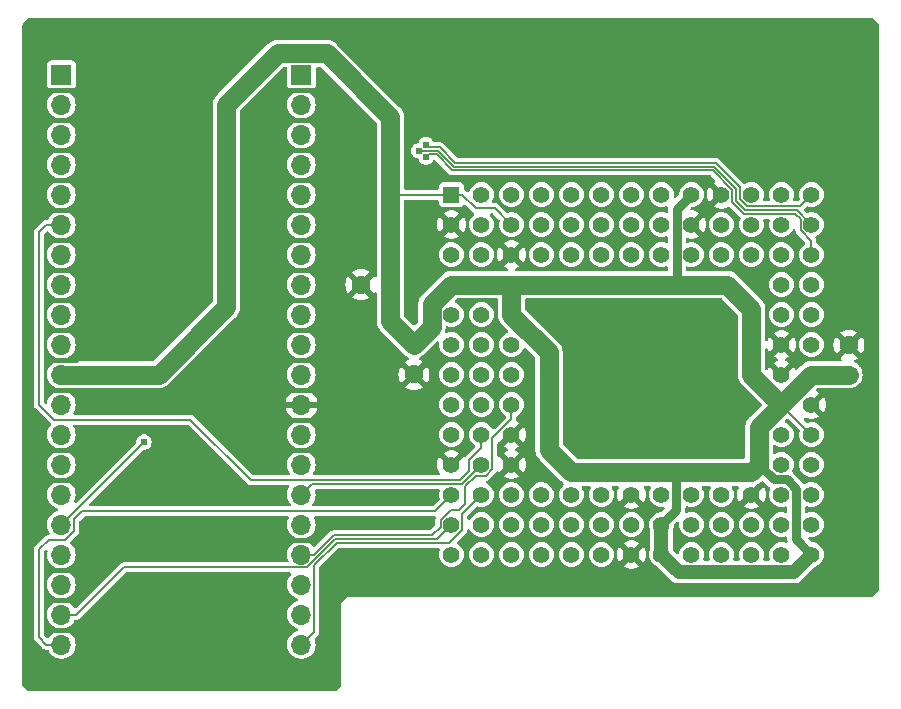
<source format=gtl>
G04 #@! TF.GenerationSoftware,KiCad,Pcbnew,8.0.3*
G04 #@! TF.CreationDate,2024-06-19T21:53:35+09:00*
G04 #@! TF.ProjectId,MEZ68020,4d455a36-3830-4323-902e-6b696361645f,A*
G04 #@! TF.SameCoordinates,PX5f5e100PY8f0d180*
G04 #@! TF.FileFunction,Copper,L1,Top*
G04 #@! TF.FilePolarity,Positive*
%FSLAX46Y46*%
G04 Gerber Fmt 4.6, Leading zero omitted, Abs format (unit mm)*
G04 Created by KiCad (PCBNEW 8.0.3) date 2024-06-19 21:53:35*
%MOMM*%
%LPD*%
G01*
G04 APERTURE LIST*
G04 #@! TA.AperFunction,ComponentPad*
%ADD10R,1.397000X1.397000*%
G04 #@! TD*
G04 #@! TA.AperFunction,ComponentPad*
%ADD11C,1.397000*%
G04 #@! TD*
G04 #@! TA.AperFunction,ComponentPad*
%ADD12R,1.600000X1.600000*%
G04 #@! TD*
G04 #@! TA.AperFunction,ComponentPad*
%ADD13C,1.600000*%
G04 #@! TD*
G04 #@! TA.AperFunction,ComponentPad*
%ADD14R,1.700000X1.700000*%
G04 #@! TD*
G04 #@! TA.AperFunction,ComponentPad*
%ADD15O,1.700000X1.700000*%
G04 #@! TD*
G04 #@! TA.AperFunction,ViaPad*
%ADD16C,0.605000*%
G04 #@! TD*
G04 #@! TA.AperFunction,Conductor*
%ADD17C,0.152400*%
G04 #@! TD*
G04 #@! TA.AperFunction,Conductor*
%ADD18C,0.400000*%
G04 #@! TD*
G04 #@! TA.AperFunction,Conductor*
%ADD19C,1.600000*%
G04 #@! TD*
G04 #@! TA.AperFunction,Conductor*
%ADD20C,1.200000*%
G04 #@! TD*
G04 #@! TA.AperFunction,Conductor*
%ADD21C,0.800000*%
G04 #@! TD*
G04 APERTURE END LIST*
D10*
X36830000Y42545000D03*
D11*
X39370000Y42545000D03*
X41910000Y42545000D03*
X44450000Y42545000D03*
X46990000Y42545000D03*
X49530000Y42545000D03*
X52070000Y42545000D03*
X54610000Y42545000D03*
X57150000Y42545000D03*
X59690000Y42545000D03*
X62230000Y42545000D03*
X64770000Y42545000D03*
X67310000Y42545000D03*
X36830000Y40005000D03*
X39370000Y40005000D03*
X41910000Y40005000D03*
X44450000Y40005000D03*
X46990000Y40005000D03*
X49530000Y40005000D03*
X52070000Y40005000D03*
X54610000Y40005000D03*
X57150000Y40005000D03*
X59690000Y40005000D03*
X62230000Y40005000D03*
X64770000Y40005000D03*
X67310000Y40005000D03*
X36830000Y37465000D03*
X39370000Y37465000D03*
X41910000Y37465000D03*
X44450000Y37465000D03*
X46990000Y37465000D03*
X49530000Y37465000D03*
X52070000Y37465000D03*
X54610000Y37465000D03*
X57150000Y37465000D03*
X59690000Y37465000D03*
X62230000Y37465000D03*
X64770000Y37465000D03*
X67310000Y37465000D03*
X36830000Y34925000D03*
X39370000Y34925000D03*
X41910000Y34925000D03*
X64770000Y34925000D03*
X67310000Y34925000D03*
X36830000Y32385000D03*
X39370000Y32385000D03*
X41910000Y32385000D03*
X64770000Y32385000D03*
X67310000Y32385000D03*
X36830000Y29845000D03*
X39370000Y29845000D03*
X41910000Y29845000D03*
X64770000Y29845000D03*
X67310000Y29845000D03*
X36830000Y27305000D03*
X39370000Y27305000D03*
X41910000Y27305000D03*
X62230000Y27305000D03*
X64770000Y27305000D03*
X67310000Y27305000D03*
X36830000Y24765000D03*
X39370000Y24765000D03*
X41910000Y24765000D03*
X64770000Y24765000D03*
X67310000Y24765000D03*
X36830000Y22225000D03*
X39370000Y22225000D03*
X41910000Y22225000D03*
X64770000Y22225000D03*
X67310000Y22225000D03*
X36830000Y19685000D03*
X39370000Y19685000D03*
X41910000Y19685000D03*
X64770000Y19685000D03*
X67310000Y19685000D03*
X36830000Y17145000D03*
X39370000Y17145000D03*
X41910000Y17145000D03*
X44450000Y17145000D03*
X46990000Y17145000D03*
X49530000Y17145000D03*
X52070000Y17145000D03*
X54610000Y17145000D03*
X57150000Y17145000D03*
X59690000Y17145000D03*
X62230000Y17145000D03*
X64770000Y17145000D03*
X67310000Y17145000D03*
X36830000Y14605000D03*
X39370000Y14605000D03*
X41910000Y14605000D03*
X44450000Y14605000D03*
X46990000Y14605000D03*
X49530000Y14605000D03*
X52070000Y14605000D03*
X54610000Y14605000D03*
X57150000Y14605000D03*
X59690000Y14605000D03*
X62230000Y14605000D03*
X64770000Y14605000D03*
X67310000Y14605000D03*
X36830000Y12065000D03*
X39370000Y12065000D03*
X41910000Y12065000D03*
X44450000Y12065000D03*
X46990000Y12065000D03*
X49530000Y12065000D03*
X52070000Y12065000D03*
X54610000Y12065000D03*
X57150000Y12065000D03*
X59690000Y12065000D03*
X62230000Y12065000D03*
X64770000Y12065000D03*
X67310000Y12065000D03*
D12*
X31662400Y34925000D03*
D13*
X29162400Y34925000D03*
X70485000Y27305000D03*
X70485000Y29805000D03*
X33655000Y29825000D03*
X33655000Y27325000D03*
D14*
X3810000Y52705000D03*
D15*
X3810000Y50165000D03*
X3810000Y47625000D03*
X3810000Y45085000D03*
X3810000Y42545000D03*
X3810000Y40005000D03*
X3810000Y37465000D03*
X3810000Y34925000D03*
X3810000Y32385000D03*
X3810000Y29845000D03*
X3810000Y27305000D03*
X3810000Y24765000D03*
X3810000Y22225000D03*
X3810000Y19685000D03*
X3810000Y17145000D03*
X3810000Y14605000D03*
X3810000Y12065000D03*
X3810000Y9525000D03*
X3810000Y6985000D03*
X3810000Y4445000D03*
D14*
X24130000Y52705000D03*
D15*
X24130000Y50165000D03*
X24130000Y47625000D03*
X24130000Y45085000D03*
X24130000Y42545000D03*
X24130000Y40005000D03*
X24130000Y37465000D03*
X24130000Y34925000D03*
X24130000Y32385000D03*
X24130000Y29845000D03*
X24130000Y27305000D03*
X24130000Y24765000D03*
X24130000Y22225000D03*
X24130000Y19685000D03*
X24130000Y17145000D03*
X24130000Y14605000D03*
X24130000Y12065000D03*
X24130000Y9525000D03*
X24130000Y6985000D03*
X24130000Y4445000D03*
D16*
X33655000Y17145000D03*
X26035000Y17145000D03*
X10795000Y21590000D03*
X71755000Y19685000D03*
X50800000Y38735000D03*
X22225000Y48895000D03*
X22225000Y12065000D03*
X60325000Y20955000D03*
X38100000Y26035000D03*
X1270000Y23495000D03*
X15875000Y48895000D03*
X71755000Y42545000D03*
X26035000Y41275000D03*
X38100000Y31115000D03*
X22225000Y6985000D03*
X21590000Y17145000D03*
X63500000Y13335000D03*
X22225000Y43815000D03*
X10795000Y25400000D03*
X6350000Y29210000D03*
X5715000Y36195000D03*
X45720000Y46355000D03*
X33655000Y14605000D03*
X36830000Y56515000D03*
X71755000Y56515000D03*
X26035000Y48895000D03*
X62230000Y46355000D03*
X15875000Y34290000D03*
X26670000Y1270000D03*
X6350000Y19685000D03*
X19685000Y48895000D03*
X1270000Y56515000D03*
X31115000Y26035000D03*
X29210000Y43815000D03*
X1270000Y13335000D03*
X43815000Y33020000D03*
X1270000Y43815000D03*
X46990000Y21590000D03*
X52070000Y33020000D03*
X22225000Y36195000D03*
X58420000Y13335000D03*
X40640000Y23495000D03*
X52070000Y56515000D03*
X26035000Y20955000D03*
X55880000Y46355000D03*
X34290000Y36195000D03*
X26035000Y46355000D03*
X5715000Y10795000D03*
X6350000Y25400000D03*
X45720000Y41275000D03*
X22225000Y51435000D03*
X26035000Y14605000D03*
X10795000Y29210000D03*
X63500000Y38735000D03*
X33655000Y12065000D03*
X59690000Y33020000D03*
X46990000Y27178000D03*
X29210000Y27940000D03*
X5715000Y48895000D03*
X60325000Y27305000D03*
X43180000Y26035000D03*
X43180000Y28575000D03*
X22225000Y27305000D03*
X19685000Y34290000D03*
X52070000Y9525000D03*
X29210000Y24130000D03*
X52070000Y20955000D03*
X1270000Y1270000D03*
X62230000Y24765000D03*
X20320000Y56515000D03*
X71755000Y9525000D03*
X27305000Y26035000D03*
X5715000Y43815000D03*
X38100000Y46355000D03*
X27940000Y56515000D03*
X27305000Y9144000D03*
X34671785Y46782200D03*
X34065078Y46251100D03*
X34671000Y45720000D03*
D17*
X39370000Y22225000D02*
X39370000Y21082000D01*
X39370000Y21082000D02*
X38354000Y20066000D01*
X37553900Y18376900D02*
X19850100Y18376900D01*
X14732000Y23495000D02*
X3175000Y23495000D01*
X2540000Y40005000D02*
X3810000Y40005000D01*
X38354000Y19177000D02*
X37553900Y18376900D01*
X38354000Y20066000D02*
X38354000Y19177000D01*
X19850100Y18376900D02*
X14732000Y23495000D01*
X3175000Y23495000D02*
X1905000Y24765000D01*
X1905000Y24765000D02*
X1905000Y39370000D01*
X1905000Y39370000D02*
X2540000Y40005000D01*
X10795000Y21590000D02*
X3810000Y14605000D01*
X39370000Y19685000D02*
X37757100Y18072100D01*
X37757100Y18072100D02*
X25057100Y18072100D01*
X25057100Y18072100D02*
X24130000Y17145000D01*
D18*
X22860000Y31115000D02*
X25400000Y31115000D01*
X2540000Y43815000D02*
X5080000Y43815000D01*
X2540000Y31115000D02*
X5080000Y31115000D01*
X2540000Y28575000D02*
X5080000Y28575000D01*
X22860000Y20955000D02*
X25400000Y20955000D01*
X22860000Y33655000D02*
X25400000Y33655000D01*
X2540000Y5715000D02*
X5080000Y5715000D01*
X2540000Y33655000D02*
X5080000Y33655000D01*
X2540000Y26035000D02*
X5080000Y26035000D01*
X22860000Y26035000D02*
X25400000Y26035000D01*
X2540000Y46355000D02*
X5080000Y46355000D01*
X22860000Y36195000D02*
X25400000Y36195000D01*
X2540000Y36195000D02*
X5080000Y36195000D01*
X2540000Y8255000D02*
X5080000Y8255000D01*
X2540000Y38735000D02*
X5080000Y38735000D01*
X2540000Y18415000D02*
X5080000Y18415000D01*
X22860000Y13335000D02*
X25400000Y13335000D01*
X2540000Y51435000D02*
X5080000Y51435000D01*
X22860000Y23495000D02*
X25400000Y23495000D01*
X22860000Y48895000D02*
X25400000Y48895000D01*
X22860000Y51435000D02*
X25400000Y51435000D01*
X22860000Y41275000D02*
X25400000Y41275000D01*
X22860000Y43815000D02*
X25400000Y43815000D01*
X2540000Y48895000D02*
X5080000Y48895000D01*
X2540000Y41275000D02*
X5080000Y41275000D01*
X2540000Y10795000D02*
X5080000Y10795000D01*
X2540000Y20955000D02*
X5080000Y20955000D01*
X22860000Y46355000D02*
X25400000Y46355000D01*
X22860000Y28575000D02*
X25400000Y28575000D01*
X22860000Y38735000D02*
X25400000Y38735000D01*
D19*
X31662380Y49109620D02*
X31662380Y44069000D01*
X31662400Y34925000D02*
X31662400Y31817600D01*
D20*
X54610000Y12065000D02*
X56060900Y10614100D01*
D17*
X67310000Y22225000D02*
X64770000Y24765000D01*
D19*
X46990000Y19050000D02*
X45085000Y20955000D01*
D20*
X65859100Y10614100D02*
X67310000Y12065000D01*
D19*
X26264600Y54507400D02*
X31662380Y49109620D01*
X17780000Y50165000D02*
X22122400Y54507400D01*
X35179100Y31349100D02*
X35179100Y33274100D01*
D20*
X54610000Y14605000D02*
X54610000Y12065000D01*
D21*
X67310000Y12065000D02*
X66020900Y13354100D01*
D19*
X62230000Y19050000D02*
X62865000Y19685000D01*
X33655000Y29825000D02*
X35179100Y31349100D01*
X39370000Y34925000D02*
X41910000Y34925000D01*
X45085000Y29210000D02*
X41910000Y32385000D01*
D17*
X40513000Y41402000D02*
X38901800Y41402000D01*
D19*
X41910000Y34925000D02*
X41910000Y32385000D01*
X22122400Y54507400D02*
X26264600Y54507400D01*
X45085000Y20955000D02*
X45085000Y29210000D01*
D17*
X38901800Y41402000D02*
X37758800Y42545000D01*
D19*
X31662400Y31817600D02*
X33655000Y29825000D01*
D21*
X55899100Y41294100D02*
X55899100Y34944100D01*
D19*
X62230000Y19050000D02*
X46990000Y19050000D01*
X62865000Y19685000D02*
X62865000Y22860000D01*
X62230000Y32893000D02*
X60198000Y34925000D01*
D20*
X56060900Y10614100D02*
X65859100Y10614100D01*
D19*
X60198000Y34925000D02*
X55880000Y34925000D01*
D21*
X65249940Y18434100D02*
X64115900Y18434100D01*
D19*
X31662380Y44069000D02*
X31662380Y34925020D01*
D17*
X37758800Y42545000D02*
X36830000Y42545000D01*
D21*
X55880000Y15875000D02*
X55880000Y19050000D01*
D17*
X36830000Y42545000D02*
X31662380Y42545000D01*
D19*
X62865000Y22860000D02*
X64770000Y24765000D01*
X17780000Y33020000D02*
X17780000Y50165000D01*
X67310000Y27305000D02*
X64770000Y24765000D01*
D21*
X66020900Y17663140D02*
X65249940Y18434100D01*
D19*
X35179100Y33274100D02*
X36830000Y34925000D01*
D21*
X66020900Y13354100D02*
X66020900Y17663140D01*
X54610000Y14605000D02*
X55880000Y15875000D01*
D19*
X36830000Y34925000D02*
X39370000Y34925000D01*
D21*
X57150000Y42545000D02*
X55899100Y41294100D01*
D17*
X41910000Y40005000D02*
X40513000Y41402000D01*
D19*
X3810000Y27305000D02*
X12065000Y27305000D01*
X70485000Y27305000D02*
X67310000Y27305000D01*
D21*
X64115900Y18434100D02*
X62865000Y19685000D01*
D19*
X55880000Y34925000D02*
X41910000Y34925000D01*
X12065000Y27305000D02*
X17780000Y33020000D01*
D21*
X55899100Y34944100D02*
X55880000Y34925000D01*
D19*
X64770000Y24765000D02*
X62230000Y27305000D01*
X62230000Y27305000D02*
X62230000Y32893000D01*
X31662380Y34925020D02*
X31662400Y34925000D01*
D17*
X38873952Y18757900D02*
X37973000Y17856948D01*
X25224319Y12065000D02*
X24130000Y12065000D01*
X41910000Y24765000D02*
X41910000Y23536118D01*
X40297100Y19300982D02*
X39754018Y18757900D01*
X35153600Y13690600D02*
X26849919Y13690600D01*
X41910000Y23536118D02*
X40297100Y21923218D01*
X37973000Y16383000D02*
X37465000Y15875000D01*
X26849919Y13690600D02*
X25224319Y12065000D01*
X35902900Y14989018D02*
X35902900Y14439900D01*
X37465000Y15875000D02*
X36788882Y15875000D01*
X37973000Y17856948D02*
X37973000Y16383000D01*
X36788882Y15875000D02*
X35902900Y14989018D01*
X40297100Y21923218D02*
X40297100Y19300982D01*
X35902900Y14439900D02*
X35153600Y13690600D01*
X39754018Y18757900D02*
X38873952Y18757900D01*
X61226700Y43186704D02*
X61226700Y42137852D01*
X66306700Y41541700D02*
X67310000Y42545000D01*
X59188704Y45224700D02*
X61226700Y43186704D01*
X61226700Y42137852D02*
X61822852Y41541700D01*
X34671785Y46782200D02*
X34898085Y46555900D01*
X37159604Y45224700D02*
X59188704Y45224700D01*
X35828404Y46555900D02*
X37159604Y45224700D01*
X34898085Y46555900D02*
X35828404Y46555900D01*
X61822852Y41541700D02*
X66306700Y41541700D01*
X66078100Y41236900D02*
X67310000Y40005000D01*
X60921900Y42011600D02*
X61696600Y41236900D01*
X61696600Y41236900D02*
X66078100Y41236900D01*
X34065078Y46251100D02*
X35702152Y46251100D01*
X37033352Y44919900D02*
X59062452Y44919900D01*
X59062452Y44919900D02*
X60921900Y43060452D01*
X35702152Y46251100D02*
X37033352Y44919900D01*
X60921900Y43060452D02*
X60921900Y42011600D01*
X34671000Y45720000D02*
X34897300Y45946300D01*
X58936200Y44615100D02*
X60617100Y42934200D01*
X36907100Y44615100D02*
X58936200Y44615100D01*
X66382900Y40501048D02*
X66382900Y39535100D01*
X60617100Y42934200D02*
X60617100Y41885348D01*
X60617100Y41885348D02*
X61570348Y40932100D01*
X61570348Y40932100D02*
X65951848Y40932100D01*
X34897300Y45946300D02*
X35575900Y45946300D01*
X66382900Y39535100D02*
X67310000Y38608000D01*
X67310000Y38608000D02*
X67310000Y37465000D01*
X35575900Y45946300D02*
X36907100Y44615100D01*
X65951848Y40932100D02*
X66382900Y40501048D01*
X37757100Y15532100D02*
X39370000Y17145000D01*
X37757100Y14182400D02*
X37757100Y15532100D01*
X27102423Y13081000D02*
X36655700Y13081000D01*
X25210300Y11188877D02*
X27102423Y13081000D01*
X24130000Y4445000D02*
X25210300Y5525300D01*
X25210300Y5525300D02*
X25210300Y11188877D01*
X36655700Y13081000D02*
X37757100Y14182400D01*
X35430800Y15748000D02*
X5588000Y15748000D01*
X36830000Y17145000D02*
X36827800Y17145000D01*
X4888600Y15048600D02*
X4888600Y14094514D01*
X4888600Y14094514D02*
X4129086Y13335000D01*
X5588000Y15748000D02*
X4888600Y15048600D01*
X1905000Y5080000D02*
X2540000Y4445000D01*
X1905000Y12510185D02*
X1905000Y5080000D01*
X2729815Y13335000D02*
X1905000Y12510185D01*
X2540000Y4445000D02*
X3810000Y4445000D01*
X36827800Y17145000D02*
X35430800Y15748000D01*
X4129086Y13335000D02*
X2729815Y13335000D01*
X24576771Y10986400D02*
X9081400Y10986400D01*
X26976171Y13385800D02*
X24576771Y10986400D01*
X5080000Y6985000D02*
X3810000Y6985000D01*
X36830000Y14605000D02*
X35610800Y13385800D01*
X9081400Y10986400D02*
X5080000Y6985000D01*
X35610800Y13385800D02*
X26976171Y13385800D01*
G04 #@! TA.AperFunction,Conductor*
G36*
X2550202Y12447778D02*
G01*
X2607038Y12405232D01*
X2631850Y12338712D01*
X2627363Y12295246D01*
X2624885Y12286538D01*
X2604357Y12065000D01*
X2624885Y11843461D01*
X2685768Y11629480D01*
X2685774Y11629463D01*
X2784938Y11430316D01*
X2784942Y11430311D01*
X2919017Y11252765D01*
X3083438Y11102876D01*
X3083439Y11102875D01*
X3272587Y10985760D01*
X3272590Y10985759D01*
X3272599Y10985753D01*
X3339225Y10959942D01*
X3461708Y10912491D01*
X3518003Y10869232D01*
X3541973Y10802404D01*
X3526009Y10733226D01*
X3475178Y10683660D01*
X3461708Y10677509D01*
X3272603Y10604249D01*
X3272587Y10604241D01*
X3083439Y10487126D01*
X3083438Y10487125D01*
X2919017Y10337236D01*
X2784942Y10159690D01*
X2784938Y10159685D01*
X2685774Y9960538D01*
X2685768Y9960521D01*
X2624885Y9746540D01*
X2604357Y9525000D01*
X2624885Y9303461D01*
X2685768Y9089480D01*
X2685774Y9089463D01*
X2784938Y8890316D01*
X2784942Y8890311D01*
X2919017Y8712765D01*
X3083438Y8562876D01*
X3083439Y8562875D01*
X3272587Y8445760D01*
X3272590Y8445759D01*
X3272599Y8445753D01*
X3361568Y8411286D01*
X3461708Y8372491D01*
X3518003Y8329232D01*
X3541973Y8262404D01*
X3526009Y8193226D01*
X3475178Y8143660D01*
X3461708Y8137509D01*
X3272603Y8064249D01*
X3272587Y8064241D01*
X3083439Y7947126D01*
X3083438Y7947125D01*
X2919017Y7797236D01*
X2784942Y7619690D01*
X2784938Y7619685D01*
X2685774Y7420538D01*
X2685768Y7420521D01*
X2624885Y7206540D01*
X2604357Y6985000D01*
X2624885Y6763461D01*
X2685768Y6549480D01*
X2685774Y6549463D01*
X2784938Y6350316D01*
X2784942Y6350311D01*
X2919017Y6172765D01*
X3083438Y6022876D01*
X3083439Y6022875D01*
X3272587Y5905760D01*
X3272590Y5905759D01*
X3272599Y5905753D01*
X3361568Y5871286D01*
X3461708Y5832491D01*
X3518003Y5789232D01*
X3541973Y5722404D01*
X3526009Y5653226D01*
X3475178Y5603660D01*
X3461708Y5597509D01*
X3272603Y5524249D01*
X3272587Y5524241D01*
X3083439Y5407126D01*
X3083438Y5407125D01*
X2919017Y5257236D01*
X2784942Y5079690D01*
X2784940Y5079687D01*
X2771188Y5052070D01*
X2722918Y5000008D01*
X2654163Y4982307D01*
X2586753Y5004588D01*
X2569304Y5019141D01*
X2368605Y5219840D01*
X2334579Y5282152D01*
X2331700Y5308935D01*
X2331700Y12281250D01*
X2351702Y12349371D01*
X2368599Y12370340D01*
X2417079Y12418820D01*
X2479387Y12452842D01*
X2550202Y12447778D01*
G37*
G04 #@! TD.AperFunction*
G04 #@! TA.AperFunction,Conductor*
G36*
X23010203Y15301298D02*
G01*
X23056696Y15247642D01*
X23066800Y15177368D01*
X23054872Y15139137D01*
X23005774Y15040538D01*
X23005768Y15040521D01*
X22944885Y14826540D01*
X22924357Y14605000D01*
X22944885Y14383461D01*
X23005768Y14169480D01*
X23005774Y14169463D01*
X23104938Y13970316D01*
X23104942Y13970311D01*
X23239017Y13792765D01*
X23403438Y13642876D01*
X23403439Y13642875D01*
X23592587Y13525760D01*
X23592590Y13525759D01*
X23592599Y13525753D01*
X23681568Y13491286D01*
X23781708Y13452491D01*
X23838003Y13409232D01*
X23861973Y13342404D01*
X23846009Y13273226D01*
X23795178Y13223660D01*
X23781708Y13217509D01*
X23592603Y13144249D01*
X23592587Y13144241D01*
X23403439Y13027126D01*
X23403438Y13027125D01*
X23239017Y12877236D01*
X23104942Y12699690D01*
X23104938Y12699685D01*
X23005774Y12500538D01*
X23005768Y12500521D01*
X22944885Y12286540D01*
X22924357Y12065000D01*
X22944885Y11843461D01*
X23005768Y11629480D01*
X23005773Y11629468D01*
X23022805Y11595262D01*
X23035263Y11525367D01*
X23007956Y11459832D01*
X22949553Y11419464D01*
X22910014Y11413100D01*
X9137576Y11413100D01*
X9025224Y11413100D01*
X8967068Y11397518D01*
X8916702Y11384022D01*
X8916695Y11384019D01*
X8819403Y11327848D01*
X8819393Y11327840D01*
X5050694Y7559141D01*
X4988382Y7525115D01*
X4917566Y7530180D01*
X4860731Y7572727D01*
X4848813Y7592065D01*
X4835058Y7619689D01*
X4759323Y7719979D01*
X4700982Y7797236D01*
X4536561Y7947125D01*
X4536560Y7947126D01*
X4347412Y8064241D01*
X4347405Y8064245D01*
X4347401Y8064247D01*
X4347396Y8064249D01*
X4158291Y8137509D01*
X4101996Y8180768D01*
X4078026Y8247596D01*
X4093990Y8316774D01*
X4144821Y8366340D01*
X4158291Y8372491D01*
X4195720Y8386992D01*
X4347401Y8445753D01*
X4536562Y8562876D01*
X4700981Y8712764D01*
X4835058Y8890311D01*
X4835059Y8890315D01*
X4835061Y8890316D01*
X4934225Y9089463D01*
X4934226Y9089467D01*
X4934229Y9089472D01*
X4995115Y9303464D01*
X5015643Y9525000D01*
X4995115Y9746536D01*
X4958336Y9875799D01*
X4934231Y9960521D01*
X4934225Y9960538D01*
X4835061Y10159685D01*
X4835057Y10159690D01*
X4700982Y10337236D01*
X4536561Y10487125D01*
X4536560Y10487126D01*
X4347412Y10604241D01*
X4347405Y10604245D01*
X4347401Y10604247D01*
X4324541Y10613103D01*
X4158291Y10677509D01*
X4101996Y10720768D01*
X4078026Y10787596D01*
X4093990Y10856774D01*
X4144821Y10906340D01*
X4158291Y10912491D01*
X4195720Y10926992D01*
X4347401Y10985753D01*
X4536562Y11102876D01*
X4700981Y11252764D01*
X4835058Y11430311D01*
X4835059Y11430315D01*
X4835061Y11430316D01*
X4934225Y11629463D01*
X4934227Y11629468D01*
X4934229Y11629472D01*
X4995115Y11843464D01*
X5015643Y12065000D01*
X4995115Y12286536D01*
X4934229Y12500528D01*
X4934227Y12500532D01*
X4934225Y12500538D01*
X4835061Y12699685D01*
X4835057Y12699690D01*
X4832659Y12702865D01*
X4780310Y12772187D01*
X4700982Y12877236D01*
X4575540Y12991591D01*
X4538674Y13052265D01*
X4540463Y13123239D01*
X4571329Y13173800D01*
X5230045Y13832514D01*
X5286221Y13929814D01*
X5315300Y14038338D01*
X5315300Y14150690D01*
X5315300Y14819665D01*
X5335302Y14887786D01*
X5352205Y14908760D01*
X5727840Y15284395D01*
X5790152Y15318421D01*
X5816935Y15321300D01*
X22942082Y15321300D01*
X23010203Y15301298D01*
G37*
G04 #@! TD.AperFunction*
G04 #@! TA.AperFunction,Conductor*
G36*
X63191875Y18280655D02*
G01*
X63236936Y18251696D01*
X63443699Y18044933D01*
X63637484Y17851148D01*
X63698916Y17810101D01*
X63698917Y17810101D01*
X63698918Y17810100D01*
X63739677Y17782866D01*
X63760405Y17769016D01*
X63765866Y17766097D01*
X63764930Y17764348D01*
X63813078Y17725549D01*
X63835500Y17658185D01*
X63820702Y17594292D01*
X63796162Y17548382D01*
X63736176Y17350635D01*
X63736176Y17350633D01*
X63715924Y17145004D01*
X63715924Y17144997D01*
X63736176Y16939368D01*
X63736176Y16939366D01*
X63796161Y16741622D01*
X63814509Y16707296D01*
X63893568Y16559387D01*
X64024656Y16399656D01*
X64184387Y16268568D01*
X64366623Y16171161D01*
X64564360Y16111178D01*
X64564364Y16111178D01*
X64564366Y16111177D01*
X64769997Y16090924D01*
X64770000Y16090924D01*
X64770003Y16090924D01*
X64975632Y16111177D01*
X64975634Y16111178D01*
X64975640Y16111178D01*
X65107825Y16151277D01*
X65178817Y16151910D01*
X65238884Y16114061D01*
X65268952Y16049747D01*
X65270400Y16030702D01*
X65270400Y15719299D01*
X65250398Y15651178D01*
X65196742Y15604685D01*
X65126468Y15594581D01*
X65107828Y15598724D01*
X64975640Y15638822D01*
X64975639Y15638823D01*
X64975633Y15638824D01*
X64770003Y15659076D01*
X64769997Y15659076D01*
X64564367Y15638824D01*
X64564365Y15638824D01*
X64366621Y15578839D01*
X64184386Y15481432D01*
X64024656Y15350344D01*
X63893568Y15190614D01*
X63796161Y15008379D01*
X63736176Y14810635D01*
X63736176Y14810633D01*
X63715924Y14605004D01*
X63715924Y14604997D01*
X63736176Y14399368D01*
X63736176Y14399366D01*
X63796161Y14201622D01*
X63883437Y14038340D01*
X63893568Y14019387D01*
X64024656Y13859656D01*
X64184387Y13728568D01*
X64366623Y13631161D01*
X64564360Y13571178D01*
X64564364Y13571178D01*
X64564366Y13571177D01*
X64769997Y13550924D01*
X64770000Y13550924D01*
X64770003Y13550924D01*
X64975632Y13571177D01*
X64975634Y13571178D01*
X64975640Y13571178D01*
X65107825Y13611277D01*
X65178817Y13611910D01*
X65238884Y13574061D01*
X65268952Y13509747D01*
X65270400Y13490702D01*
X65270400Y13280182D01*
X65282867Y13217509D01*
X65286708Y13198200D01*
X65280380Y13127486D01*
X65236826Y13071418D01*
X65169873Y13047799D01*
X65126554Y13053043D01*
X64975637Y13098823D01*
X64975632Y13098824D01*
X64770003Y13119076D01*
X64769997Y13119076D01*
X64564367Y13098824D01*
X64564365Y13098824D01*
X64366621Y13038839D01*
X64184386Y12941432D01*
X64024656Y12810344D01*
X63893568Y12650614D01*
X63796161Y12468379D01*
X63736176Y12270635D01*
X63736176Y12270633D01*
X63715924Y12065004D01*
X63715924Y12064997D01*
X63736176Y11859368D01*
X63736176Y11859366D01*
X63776276Y11727176D01*
X63776909Y11656182D01*
X63739060Y11596116D01*
X63674745Y11566047D01*
X63655701Y11564600D01*
X63344299Y11564600D01*
X63276178Y11584602D01*
X63229685Y11638258D01*
X63219581Y11708532D01*
X63223724Y11727176D01*
X63230636Y11749962D01*
X63263822Y11859360D01*
X63263823Y11859368D01*
X63284076Y12064997D01*
X63284076Y12065004D01*
X63263823Y12270633D01*
X63263823Y12270635D01*
X63263822Y12270638D01*
X63263822Y12270640D01*
X63203839Y12468377D01*
X63106432Y12650613D01*
X62975344Y12810344D01*
X62815613Y12941432D01*
X62679442Y13014217D01*
X62633378Y13038839D01*
X62435633Y13098824D01*
X62230003Y13119076D01*
X62229997Y13119076D01*
X62024367Y13098824D01*
X62024365Y13098824D01*
X61826621Y13038839D01*
X61644386Y12941432D01*
X61484656Y12810344D01*
X61353568Y12650614D01*
X61256161Y12468379D01*
X61196176Y12270635D01*
X61196176Y12270633D01*
X61175924Y12065004D01*
X61175924Y12064997D01*
X61196176Y11859368D01*
X61196176Y11859366D01*
X61236276Y11727176D01*
X61236909Y11656182D01*
X61199060Y11596116D01*
X61134745Y11566047D01*
X61115701Y11564600D01*
X60804299Y11564600D01*
X60736178Y11584602D01*
X60689685Y11638258D01*
X60679581Y11708532D01*
X60683724Y11727176D01*
X60690636Y11749962D01*
X60723822Y11859360D01*
X60723823Y11859368D01*
X60744076Y12064997D01*
X60744076Y12065004D01*
X60723823Y12270633D01*
X60723823Y12270635D01*
X60723822Y12270638D01*
X60723822Y12270640D01*
X60663839Y12468377D01*
X60566432Y12650613D01*
X60435344Y12810344D01*
X60275613Y12941432D01*
X60139442Y13014217D01*
X60093378Y13038839D01*
X59895633Y13098824D01*
X59690003Y13119076D01*
X59689997Y13119076D01*
X59484367Y13098824D01*
X59484365Y13098824D01*
X59286621Y13038839D01*
X59104386Y12941432D01*
X58944656Y12810344D01*
X58813568Y12650614D01*
X58716161Y12468379D01*
X58656176Y12270635D01*
X58656176Y12270633D01*
X58635924Y12065004D01*
X58635924Y12064997D01*
X58656176Y11859368D01*
X58656176Y11859366D01*
X58696276Y11727176D01*
X58696909Y11656182D01*
X58659060Y11596116D01*
X58594745Y11566047D01*
X58575701Y11564600D01*
X58264299Y11564600D01*
X58196178Y11584602D01*
X58149685Y11638258D01*
X58139581Y11708532D01*
X58143724Y11727176D01*
X58150636Y11749962D01*
X58183822Y11859360D01*
X58183823Y11859368D01*
X58204076Y12064997D01*
X58204076Y12065004D01*
X58183823Y12270633D01*
X58183823Y12270635D01*
X58183822Y12270638D01*
X58183822Y12270640D01*
X58123839Y12468377D01*
X58026432Y12650613D01*
X57895344Y12810344D01*
X57735613Y12941432D01*
X57599442Y13014217D01*
X57553378Y13038839D01*
X57355633Y13098824D01*
X57150003Y13119076D01*
X57149997Y13119076D01*
X56944367Y13098824D01*
X56944365Y13098824D01*
X56746621Y13038839D01*
X56564386Y12941432D01*
X56404656Y12810344D01*
X56273568Y12650614D01*
X56176161Y12468379D01*
X56116176Y12270635D01*
X56116176Y12270633D01*
X56109329Y12201113D01*
X56082746Y12135281D01*
X56024791Y12094272D01*
X55953865Y12091105D01*
X55894841Y12124369D01*
X55620528Y12398682D01*
X55589048Y12451204D01*
X55583839Y12468376D01*
X55583838Y12468379D01*
X55575377Y12484209D01*
X55560500Y12543604D01*
X55560500Y14126398D01*
X55575379Y14185795D01*
X55583837Y14201620D01*
X55583838Y14201622D01*
X55583839Y14201623D01*
X55643822Y14399360D01*
X55658860Y14552046D01*
X55685442Y14617878D01*
X55695149Y14628783D01*
X55893304Y14826939D01*
X55955613Y14860961D01*
X56026429Y14855897D01*
X56083265Y14813350D01*
X56108076Y14746830D01*
X56107790Y14725492D01*
X56095924Y14605005D01*
X56095924Y14604997D01*
X56116176Y14399368D01*
X56116176Y14399366D01*
X56176161Y14201622D01*
X56263437Y14038340D01*
X56273568Y14019387D01*
X56404656Y13859656D01*
X56564387Y13728568D01*
X56746623Y13631161D01*
X56944360Y13571178D01*
X56944364Y13571178D01*
X56944366Y13571177D01*
X57149997Y13550924D01*
X57150000Y13550924D01*
X57150003Y13550924D01*
X57355632Y13571177D01*
X57355634Y13571177D01*
X57355635Y13571178D01*
X57355640Y13571178D01*
X57553377Y13631161D01*
X57735613Y13728568D01*
X57895344Y13859656D01*
X58026432Y14019387D01*
X58123839Y14201623D01*
X58183822Y14399360D01*
X58183823Y14399369D01*
X58204076Y14604997D01*
X58204076Y14605004D01*
X58635924Y14605004D01*
X58635924Y14604997D01*
X58656176Y14399368D01*
X58656176Y14399366D01*
X58716161Y14201622D01*
X58803437Y14038340D01*
X58813568Y14019387D01*
X58944656Y13859656D01*
X59104387Y13728568D01*
X59286623Y13631161D01*
X59484360Y13571178D01*
X59484364Y13571178D01*
X59484366Y13571177D01*
X59689997Y13550924D01*
X59690000Y13550924D01*
X59690003Y13550924D01*
X59895632Y13571177D01*
X59895634Y13571177D01*
X59895635Y13571178D01*
X59895640Y13571178D01*
X60093377Y13631161D01*
X60275613Y13728568D01*
X60435344Y13859656D01*
X60566432Y14019387D01*
X60663839Y14201623D01*
X60723822Y14399360D01*
X60723823Y14399369D01*
X60744076Y14604997D01*
X60744076Y14605004D01*
X61175924Y14605004D01*
X61175924Y14604997D01*
X61196176Y14399368D01*
X61196176Y14399366D01*
X61256161Y14201622D01*
X61343437Y14038340D01*
X61353568Y14019387D01*
X61484656Y13859656D01*
X61644387Y13728568D01*
X61826623Y13631161D01*
X62024360Y13571178D01*
X62024364Y13571178D01*
X62024366Y13571177D01*
X62229997Y13550924D01*
X62230000Y13550924D01*
X62230003Y13550924D01*
X62435632Y13571177D01*
X62435634Y13571177D01*
X62435635Y13571178D01*
X62435640Y13571178D01*
X62633377Y13631161D01*
X62815613Y13728568D01*
X62975344Y13859656D01*
X63106432Y14019387D01*
X63203839Y14201623D01*
X63263822Y14399360D01*
X63263823Y14399369D01*
X63284076Y14604997D01*
X63284076Y14605004D01*
X63263823Y14810633D01*
X63263823Y14810635D01*
X63263822Y14810638D01*
X63263822Y14810640D01*
X63203839Y15008377D01*
X63106432Y15190613D01*
X62975344Y15350344D01*
X62815613Y15481432D01*
X62768600Y15506561D01*
X62633378Y15578839D01*
X62435633Y15638824D01*
X62230003Y15659076D01*
X62229997Y15659076D01*
X62024367Y15638824D01*
X62024365Y15638824D01*
X61826621Y15578839D01*
X61644386Y15481432D01*
X61484656Y15350344D01*
X61353568Y15190614D01*
X61256161Y15008379D01*
X61196176Y14810635D01*
X61196176Y14810633D01*
X61175924Y14605004D01*
X60744076Y14605004D01*
X60723823Y14810633D01*
X60723823Y14810635D01*
X60723822Y14810638D01*
X60723822Y14810640D01*
X60663839Y15008377D01*
X60566432Y15190613D01*
X60435344Y15350344D01*
X60275613Y15481432D01*
X60228600Y15506561D01*
X60093378Y15578839D01*
X59895633Y15638824D01*
X59690003Y15659076D01*
X59689997Y15659076D01*
X59484367Y15638824D01*
X59484365Y15638824D01*
X59286621Y15578839D01*
X59104386Y15481432D01*
X58944656Y15350344D01*
X58813568Y15190614D01*
X58716161Y15008379D01*
X58656176Y14810635D01*
X58656176Y14810633D01*
X58635924Y14605004D01*
X58204076Y14605004D01*
X58183823Y14810633D01*
X58183823Y14810635D01*
X58183822Y14810638D01*
X58183822Y14810640D01*
X58123839Y15008377D01*
X58026432Y15190613D01*
X57895344Y15350344D01*
X57735613Y15481432D01*
X57688600Y15506561D01*
X57553378Y15578839D01*
X57355633Y15638824D01*
X57150003Y15659076D01*
X57149997Y15659076D01*
X56944367Y15638824D01*
X56944362Y15638823D01*
X56777162Y15588104D01*
X56706168Y15587471D01*
X56646102Y15625321D01*
X56616034Y15689636D01*
X56617007Y15733254D01*
X56630500Y15801082D01*
X56630500Y15948917D01*
X56630500Y16036495D01*
X56650502Y16104616D01*
X56704158Y16151109D01*
X56774432Y16161213D01*
X56793071Y16157072D01*
X56944360Y16111178D01*
X56944364Y16111178D01*
X56944366Y16111177D01*
X57149997Y16090924D01*
X57150000Y16090924D01*
X57150003Y16090924D01*
X57355632Y16111177D01*
X57355634Y16111177D01*
X57355635Y16111178D01*
X57355640Y16111178D01*
X57553377Y16171161D01*
X57735613Y16268568D01*
X57895344Y16399656D01*
X58026432Y16559387D01*
X58123839Y16741623D01*
X58183822Y16939360D01*
X58204076Y17145000D01*
X58183823Y17350633D01*
X58183823Y17350635D01*
X58183822Y17350638D01*
X58183822Y17350640D01*
X58123839Y17548377D01*
X58120299Y17554999D01*
X58071979Y17645400D01*
X58035255Y17714105D01*
X58020784Y17783610D01*
X58046188Y17849906D01*
X58103401Y17891944D01*
X58146378Y17899500D01*
X58693622Y17899500D01*
X58761743Y17879498D01*
X58808236Y17825842D01*
X58818340Y17755568D01*
X58804744Y17714104D01*
X58716161Y17548379D01*
X58656176Y17350635D01*
X58656176Y17350633D01*
X58635924Y17145004D01*
X58635924Y17144997D01*
X58656176Y16939368D01*
X58656176Y16939366D01*
X58716161Y16741622D01*
X58734509Y16707296D01*
X58813568Y16559387D01*
X58944656Y16399656D01*
X59104387Y16268568D01*
X59286623Y16171161D01*
X59484360Y16111178D01*
X59484364Y16111178D01*
X59484366Y16111177D01*
X59689997Y16090924D01*
X59690000Y16090924D01*
X59690003Y16090924D01*
X59895632Y16111177D01*
X59895634Y16111177D01*
X59895635Y16111178D01*
X59895640Y16111178D01*
X60093377Y16171161D01*
X60275613Y16268568D01*
X60435344Y16399656D01*
X60566432Y16559387D01*
X60663839Y16741623D01*
X60723822Y16939360D01*
X60744076Y17145000D01*
X60723823Y17350633D01*
X60723823Y17350635D01*
X60723822Y17350638D01*
X60723822Y17350640D01*
X60663839Y17548377D01*
X60660299Y17554999D01*
X60611979Y17645400D01*
X60575255Y17714105D01*
X60560784Y17783610D01*
X60586188Y17849906D01*
X60643401Y17891944D01*
X60686378Y17899500D01*
X61054400Y17899500D01*
X61122521Y17879498D01*
X61169014Y17825842D01*
X61179118Y17755568D01*
X61167191Y17717337D01*
X61100152Y17582705D01*
X61100149Y17582697D01*
X61038962Y17367648D01*
X61018331Y17145000D01*
X61038962Y16922353D01*
X61100149Y16707304D01*
X61100152Y16707296D01*
X61199820Y16507134D01*
X61214062Y16488275D01*
X61214063Y16488275D01*
X61836300Y17110512D01*
X61836300Y17093168D01*
X61863130Y16993038D01*
X61914962Y16903263D01*
X61988263Y16829962D01*
X62078038Y16778130D01*
X62178168Y16751300D01*
X62195510Y16751300D01*
X61575444Y16131235D01*
X61689907Y16060362D01*
X61689911Y16060360D01*
X61898409Y15979587D01*
X62118204Y15938500D01*
X62341796Y15938500D01*
X62561590Y15979587D01*
X62770087Y16060359D01*
X62884555Y16131236D01*
X62264491Y16751300D01*
X62281832Y16751300D01*
X62381962Y16778130D01*
X62471737Y16829962D01*
X62545038Y16903263D01*
X62596870Y16993038D01*
X62623700Y17093168D01*
X62623700Y17110511D01*
X63245936Y16488275D01*
X63260181Y16507137D01*
X63359847Y16707296D01*
X63359850Y16707304D01*
X63421037Y16922353D01*
X63441668Y17145000D01*
X63421037Y17367648D01*
X63359850Y17582697D01*
X63359847Y17582705D01*
X63260179Y17782866D01*
X63245936Y17801727D01*
X63245935Y17801727D01*
X62623700Y17179492D01*
X62623700Y17196832D01*
X62596870Y17296962D01*
X62545038Y17386737D01*
X62471737Y17460038D01*
X62381962Y17511870D01*
X62281832Y17538700D01*
X62264489Y17538700D01*
X62734881Y18009093D01*
X62766766Y18032260D01*
X62832994Y18066004D01*
X62889591Y18107124D01*
X62979501Y18172447D01*
X63058749Y18251696D01*
X63121059Y18285719D01*
X63191875Y18280655D01*
G37*
G04 #@! TD.AperFunction*
G04 #@! TA.AperFunction,Conductor*
G36*
X35454243Y15301298D02*
G01*
X35500736Y15247642D01*
X35510840Y15177368D01*
X35506598Y15161915D01*
X35507417Y15161695D01*
X35505280Y15153720D01*
X35505279Y15153718D01*
X35494663Y15114098D01*
X35476200Y15045193D01*
X35476200Y14668835D01*
X35456198Y14600714D01*
X35439295Y14579740D01*
X35013760Y14154205D01*
X34951448Y14120179D01*
X34924665Y14117300D01*
X26906095Y14117300D01*
X26793743Y14117300D01*
X26735587Y14101718D01*
X26685221Y14088222D01*
X26685214Y14088219D01*
X26587922Y14032048D01*
X26587912Y14032040D01*
X25300686Y12744814D01*
X25238374Y12710788D01*
X25167558Y12715853D01*
X25111040Y12757978D01*
X25020981Y12877237D01*
X24856561Y13027125D01*
X24856560Y13027126D01*
X24667412Y13144241D01*
X24667405Y13144245D01*
X24667401Y13144247D01*
X24653475Y13149642D01*
X24478291Y13217509D01*
X24421996Y13260768D01*
X24398026Y13327596D01*
X24413990Y13396774D01*
X24464821Y13446340D01*
X24478291Y13452491D01*
X24552990Y13481430D01*
X24667401Y13525753D01*
X24856562Y13642876D01*
X25020981Y13792764D01*
X25155058Y13970311D01*
X25155059Y13970315D01*
X25155061Y13970316D01*
X25254225Y14169463D01*
X25254226Y14169467D01*
X25254229Y14169472D01*
X25315115Y14383464D01*
X25335643Y14605000D01*
X25315115Y14826536D01*
X25254229Y15040528D01*
X25254227Y15040532D01*
X25254225Y15040538D01*
X25205128Y15139137D01*
X25192668Y15209032D01*
X25219975Y15274567D01*
X25278378Y15314935D01*
X25317918Y15321300D01*
X35386122Y15321300D01*
X35454243Y15301298D01*
G37*
G04 #@! TD.AperFunction*
G04 #@! TA.AperFunction,Conductor*
G36*
X14571186Y23048298D02*
G01*
X14592160Y23031395D01*
X19588093Y18035461D01*
X19588098Y18035457D01*
X19588100Y18035455D01*
X19588101Y18035454D01*
X19588103Y18035453D01*
X19617233Y18018635D01*
X19685400Y17979279D01*
X19793924Y17950200D01*
X19906276Y17950200D01*
X22986349Y17950200D01*
X23054470Y17930198D01*
X23100963Y17876542D01*
X23111067Y17806268D01*
X23099139Y17768037D01*
X23005774Y17580538D01*
X23005768Y17580521D01*
X22944885Y17366540D01*
X22924357Y17145000D01*
X22944885Y16923461D01*
X23005768Y16709480D01*
X23005774Y16709463D01*
X23104938Y16510316D01*
X23104942Y16510311D01*
X23205891Y16376632D01*
X23230981Y16310216D01*
X23216181Y16240779D01*
X23166190Y16190367D01*
X23105341Y16174700D01*
X6287335Y16174700D01*
X6219214Y16194702D01*
X6172721Y16248358D01*
X6162617Y16318632D01*
X6192111Y16383212D01*
X6198240Y16389795D01*
X10708540Y20900095D01*
X10770852Y20934121D01*
X10797635Y20937000D01*
X10874288Y20937000D01*
X10874289Y20937000D01*
X11028258Y20974950D01*
X11168671Y21048645D01*
X11287367Y21153801D01*
X11377449Y21284307D01*
X11433682Y21432579D01*
X11433682Y21432580D01*
X11433683Y21432582D01*
X11452796Y21589998D01*
X11452796Y21590003D01*
X11433683Y21747419D01*
X11401870Y21831300D01*
X11377449Y21895693D01*
X11292088Y22019360D01*
X11287368Y22026198D01*
X11168672Y22131354D01*
X11168670Y22131356D01*
X11028258Y22205050D01*
X11028255Y22205051D01*
X10874290Y22243000D01*
X10874289Y22243000D01*
X10715711Y22243000D01*
X10715709Y22243000D01*
X10561744Y22205051D01*
X10561741Y22205050D01*
X10421329Y22131356D01*
X10421327Y22131354D01*
X10302631Y22026198D01*
X10212553Y21895697D01*
X10212550Y21895691D01*
X10156316Y21747419D01*
X10137204Y21590004D01*
X10137204Y21587840D01*
X10136756Y21586315D01*
X10136285Y21582435D01*
X10135639Y21582514D01*
X10117202Y21519719D01*
X10100299Y21498745D01*
X5106704Y16505151D01*
X5044392Y16471125D01*
X4973577Y16476190D01*
X4916741Y16518737D01*
X4891930Y16585257D01*
X4904819Y16650410D01*
X4934227Y16709468D01*
X4934226Y16709468D01*
X4934229Y16709472D01*
X4995115Y16923464D01*
X5015643Y17145000D01*
X4995115Y17366536D01*
X4934229Y17580528D01*
X4934227Y17580532D01*
X4934225Y17580538D01*
X4835061Y17779685D01*
X4835057Y17779690D01*
X4814986Y17806268D01*
X4779872Y17852767D01*
X4700982Y17957236D01*
X4536561Y18107125D01*
X4536560Y18107126D01*
X4347412Y18224241D01*
X4347405Y18224245D01*
X4347401Y18224247D01*
X4347396Y18224249D01*
X4158291Y18297509D01*
X4101996Y18340768D01*
X4078026Y18407596D01*
X4093990Y18476774D01*
X4144821Y18526340D01*
X4158291Y18532491D01*
X4195720Y18546992D01*
X4347401Y18605753D01*
X4536562Y18722876D01*
X4700981Y18872764D01*
X4835058Y19050311D01*
X4835059Y19050315D01*
X4835061Y19050316D01*
X4934225Y19249463D01*
X4934226Y19249467D01*
X4934229Y19249472D01*
X4995115Y19463464D01*
X5015643Y19685000D01*
X4995115Y19906536D01*
X4934229Y20120528D01*
X4934227Y20120532D01*
X4934225Y20120538D01*
X4835061Y20319685D01*
X4835057Y20319690D01*
X4832659Y20322865D01*
X4808686Y20354611D01*
X4700982Y20497236D01*
X4536561Y20647125D01*
X4536560Y20647126D01*
X4347412Y20764241D01*
X4347405Y20764245D01*
X4347401Y20764247D01*
X4333475Y20769642D01*
X4158291Y20837509D01*
X4101996Y20880768D01*
X4078026Y20947596D01*
X4093990Y21016774D01*
X4144821Y21066340D01*
X4158291Y21072491D01*
X4195720Y21086992D01*
X4347401Y21145753D01*
X4536562Y21262876D01*
X4700981Y21412764D01*
X4835058Y21590311D01*
X4835059Y21590315D01*
X4835061Y21590316D01*
X4934225Y21789463D01*
X4934226Y21789467D01*
X4934229Y21789472D01*
X4995115Y22003464D01*
X5015643Y22225000D01*
X4995115Y22446536D01*
X4934229Y22660528D01*
X4934227Y22660532D01*
X4934225Y22660538D01*
X4835061Y22859685D01*
X4835055Y22859693D01*
X4830013Y22866371D01*
X4804925Y22932787D01*
X4819727Y23002224D01*
X4869719Y23052635D01*
X4930565Y23068300D01*
X14503065Y23068300D01*
X14571186Y23048298D01*
G37*
G04 #@! TD.AperFunction*
G04 #@! TA.AperFunction,Conductor*
G36*
X35783822Y17625398D02*
G01*
X35830315Y17571742D01*
X35840419Y17501468D01*
X35836276Y17482824D01*
X35796176Y17350635D01*
X35796176Y17350633D01*
X35775924Y17145004D01*
X35775924Y17144997D01*
X35796176Y16939364D01*
X35826049Y16840889D01*
X35826683Y16769895D01*
X35794571Y16715218D01*
X35290960Y16211605D01*
X35228647Y16177580D01*
X35201864Y16174700D01*
X25154659Y16174700D01*
X25086538Y16194702D01*
X25040045Y16248358D01*
X25029941Y16318632D01*
X25054109Y16376632D01*
X25125466Y16471125D01*
X25155058Y16510311D01*
X25155059Y16510315D01*
X25155061Y16510316D01*
X25254225Y16709463D01*
X25254227Y16709468D01*
X25254229Y16709472D01*
X25315115Y16923464D01*
X25335643Y17145000D01*
X25315115Y17366536D01*
X25281432Y17484920D01*
X25282028Y17555912D01*
X25320912Y17615314D01*
X25385738Y17644264D01*
X25402622Y17645400D01*
X35715701Y17645400D01*
X35783822Y17625398D01*
G37*
G04 #@! TD.AperFunction*
G04 #@! TA.AperFunction,Conductor*
G36*
X22871621Y53336898D02*
G01*
X22918114Y53283242D01*
X22929500Y53230900D01*
X22929500Y51821739D01*
X22939427Y51753606D01*
X22990801Y51648518D01*
X22990803Y51648515D01*
X23073514Y51565804D01*
X23073517Y51565802D01*
X23178607Y51514427D01*
X23246740Y51504500D01*
X23246745Y51504500D01*
X23590349Y51504500D01*
X23658470Y51484498D01*
X23704963Y51430842D01*
X23715067Y51360568D01*
X23685573Y51295988D01*
X23635866Y51261009D01*
X23592603Y51244249D01*
X23592587Y51244241D01*
X23403439Y51127126D01*
X23403438Y51127125D01*
X23239017Y50977236D01*
X23104942Y50799690D01*
X23104938Y50799685D01*
X23005774Y50600538D01*
X23005768Y50600521D01*
X22944885Y50386540D01*
X22924357Y50165000D01*
X22944885Y49943461D01*
X23005768Y49729480D01*
X23005774Y49729463D01*
X23104938Y49530316D01*
X23104942Y49530311D01*
X23239017Y49352765D01*
X23403438Y49202876D01*
X23403439Y49202875D01*
X23592587Y49085760D01*
X23592590Y49085759D01*
X23592599Y49085753D01*
X23681568Y49051286D01*
X23781708Y49012491D01*
X23838003Y48969232D01*
X23861973Y48902404D01*
X23846009Y48833226D01*
X23795178Y48783660D01*
X23781708Y48777509D01*
X23592603Y48704249D01*
X23592587Y48704241D01*
X23403439Y48587126D01*
X23403438Y48587125D01*
X23239017Y48437236D01*
X23104942Y48259690D01*
X23104938Y48259685D01*
X23005774Y48060538D01*
X23005768Y48060521D01*
X22944885Y47846540D01*
X22924357Y47625000D01*
X22944885Y47403461D01*
X23005768Y47189480D01*
X23005774Y47189463D01*
X23104938Y46990316D01*
X23104942Y46990311D01*
X23239017Y46812765D01*
X23403438Y46662876D01*
X23403439Y46662875D01*
X23592587Y46545760D01*
X23592590Y46545759D01*
X23592599Y46545753D01*
X23681568Y46511286D01*
X23781708Y46472491D01*
X23838003Y46429232D01*
X23861973Y46362404D01*
X23846009Y46293226D01*
X23795178Y46243660D01*
X23781708Y46237509D01*
X23592603Y46164249D01*
X23592587Y46164241D01*
X23403439Y46047126D01*
X23403438Y46047125D01*
X23239017Y45897236D01*
X23104942Y45719690D01*
X23104938Y45719685D01*
X23005774Y45520538D01*
X23005768Y45520521D01*
X22944885Y45306540D01*
X22924357Y45085000D01*
X22944885Y44863461D01*
X23005768Y44649480D01*
X23005774Y44649463D01*
X23104938Y44450316D01*
X23104942Y44450311D01*
X23239017Y44272765D01*
X23403438Y44122876D01*
X23403439Y44122875D01*
X23592587Y44005760D01*
X23592590Y44005759D01*
X23592599Y44005753D01*
X23681568Y43971286D01*
X23781708Y43932491D01*
X23838003Y43889232D01*
X23861973Y43822404D01*
X23846009Y43753226D01*
X23795178Y43703660D01*
X23781708Y43697509D01*
X23592603Y43624249D01*
X23592587Y43624241D01*
X23403439Y43507126D01*
X23403438Y43507125D01*
X23239017Y43357236D01*
X23104942Y43179690D01*
X23104938Y43179685D01*
X23005774Y42980538D01*
X23005768Y42980521D01*
X22944885Y42766540D01*
X22924357Y42545000D01*
X22944885Y42323461D01*
X23005768Y42109480D01*
X23005774Y42109463D01*
X23104938Y41910316D01*
X23104942Y41910311D01*
X23239017Y41732765D01*
X23403438Y41582876D01*
X23403439Y41582875D01*
X23592587Y41465760D01*
X23592590Y41465759D01*
X23592599Y41465753D01*
X23681568Y41431286D01*
X23781708Y41392491D01*
X23838003Y41349232D01*
X23861973Y41282404D01*
X23846009Y41213226D01*
X23795178Y41163660D01*
X23781708Y41157509D01*
X23592603Y41084249D01*
X23592587Y41084241D01*
X23403439Y40967126D01*
X23403438Y40967125D01*
X23239017Y40817236D01*
X23104942Y40639690D01*
X23104938Y40639685D01*
X23005774Y40440538D01*
X23005768Y40440521D01*
X22944885Y40226540D01*
X22924357Y40005000D01*
X22944885Y39783461D01*
X23005768Y39569480D01*
X23005774Y39569463D01*
X23104938Y39370316D01*
X23104942Y39370311D01*
X23239017Y39192765D01*
X23403438Y39042876D01*
X23403439Y39042875D01*
X23592587Y38925760D01*
X23592590Y38925759D01*
X23592599Y38925753D01*
X23681568Y38891286D01*
X23781708Y38852491D01*
X23838003Y38809232D01*
X23861973Y38742404D01*
X23846009Y38673226D01*
X23795178Y38623660D01*
X23781708Y38617509D01*
X23592603Y38544249D01*
X23592587Y38544241D01*
X23403439Y38427126D01*
X23403438Y38427125D01*
X23239017Y38277236D01*
X23104942Y38099690D01*
X23104938Y38099685D01*
X23005774Y37900538D01*
X23005768Y37900521D01*
X22944885Y37686540D01*
X22924357Y37465000D01*
X22944885Y37243461D01*
X23005768Y37029480D01*
X23005774Y37029463D01*
X23104938Y36830316D01*
X23104942Y36830311D01*
X23239017Y36652765D01*
X23403438Y36502876D01*
X23403439Y36502875D01*
X23592587Y36385760D01*
X23592590Y36385759D01*
X23592599Y36385753D01*
X23681568Y36351286D01*
X23781708Y36312491D01*
X23838003Y36269232D01*
X23861973Y36202404D01*
X23846009Y36133226D01*
X23795178Y36083660D01*
X23781708Y36077509D01*
X23592603Y36004249D01*
X23592587Y36004241D01*
X23403439Y35887126D01*
X23403438Y35887125D01*
X23239017Y35737236D01*
X23104942Y35559690D01*
X23104938Y35559685D01*
X23005774Y35360538D01*
X23005768Y35360521D01*
X22944885Y35146540D01*
X22924357Y34925000D01*
X22944885Y34703461D01*
X23005768Y34489480D01*
X23005774Y34489463D01*
X23104938Y34290316D01*
X23104942Y34290311D01*
X23239017Y34112765D01*
X23403438Y33962876D01*
X23403439Y33962875D01*
X23592587Y33845760D01*
X23592590Y33845759D01*
X23592599Y33845753D01*
X23681568Y33811286D01*
X23781708Y33772491D01*
X23838003Y33729232D01*
X23861973Y33662404D01*
X23846009Y33593226D01*
X23795178Y33543660D01*
X23781708Y33537509D01*
X23592603Y33464249D01*
X23592587Y33464241D01*
X23403439Y33347126D01*
X23403438Y33347125D01*
X23239017Y33197236D01*
X23104942Y33019690D01*
X23104938Y33019685D01*
X23005774Y32820538D01*
X23005768Y32820521D01*
X22944885Y32606540D01*
X22924357Y32385000D01*
X22944885Y32163461D01*
X23005768Y31949480D01*
X23005774Y31949463D01*
X23104938Y31750316D01*
X23104942Y31750311D01*
X23239017Y31572765D01*
X23403438Y31422876D01*
X23403439Y31422875D01*
X23592587Y31305760D01*
X23592590Y31305759D01*
X23592599Y31305753D01*
X23681568Y31271286D01*
X23781708Y31232491D01*
X23838003Y31189232D01*
X23861973Y31122404D01*
X23846009Y31053226D01*
X23795178Y31003660D01*
X23781708Y30997509D01*
X23592603Y30924249D01*
X23592587Y30924241D01*
X23403439Y30807126D01*
X23403438Y30807125D01*
X23239017Y30657236D01*
X23104942Y30479690D01*
X23104938Y30479685D01*
X23005774Y30280538D01*
X23005768Y30280521D01*
X22944885Y30066540D01*
X22924357Y29845000D01*
X22944885Y29623461D01*
X23005768Y29409480D01*
X23005774Y29409463D01*
X23104938Y29210316D01*
X23104942Y29210311D01*
X23239017Y29032765D01*
X23403438Y28882876D01*
X23403439Y28882875D01*
X23592587Y28765760D01*
X23592590Y28765759D01*
X23592599Y28765753D01*
X23657361Y28740664D01*
X23781708Y28692491D01*
X23838003Y28649232D01*
X23861973Y28582404D01*
X23846009Y28513226D01*
X23795178Y28463660D01*
X23781708Y28457509D01*
X23592603Y28384249D01*
X23592587Y28384241D01*
X23403439Y28267126D01*
X23403438Y28267125D01*
X23239017Y28117236D01*
X23104942Y27939690D01*
X23104938Y27939685D01*
X23005774Y27740538D01*
X23005768Y27740521D01*
X22944885Y27526540D01*
X22924357Y27305000D01*
X22944885Y27083461D01*
X23005768Y26869480D01*
X23005774Y26869463D01*
X23104938Y26670316D01*
X23104942Y26670311D01*
X23239017Y26492765D01*
X23403435Y26342878D01*
X23403437Y26342877D01*
X23403438Y26342876D01*
X23586546Y26229501D01*
X23633933Y26176635D01*
X23645216Y26106540D01*
X23616812Y26041473D01*
X23580185Y26011561D01*
X23384704Y25905772D01*
X23384698Y25905768D01*
X23207097Y25767535D01*
X23054674Y25601959D01*
X22931580Y25413549D01*
X22841179Y25207457D01*
X22841176Y25207450D01*
X22793455Y25019001D01*
X22793456Y25019000D01*
X23699297Y25019000D01*
X23664075Y24957993D01*
X23630000Y24830826D01*
X23630000Y24699174D01*
X23664075Y24572007D01*
X23699297Y24511000D01*
X22793455Y24511000D01*
X22841176Y24322551D01*
X22841179Y24322544D01*
X22931580Y24116452D01*
X23054674Y23928042D01*
X23207097Y23762466D01*
X23384698Y23624233D01*
X23384699Y23624232D01*
X23580184Y23518441D01*
X23630575Y23468427D01*
X23645927Y23399111D01*
X23621366Y23332498D01*
X23586546Y23300500D01*
X23403436Y23187124D01*
X23239017Y23037236D01*
X23104942Y22859690D01*
X23104938Y22859685D01*
X23005774Y22660538D01*
X23005768Y22660521D01*
X22944885Y22446540D01*
X22924357Y22225000D01*
X22944885Y22003461D01*
X23005768Y21789480D01*
X23005774Y21789463D01*
X23104938Y21590316D01*
X23104942Y21590311D01*
X23239017Y21412765D01*
X23403438Y21262876D01*
X23403439Y21262875D01*
X23592587Y21145760D01*
X23592590Y21145759D01*
X23592599Y21145753D01*
X23681568Y21111286D01*
X23781708Y21072491D01*
X23838003Y21029232D01*
X23861973Y20962404D01*
X23846009Y20893226D01*
X23795178Y20843660D01*
X23781708Y20837509D01*
X23592603Y20764249D01*
X23592587Y20764241D01*
X23403439Y20647126D01*
X23403438Y20647125D01*
X23239017Y20497236D01*
X23104942Y20319690D01*
X23104938Y20319685D01*
X23005774Y20120538D01*
X23005768Y20120521D01*
X22944885Y19906540D01*
X22924357Y19685000D01*
X22944885Y19463461D01*
X23005768Y19249480D01*
X23005774Y19249463D01*
X23104938Y19050316D01*
X23104942Y19050311D01*
X23138757Y19005532D01*
X23163847Y18939116D01*
X23149047Y18869679D01*
X23099056Y18819267D01*
X23038207Y18803600D01*
X20079035Y18803600D01*
X20010914Y18823602D01*
X19989940Y18840505D01*
X14994006Y23836440D01*
X14993996Y23836448D01*
X14896704Y23892619D01*
X14896701Y23892620D01*
X14896700Y23892621D01*
X14896698Y23892622D01*
X14896697Y23892622D01*
X14867618Y23900414D01*
X14788176Y23921700D01*
X14788174Y23921700D01*
X4930565Y23921700D01*
X4862444Y23941702D01*
X4815951Y23995358D01*
X4805847Y24065632D01*
X4830013Y24123629D01*
X4832922Y24127483D01*
X4835058Y24130311D01*
X4835059Y24130314D01*
X4835061Y24130316D01*
X4934225Y24329463D01*
X4934226Y24329467D01*
X4934229Y24329472D01*
X4995115Y24543464D01*
X5015643Y24765000D01*
X4995115Y24986536D01*
X4934229Y25200528D01*
X4934227Y25200532D01*
X4934225Y25200538D01*
X4835061Y25399685D01*
X4835057Y25399690D01*
X4700982Y25577236D01*
X4536561Y25727125D01*
X4536560Y25727126D01*
X4347412Y25844241D01*
X4347405Y25844245D01*
X4347401Y25844247D01*
X4333470Y25849644D01*
X4175070Y25911009D01*
X4118775Y25954268D01*
X4094805Y26021096D01*
X4110769Y26090274D01*
X4161600Y26139840D01*
X4220587Y26154500D01*
X11969237Y26154500D01*
X11969261Y26154499D01*
X11974454Y26154499D01*
X12155544Y26154499D01*
X12155546Y26154499D01*
X12334409Y26182829D01*
X12506639Y26238789D01*
X12667994Y26321004D01*
X12698098Y26342876D01*
X12814501Y26427447D01*
X12942553Y26555499D01*
X12949726Y26562672D01*
X12949737Y26562686D01*
X18524433Y32137383D01*
X18524461Y32137407D01*
X18657548Y32270494D01*
X18657553Y32270499D01*
X18763996Y32417006D01*
X18846211Y32578361D01*
X18853916Y32602075D01*
X18902172Y32750591D01*
X18930501Y32929454D01*
X18930501Y33110547D01*
X18930501Y33115004D01*
X18930500Y33115034D01*
X18930500Y49636257D01*
X18950502Y49704378D01*
X18967405Y49725352D01*
X22562048Y53319995D01*
X22624360Y53354021D01*
X22651143Y53356900D01*
X22803500Y53356900D01*
X22871621Y53336898D01*
G37*
G04 #@! TD.AperFunction*
G04 #@! TA.AperFunction,Conductor*
G36*
X41516300Y22173168D02*
G01*
X41543130Y22073038D01*
X41594962Y21983263D01*
X41668263Y21909962D01*
X41758038Y21858130D01*
X41858168Y21831300D01*
X41875510Y21831300D01*
X41255444Y21211235D01*
X41369907Y21140362D01*
X41369911Y21140360D01*
X41545097Y21072492D01*
X41601393Y21029232D01*
X41625363Y20962405D01*
X41609399Y20893226D01*
X41558568Y20843660D01*
X41545097Y20837508D01*
X41369914Y20769642D01*
X41369904Y20769638D01*
X41255443Y20698766D01*
X41875509Y20078700D01*
X41858168Y20078700D01*
X41758038Y20051870D01*
X41668263Y20000038D01*
X41594962Y19926737D01*
X41543130Y19836962D01*
X41516300Y19736832D01*
X41516300Y19719491D01*
X40894062Y20341729D01*
X40858526Y20339261D01*
X40789184Y20354497D01*
X40739086Y20404804D01*
X40723800Y20464958D01*
X40723800Y21445044D01*
X40743802Y21513165D01*
X40797458Y21559658D01*
X40858526Y21570741D01*
X40894063Y21568274D01*
X41516300Y22190511D01*
X41516300Y22173168D01*
G37*
G04 #@! TD.AperFunction*
G04 #@! TA.AperFunction,Conductor*
G36*
X59737378Y33754498D02*
G01*
X59758352Y33737595D01*
X61042595Y32453352D01*
X61076621Y32391040D01*
X61079500Y32364257D01*
X61079500Y27400033D01*
X61079499Y27400003D01*
X61079499Y27395546D01*
X61079499Y27214454D01*
X61097728Y27099366D01*
X61104451Y27056918D01*
X61104450Y27056918D01*
X61107828Y27035591D01*
X61162335Y26867835D01*
X61163789Y26863361D01*
X61246004Y26702006D01*
X61352447Y26555499D01*
X61352449Y26555497D01*
X61352451Y26555494D01*
X61484888Y26423057D01*
X61484910Y26423037D01*
X63053851Y24854096D01*
X63087877Y24791784D01*
X63082812Y24720969D01*
X63053852Y24675906D01*
X62605941Y24227996D01*
X62115502Y23737556D01*
X62115499Y23737553D01*
X62058305Y23680359D01*
X61987442Y23609497D01*
X61945073Y23551178D01*
X61945072Y23551176D01*
X61881006Y23462998D01*
X61798790Y23301641D01*
X61798787Y23301635D01*
X61742830Y23129414D01*
X61742829Y23129411D01*
X61742829Y23129409D01*
X61722685Y23002224D01*
X61714499Y22950544D01*
X61714499Y22764262D01*
X61714500Y22764237D01*
X61714500Y20326500D01*
X61694498Y20258379D01*
X61640842Y20211886D01*
X61588500Y20200500D01*
X47518743Y20200500D01*
X47450622Y20220502D01*
X47429648Y20237405D01*
X46272405Y21394648D01*
X46238379Y21456960D01*
X46235500Y21483743D01*
X46235500Y29114237D01*
X46235501Y29114262D01*
X46235501Y29300544D01*
X46226728Y29355932D01*
X46207171Y29479409D01*
X46151211Y29651639D01*
X46068996Y29812994D01*
X46068994Y29812996D01*
X46068992Y29813001D01*
X46045746Y29844996D01*
X46045741Y29845001D01*
X45962553Y29959501D01*
X45962552Y29959503D01*
X45831355Y30090700D01*
X45831324Y30090729D01*
X43097405Y32824648D01*
X43063379Y32886960D01*
X43060500Y32913743D01*
X43060500Y33648500D01*
X43080502Y33716621D01*
X43134158Y33763114D01*
X43186500Y33774500D01*
X55789454Y33774500D01*
X59669257Y33774500D01*
X59737378Y33754498D01*
G37*
G04 #@! TD.AperFunction*
G04 #@! TA.AperFunction,Conductor*
G36*
X2702431Y39459821D02*
G01*
X2759267Y39417274D01*
X2771189Y39397930D01*
X2784942Y39370310D01*
X2919017Y39192765D01*
X3083438Y39042876D01*
X3083439Y39042875D01*
X3272587Y38925760D01*
X3272590Y38925759D01*
X3272599Y38925753D01*
X3361568Y38891286D01*
X3461708Y38852491D01*
X3518003Y38809232D01*
X3541973Y38742404D01*
X3526009Y38673226D01*
X3475178Y38623660D01*
X3461708Y38617509D01*
X3272603Y38544249D01*
X3272587Y38544241D01*
X3083439Y38427126D01*
X3083438Y38427125D01*
X2919017Y38277236D01*
X2784942Y38099690D01*
X2784938Y38099685D01*
X2685774Y37900538D01*
X2685768Y37900521D01*
X2624885Y37686540D01*
X2604357Y37465000D01*
X2624885Y37243461D01*
X2685768Y37029480D01*
X2685774Y37029463D01*
X2784938Y36830316D01*
X2784942Y36830311D01*
X2919017Y36652765D01*
X3083438Y36502876D01*
X3083439Y36502875D01*
X3272587Y36385760D01*
X3272590Y36385759D01*
X3272599Y36385753D01*
X3361568Y36351286D01*
X3461708Y36312491D01*
X3518003Y36269232D01*
X3541973Y36202404D01*
X3526009Y36133226D01*
X3475178Y36083660D01*
X3461708Y36077509D01*
X3272603Y36004249D01*
X3272587Y36004241D01*
X3083439Y35887126D01*
X3083438Y35887125D01*
X2919017Y35737236D01*
X2784942Y35559690D01*
X2784938Y35559685D01*
X2685774Y35360538D01*
X2685768Y35360521D01*
X2624885Y35146540D01*
X2604357Y34925000D01*
X2624885Y34703461D01*
X2685768Y34489480D01*
X2685774Y34489463D01*
X2784938Y34290316D01*
X2784942Y34290311D01*
X2919017Y34112765D01*
X3083438Y33962876D01*
X3083439Y33962875D01*
X3272587Y33845760D01*
X3272590Y33845759D01*
X3272599Y33845753D01*
X3361568Y33811286D01*
X3461708Y33772491D01*
X3518003Y33729232D01*
X3541973Y33662404D01*
X3526009Y33593226D01*
X3475178Y33543660D01*
X3461708Y33537509D01*
X3272603Y33464249D01*
X3272587Y33464241D01*
X3083439Y33347126D01*
X3083438Y33347125D01*
X2919017Y33197236D01*
X2784942Y33019690D01*
X2784938Y33019685D01*
X2685774Y32820538D01*
X2685768Y32820521D01*
X2624885Y32606540D01*
X2604357Y32385000D01*
X2624885Y32163461D01*
X2685768Y31949480D01*
X2685774Y31949463D01*
X2784938Y31750316D01*
X2784942Y31750311D01*
X2919017Y31572765D01*
X3083438Y31422876D01*
X3083439Y31422875D01*
X3272587Y31305760D01*
X3272590Y31305759D01*
X3272599Y31305753D01*
X3361568Y31271286D01*
X3461708Y31232491D01*
X3518003Y31189232D01*
X3541973Y31122404D01*
X3526009Y31053226D01*
X3475178Y31003660D01*
X3461708Y30997509D01*
X3272603Y30924249D01*
X3272587Y30924241D01*
X3083439Y30807126D01*
X3083438Y30807125D01*
X2919017Y30657236D01*
X2784942Y30479690D01*
X2784938Y30479685D01*
X2685774Y30280538D01*
X2685768Y30280521D01*
X2624885Y30066540D01*
X2604357Y29845000D01*
X2624885Y29623461D01*
X2685768Y29409480D01*
X2685774Y29409463D01*
X2784938Y29210316D01*
X2784942Y29210311D01*
X2919017Y29032765D01*
X3083438Y28882876D01*
X3083439Y28882875D01*
X3272587Y28765760D01*
X3272590Y28765759D01*
X3272599Y28765753D01*
X3337361Y28740664D01*
X3461708Y28692491D01*
X3518003Y28649232D01*
X3541973Y28582404D01*
X3526009Y28513226D01*
X3475178Y28463660D01*
X3461708Y28457509D01*
X3272603Y28384249D01*
X3272587Y28384241D01*
X3083439Y28267126D01*
X3083438Y28267125D01*
X2919017Y28117236D01*
X2784942Y27939690D01*
X2784938Y27939685D01*
X2685774Y27740538D01*
X2685768Y27740521D01*
X2624885Y27526540D01*
X2604357Y27305000D01*
X2624885Y27083461D01*
X2685768Y26869480D01*
X2685774Y26869463D01*
X2784938Y26670316D01*
X2784942Y26670311D01*
X2919017Y26492765D01*
X3083436Y26342877D01*
X3083437Y26342876D01*
X3272587Y26225760D01*
X3272590Y26225759D01*
X3272599Y26225753D01*
X3345518Y26197504D01*
X3461708Y26152491D01*
X3518003Y26109232D01*
X3541973Y26042404D01*
X3526009Y25973226D01*
X3475178Y25923660D01*
X3461708Y25917509D01*
X3272603Y25844249D01*
X3272587Y25844241D01*
X3083439Y25727126D01*
X3083438Y25727125D01*
X2919017Y25577236D01*
X2784942Y25399690D01*
X2784938Y25399685D01*
X2685774Y25200538D01*
X2685768Y25200521D01*
X2624884Y24986535D01*
X2620987Y24944482D01*
X2594784Y24878498D01*
X2537067Y24837155D01*
X2466160Y24833580D01*
X2406430Y24867015D01*
X2368605Y24904840D01*
X2334579Y24967152D01*
X2331700Y24993935D01*
X2331700Y39141065D01*
X2351702Y39209186D01*
X2368600Y39230156D01*
X2569305Y39430862D01*
X2631615Y39464885D01*
X2702431Y39459821D01*
G37*
G04 #@! TD.AperFunction*
G04 #@! TA.AperFunction,Conductor*
G36*
X64376300Y29793168D02*
G01*
X64403130Y29693038D01*
X64454962Y29603263D01*
X64528263Y29529962D01*
X64618038Y29478130D01*
X64718168Y29451300D01*
X64735510Y29451300D01*
X64115444Y28831235D01*
X64229907Y28760362D01*
X64229911Y28760360D01*
X64405097Y28692492D01*
X64461393Y28649232D01*
X64485363Y28582405D01*
X64469399Y28513226D01*
X64418568Y28463660D01*
X64405097Y28457508D01*
X64229914Y28389642D01*
X64229904Y28389638D01*
X64115443Y28318766D01*
X64735509Y27698700D01*
X64718168Y27698700D01*
X64618038Y27671870D01*
X64528263Y27620038D01*
X64454962Y27546737D01*
X64403130Y27456962D01*
X64376300Y27356832D01*
X64376300Y27339490D01*
X63754062Y27961728D01*
X63739819Y27942864D01*
X63739814Y27942856D01*
X63644809Y27752061D01*
X63596540Y27699997D01*
X63527786Y27682295D01*
X63460376Y27704574D01*
X63442924Y27719129D01*
X63417405Y27744648D01*
X63383379Y27806960D01*
X63380500Y27833743D01*
X63380500Y29416613D01*
X63400502Y29484734D01*
X63454158Y29531227D01*
X63524432Y29541331D01*
X63589012Y29511837D01*
X63627396Y29452111D01*
X63627690Y29451094D01*
X63640149Y29407304D01*
X63640152Y29407296D01*
X63739820Y29207134D01*
X63754062Y29188275D01*
X64376300Y29810512D01*
X64376300Y29793168D01*
G37*
G04 #@! TD.AperFunction*
G04 #@! TA.AperFunction,Conductor*
G36*
X72515931Y57479998D02*
G01*
X72536905Y57463095D01*
X72963095Y57036905D01*
X72997121Y56974593D01*
X73000000Y56947810D01*
X73000000Y9052190D01*
X72979998Y8984069D01*
X72963095Y8963095D01*
X72536905Y8536905D01*
X72474593Y8502879D01*
X72447810Y8500000D01*
X27999998Y8500000D01*
X27500000Y8000002D01*
X27500000Y1052190D01*
X27479998Y984069D01*
X27463095Y963095D01*
X27036905Y536905D01*
X26974593Y502879D01*
X26947810Y500000D01*
X1052190Y500000D01*
X984069Y520002D01*
X963095Y536905D01*
X536905Y963095D01*
X502879Y1025407D01*
X500000Y1052190D01*
X500000Y39426176D01*
X1478300Y39426176D01*
X1478300Y24821176D01*
X1478300Y24708824D01*
X1491572Y24659293D01*
X1507378Y24600303D01*
X1507381Y24600296D01*
X1563552Y24503004D01*
X1563560Y24502994D01*
X2888945Y23177609D01*
X2922971Y23115297D01*
X2917906Y23044482D01*
X2900401Y23012583D01*
X2784941Y22859688D01*
X2784938Y22859685D01*
X2685774Y22660538D01*
X2685768Y22660521D01*
X2624885Y22446540D01*
X2604357Y22225000D01*
X2624885Y22003461D01*
X2685768Y21789480D01*
X2685774Y21789463D01*
X2784938Y21590316D01*
X2784942Y21590311D01*
X2919017Y21412765D01*
X3083438Y21262876D01*
X3083439Y21262875D01*
X3272587Y21145760D01*
X3272590Y21145759D01*
X3272599Y21145753D01*
X3361568Y21111286D01*
X3461708Y21072491D01*
X3518003Y21029232D01*
X3541973Y20962404D01*
X3526009Y20893226D01*
X3475178Y20843660D01*
X3461708Y20837509D01*
X3272603Y20764249D01*
X3272587Y20764241D01*
X3083439Y20647126D01*
X3083438Y20647125D01*
X2919017Y20497236D01*
X2784942Y20319690D01*
X2784938Y20319685D01*
X2685774Y20120538D01*
X2685768Y20120521D01*
X2624885Y19906540D01*
X2604357Y19685000D01*
X2624885Y19463461D01*
X2685768Y19249480D01*
X2685774Y19249463D01*
X2784938Y19050316D01*
X2784942Y19050311D01*
X2919017Y18872765D01*
X3083438Y18722876D01*
X3083439Y18722875D01*
X3272587Y18605760D01*
X3272590Y18605759D01*
X3272599Y18605753D01*
X3361568Y18571286D01*
X3461708Y18532491D01*
X3518003Y18489232D01*
X3541973Y18422404D01*
X3526009Y18353226D01*
X3475178Y18303660D01*
X3461708Y18297509D01*
X3272603Y18224249D01*
X3272587Y18224241D01*
X3083439Y18107126D01*
X3083438Y18107125D01*
X2919017Y17957236D01*
X2784942Y17779690D01*
X2784938Y17779685D01*
X2685774Y17580538D01*
X2685768Y17580521D01*
X2624885Y17366540D01*
X2604357Y17145000D01*
X2624885Y16923461D01*
X2685768Y16709480D01*
X2685774Y16709463D01*
X2784938Y16510316D01*
X2784942Y16510311D01*
X2919017Y16332765D01*
X3083438Y16182876D01*
X3083439Y16182875D01*
X3272587Y16065760D01*
X3272590Y16065759D01*
X3272599Y16065753D01*
X3361568Y16031286D01*
X3461708Y15992491D01*
X3518003Y15949232D01*
X3541973Y15882404D01*
X3526009Y15813226D01*
X3475178Y15763660D01*
X3461708Y15757509D01*
X3272603Y15684249D01*
X3272587Y15684241D01*
X3083439Y15567126D01*
X3083438Y15567125D01*
X2919017Y15417236D01*
X2784942Y15239690D01*
X2784938Y15239685D01*
X2685774Y15040538D01*
X2685768Y15040521D01*
X2624885Y14826540D01*
X2604357Y14605000D01*
X2624885Y14383461D01*
X2685768Y14169480D01*
X2685774Y14169463D01*
X2784938Y13970316D01*
X2784944Y13970308D01*
X2789987Y13963629D01*
X2815075Y13897213D01*
X2800273Y13827776D01*
X2750281Y13777365D01*
X2689435Y13761700D01*
X2673639Y13761700D01*
X2615483Y13746118D01*
X2565117Y13732622D01*
X2565110Y13732619D01*
X2467818Y13676448D01*
X2467812Y13676443D01*
X2243861Y13452491D01*
X1643000Y12851630D01*
X1603278Y12811908D01*
X1563556Y12772187D01*
X1563552Y12772182D01*
X1507381Y12674890D01*
X1507378Y12674883D01*
X1488943Y12606083D01*
X1478300Y12566361D01*
X1478300Y5136176D01*
X1478300Y5023824D01*
X1498972Y4946677D01*
X1507378Y4915303D01*
X1507381Y4915296D01*
X1563552Y4818004D01*
X1563554Y4818002D01*
X1563555Y4818000D01*
X2198555Y4183000D01*
X2278000Y4103555D01*
X2375300Y4047379D01*
X2483824Y4018300D01*
X2603359Y4018300D01*
X2671480Y3998298D01*
X2716149Y3948463D01*
X2784938Y3810316D01*
X2784942Y3810311D01*
X2919017Y3632765D01*
X3083438Y3482876D01*
X3083439Y3482875D01*
X3272587Y3365760D01*
X3272590Y3365759D01*
X3272599Y3365753D01*
X3362989Y3330736D01*
X3480053Y3285384D01*
X3480056Y3285384D01*
X3480060Y3285382D01*
X3698757Y3244500D01*
X3698760Y3244500D01*
X3921240Y3244500D01*
X3921243Y3244500D01*
X4139940Y3285382D01*
X4139944Y3285384D01*
X4139946Y3285384D01*
X4193298Y3306054D01*
X4347401Y3365753D01*
X4536562Y3482876D01*
X4700981Y3632764D01*
X4835058Y3810311D01*
X4835059Y3810315D01*
X4835061Y3810316D01*
X4934225Y4009463D01*
X4934226Y4009467D01*
X4934229Y4009472D01*
X4995115Y4223464D01*
X5015643Y4445000D01*
X4995115Y4666536D01*
X4934229Y4880528D01*
X4934227Y4880532D01*
X4934225Y4880538D01*
X4835061Y5079685D01*
X4835057Y5079690D01*
X4700982Y5257236D01*
X4536561Y5407125D01*
X4536560Y5407126D01*
X4347412Y5524241D01*
X4347405Y5524245D01*
X4347401Y5524247D01*
X4303000Y5541448D01*
X4158291Y5597509D01*
X4101996Y5640768D01*
X4078026Y5707596D01*
X4093990Y5776774D01*
X4144821Y5826340D01*
X4158291Y5832491D01*
X4195720Y5846992D01*
X4347401Y5905753D01*
X4536562Y6022876D01*
X4700981Y6172764D01*
X4835058Y6350311D01*
X4835059Y6350315D01*
X4835061Y6350316D01*
X4903851Y6488463D01*
X4952120Y6540527D01*
X5016641Y6558300D01*
X5136174Y6558300D01*
X5136176Y6558300D01*
X5244700Y6587379D01*
X5342000Y6643555D01*
X9221240Y10522795D01*
X9283552Y10556821D01*
X9310335Y10559700D01*
X23157806Y10559700D01*
X23225927Y10539698D01*
X23272420Y10486042D01*
X23282524Y10415768D01*
X23253030Y10351188D01*
X23242692Y10340585D01*
X23239018Y10337236D01*
X23104942Y10159690D01*
X23104938Y10159685D01*
X23005774Y9960538D01*
X23005768Y9960521D01*
X22944885Y9746540D01*
X22924357Y9525000D01*
X22944885Y9303461D01*
X23005768Y9089480D01*
X23005774Y9089463D01*
X23104938Y8890316D01*
X23104942Y8890311D01*
X23239017Y8712765D01*
X23403438Y8562876D01*
X23403439Y8562875D01*
X23592587Y8445760D01*
X23592590Y8445759D01*
X23592599Y8445753D01*
X23681568Y8411286D01*
X23781708Y8372491D01*
X23838003Y8329232D01*
X23861973Y8262404D01*
X23846009Y8193226D01*
X23795178Y8143660D01*
X23781708Y8137509D01*
X23592603Y8064249D01*
X23592587Y8064241D01*
X23403439Y7947126D01*
X23403438Y7947125D01*
X23239017Y7797236D01*
X23104942Y7619690D01*
X23104938Y7619685D01*
X23005774Y7420538D01*
X23005768Y7420521D01*
X22944885Y7206540D01*
X22924357Y6985000D01*
X22944885Y6763461D01*
X23005768Y6549480D01*
X23005774Y6549463D01*
X23104938Y6350316D01*
X23104942Y6350311D01*
X23239017Y6172765D01*
X23403438Y6022876D01*
X23403439Y6022875D01*
X23592587Y5905760D01*
X23592590Y5905759D01*
X23592599Y5905753D01*
X23681568Y5871286D01*
X23781708Y5832491D01*
X23838003Y5789232D01*
X23861973Y5722404D01*
X23846009Y5653226D01*
X23795178Y5603660D01*
X23781708Y5597509D01*
X23592603Y5524249D01*
X23592587Y5524241D01*
X23403439Y5407126D01*
X23403438Y5407125D01*
X23239017Y5257236D01*
X23104942Y5079690D01*
X23104938Y5079685D01*
X23005774Y4880538D01*
X23005768Y4880521D01*
X22944885Y4666540D01*
X22924357Y4445000D01*
X22944885Y4223461D01*
X23005768Y4009480D01*
X23005774Y4009463D01*
X23104938Y3810316D01*
X23104942Y3810311D01*
X23239017Y3632765D01*
X23403438Y3482876D01*
X23403439Y3482875D01*
X23592587Y3365760D01*
X23592590Y3365759D01*
X23592599Y3365753D01*
X23682989Y3330736D01*
X23800053Y3285384D01*
X23800056Y3285384D01*
X23800060Y3285382D01*
X24018757Y3244500D01*
X24018760Y3244500D01*
X24241240Y3244500D01*
X24241243Y3244500D01*
X24459940Y3285382D01*
X24459944Y3285384D01*
X24459946Y3285384D01*
X24513298Y3306054D01*
X24667401Y3365753D01*
X24856562Y3482876D01*
X25020981Y3632764D01*
X25155058Y3810311D01*
X25155059Y3810315D01*
X25155061Y3810316D01*
X25254225Y4009463D01*
X25254226Y4009467D01*
X25254229Y4009472D01*
X25315115Y4223464D01*
X25335643Y4445000D01*
X25315115Y4666536D01*
X25315114Y4666540D01*
X25255608Y4875683D01*
X25256204Y4946677D01*
X25287701Y4999258D01*
X25551745Y5263300D01*
X25607921Y5360600D01*
X25637000Y5469124D01*
X25637000Y5581476D01*
X25637000Y10959942D01*
X25657002Y11028063D01*
X25673905Y11049037D01*
X27242263Y12617395D01*
X27304575Y12651421D01*
X27331358Y12654300D01*
X35745321Y12654300D01*
X35813442Y12634298D01*
X35859935Y12580642D01*
X35870039Y12510368D01*
X35858189Y12474235D01*
X35858529Y12474094D01*
X35856680Y12469633D01*
X35856440Y12468901D01*
X35856162Y12468379D01*
X35856161Y12468377D01*
X35796176Y12270635D01*
X35796176Y12270633D01*
X35775924Y12065004D01*
X35775924Y12064997D01*
X35796176Y11859368D01*
X35796176Y11859366D01*
X35856161Y11661622D01*
X35907247Y11566047D01*
X35953568Y11479387D01*
X36084656Y11319656D01*
X36244387Y11188568D01*
X36426623Y11091161D01*
X36624360Y11031178D01*
X36624364Y11031178D01*
X36624366Y11031177D01*
X36829997Y11010924D01*
X36830000Y11010924D01*
X36830003Y11010924D01*
X37035632Y11031177D01*
X37035634Y11031177D01*
X37035635Y11031178D01*
X37035640Y11031178D01*
X37233377Y11091161D01*
X37415613Y11188568D01*
X37575344Y11319656D01*
X37706432Y11479387D01*
X37803839Y11661623D01*
X37863822Y11859360D01*
X37863823Y11859368D01*
X37884076Y12064997D01*
X37884076Y12065004D01*
X38315924Y12065004D01*
X38315924Y12064997D01*
X38336176Y11859368D01*
X38336176Y11859366D01*
X38396161Y11661622D01*
X38447247Y11566047D01*
X38493568Y11479387D01*
X38624656Y11319656D01*
X38784387Y11188568D01*
X38966623Y11091161D01*
X39164360Y11031178D01*
X39164364Y11031178D01*
X39164366Y11031177D01*
X39369997Y11010924D01*
X39370000Y11010924D01*
X39370003Y11010924D01*
X39575632Y11031177D01*
X39575634Y11031177D01*
X39575635Y11031178D01*
X39575640Y11031178D01*
X39773377Y11091161D01*
X39955613Y11188568D01*
X40115344Y11319656D01*
X40246432Y11479387D01*
X40343839Y11661623D01*
X40403822Y11859360D01*
X40403823Y11859368D01*
X40424076Y12064997D01*
X40424076Y12065004D01*
X40855924Y12065004D01*
X40855924Y12064997D01*
X40876176Y11859368D01*
X40876176Y11859366D01*
X40936161Y11661622D01*
X40987247Y11566047D01*
X41033568Y11479387D01*
X41164656Y11319656D01*
X41324387Y11188568D01*
X41506623Y11091161D01*
X41704360Y11031178D01*
X41704364Y11031178D01*
X41704366Y11031177D01*
X41909997Y11010924D01*
X41910000Y11010924D01*
X41910003Y11010924D01*
X42115632Y11031177D01*
X42115634Y11031177D01*
X42115635Y11031178D01*
X42115640Y11031178D01*
X42313377Y11091161D01*
X42495613Y11188568D01*
X42655344Y11319656D01*
X42786432Y11479387D01*
X42883839Y11661623D01*
X42943822Y11859360D01*
X42943823Y11859368D01*
X42964076Y12064997D01*
X42964076Y12065004D01*
X43395924Y12065004D01*
X43395924Y12064997D01*
X43416176Y11859368D01*
X43416176Y11859366D01*
X43476161Y11661622D01*
X43527247Y11566047D01*
X43573568Y11479387D01*
X43704656Y11319656D01*
X43864387Y11188568D01*
X44046623Y11091161D01*
X44244360Y11031178D01*
X44244364Y11031178D01*
X44244366Y11031177D01*
X44449997Y11010924D01*
X44450000Y11010924D01*
X44450003Y11010924D01*
X44655632Y11031177D01*
X44655634Y11031177D01*
X44655635Y11031178D01*
X44655640Y11031178D01*
X44853377Y11091161D01*
X45035613Y11188568D01*
X45195344Y11319656D01*
X45326432Y11479387D01*
X45423839Y11661623D01*
X45483822Y11859360D01*
X45483823Y11859368D01*
X45504076Y12064997D01*
X45504076Y12065004D01*
X45935924Y12065004D01*
X45935924Y12064997D01*
X45956176Y11859368D01*
X45956176Y11859366D01*
X46016161Y11661622D01*
X46067247Y11566047D01*
X46113568Y11479387D01*
X46244656Y11319656D01*
X46404387Y11188568D01*
X46586623Y11091161D01*
X46784360Y11031178D01*
X46784364Y11031178D01*
X46784366Y11031177D01*
X46989997Y11010924D01*
X46990000Y11010924D01*
X46990003Y11010924D01*
X47195632Y11031177D01*
X47195634Y11031177D01*
X47195635Y11031178D01*
X47195640Y11031178D01*
X47393377Y11091161D01*
X47575613Y11188568D01*
X47735344Y11319656D01*
X47866432Y11479387D01*
X47963839Y11661623D01*
X48023822Y11859360D01*
X48023823Y11859368D01*
X48044076Y12064997D01*
X48044076Y12065004D01*
X48475924Y12065004D01*
X48475924Y12064997D01*
X48496176Y11859368D01*
X48496176Y11859366D01*
X48556161Y11661622D01*
X48607247Y11566047D01*
X48653568Y11479387D01*
X48784656Y11319656D01*
X48944387Y11188568D01*
X49126623Y11091161D01*
X49324360Y11031178D01*
X49324364Y11031178D01*
X49324366Y11031177D01*
X49529997Y11010924D01*
X49530000Y11010924D01*
X49530003Y11010924D01*
X49735632Y11031177D01*
X49735634Y11031177D01*
X49735635Y11031178D01*
X49735640Y11031178D01*
X49933377Y11091161D01*
X50115613Y11188568D01*
X50275344Y11319656D01*
X50406432Y11479387D01*
X50503839Y11661623D01*
X50563822Y11859360D01*
X50563823Y11859368D01*
X50584076Y12064997D01*
X50584076Y12065000D01*
X50858331Y12065000D01*
X50878962Y11842353D01*
X50940149Y11627304D01*
X50940152Y11627296D01*
X51039820Y11427134D01*
X51054062Y11408275D01*
X51676300Y12030512D01*
X51676300Y12013168D01*
X51703130Y11913038D01*
X51754962Y11823263D01*
X51828263Y11749962D01*
X51918038Y11698130D01*
X52018168Y11671300D01*
X52035510Y11671300D01*
X51415444Y11051235D01*
X51529907Y10980362D01*
X51529911Y10980360D01*
X51738409Y10899587D01*
X51958204Y10858500D01*
X52181796Y10858500D01*
X52401590Y10899587D01*
X52610087Y10980359D01*
X52724555Y11051236D01*
X52104491Y11671300D01*
X52121832Y11671300D01*
X52221962Y11698130D01*
X52311737Y11749962D01*
X52385038Y11823263D01*
X52436870Y11913038D01*
X52463700Y12013168D01*
X52463700Y12030511D01*
X53085936Y11408275D01*
X53100181Y11427137D01*
X53199847Y11627296D01*
X53199850Y11627304D01*
X53261037Y11842353D01*
X53281668Y12065000D01*
X53261037Y12287648D01*
X53199850Y12502697D01*
X53199847Y12502705D01*
X53100179Y12702866D01*
X53085936Y12721727D01*
X53085935Y12721727D01*
X52463700Y12099492D01*
X52463700Y12116832D01*
X52436870Y12216962D01*
X52385038Y12306737D01*
X52311737Y12380038D01*
X52221962Y12431870D01*
X52121832Y12458700D01*
X52104490Y12458700D01*
X52724554Y13078766D01*
X52610092Y13149639D01*
X52610088Y13149641D01*
X52401590Y13230414D01*
X52181796Y13271500D01*
X51958204Y13271500D01*
X51738409Y13230414D01*
X51529913Y13149642D01*
X51529904Y13149638D01*
X51415443Y13078766D01*
X52035509Y12458700D01*
X52018168Y12458700D01*
X51918038Y12431870D01*
X51828263Y12380038D01*
X51754962Y12306737D01*
X51703130Y12216962D01*
X51676300Y12116832D01*
X51676300Y12099491D01*
X51054063Y12721728D01*
X51039819Y12702865D01*
X50940152Y12502705D01*
X50940149Y12502697D01*
X50878962Y12287648D01*
X50858331Y12065000D01*
X50584076Y12065000D01*
X50584076Y12065004D01*
X50563823Y12270633D01*
X50563823Y12270635D01*
X50563822Y12270638D01*
X50563822Y12270640D01*
X50503839Y12468377D01*
X50406432Y12650613D01*
X50275344Y12810344D01*
X50115613Y12941432D01*
X49979442Y13014217D01*
X49933378Y13038839D01*
X49735633Y13098824D01*
X49530003Y13119076D01*
X49529997Y13119076D01*
X49324367Y13098824D01*
X49324365Y13098824D01*
X49126621Y13038839D01*
X48944386Y12941432D01*
X48784656Y12810344D01*
X48653568Y12650614D01*
X48556161Y12468379D01*
X48496176Y12270635D01*
X48496176Y12270633D01*
X48475924Y12065004D01*
X48044076Y12065004D01*
X48023823Y12270633D01*
X48023823Y12270635D01*
X48023822Y12270638D01*
X48023822Y12270640D01*
X47963839Y12468377D01*
X47866432Y12650613D01*
X47735344Y12810344D01*
X47575613Y12941432D01*
X47439442Y13014217D01*
X47393378Y13038839D01*
X47195633Y13098824D01*
X46990003Y13119076D01*
X46989997Y13119076D01*
X46784367Y13098824D01*
X46784365Y13098824D01*
X46586621Y13038839D01*
X46404386Y12941432D01*
X46244656Y12810344D01*
X46113568Y12650614D01*
X46016161Y12468379D01*
X45956176Y12270635D01*
X45956176Y12270633D01*
X45935924Y12065004D01*
X45504076Y12065004D01*
X45483823Y12270633D01*
X45483823Y12270635D01*
X45483822Y12270638D01*
X45483822Y12270640D01*
X45423839Y12468377D01*
X45326432Y12650613D01*
X45195344Y12810344D01*
X45035613Y12941432D01*
X44899442Y13014217D01*
X44853378Y13038839D01*
X44655633Y13098824D01*
X44450003Y13119076D01*
X44449997Y13119076D01*
X44244367Y13098824D01*
X44244365Y13098824D01*
X44046621Y13038839D01*
X43864386Y12941432D01*
X43704656Y12810344D01*
X43573568Y12650614D01*
X43476161Y12468379D01*
X43416176Y12270635D01*
X43416176Y12270633D01*
X43395924Y12065004D01*
X42964076Y12065004D01*
X42943823Y12270633D01*
X42943823Y12270635D01*
X42943822Y12270638D01*
X42943822Y12270640D01*
X42883839Y12468377D01*
X42786432Y12650613D01*
X42655344Y12810344D01*
X42495613Y12941432D01*
X42359442Y13014217D01*
X42313378Y13038839D01*
X42115633Y13098824D01*
X41910003Y13119076D01*
X41909997Y13119076D01*
X41704367Y13098824D01*
X41704365Y13098824D01*
X41506621Y13038839D01*
X41324386Y12941432D01*
X41164656Y12810344D01*
X41033568Y12650614D01*
X40936161Y12468379D01*
X40876176Y12270635D01*
X40876176Y12270633D01*
X40855924Y12065004D01*
X40424076Y12065004D01*
X40403823Y12270633D01*
X40403823Y12270635D01*
X40403822Y12270638D01*
X40403822Y12270640D01*
X40343839Y12468377D01*
X40246432Y12650613D01*
X40115344Y12810344D01*
X39955613Y12941432D01*
X39819442Y13014217D01*
X39773378Y13038839D01*
X39575633Y13098824D01*
X39370003Y13119076D01*
X39369997Y13119076D01*
X39164367Y13098824D01*
X39164365Y13098824D01*
X38966621Y13038839D01*
X38784386Y12941432D01*
X38624656Y12810344D01*
X38493568Y12650614D01*
X38396161Y12468379D01*
X38336176Y12270635D01*
X38336176Y12270633D01*
X38315924Y12065004D01*
X37884076Y12065004D01*
X37863823Y12270633D01*
X37863823Y12270635D01*
X37863822Y12270638D01*
X37863822Y12270640D01*
X37803839Y12468377D01*
X37706432Y12650613D01*
X37575344Y12810344D01*
X37485683Y12883927D01*
X37415615Y12941431D01*
X37372523Y12964464D01*
X37321875Y13014217D01*
X37306166Y13083454D01*
X37330383Y13150193D01*
X37342818Y13164674D01*
X38098545Y13920400D01*
X38154721Y14017700D01*
X38183800Y14126224D01*
X38183800Y14126229D01*
X38185641Y14133099D01*
X38222592Y14193722D01*
X38286453Y14224744D01*
X38356947Y14216316D01*
X38411694Y14171114D01*
X38418470Y14159885D01*
X38483437Y14038340D01*
X38493568Y14019387D01*
X38624656Y13859656D01*
X38784387Y13728568D01*
X38966623Y13631161D01*
X39164360Y13571178D01*
X39164364Y13571178D01*
X39164366Y13571177D01*
X39369997Y13550924D01*
X39370000Y13550924D01*
X39370003Y13550924D01*
X39575632Y13571177D01*
X39575634Y13571177D01*
X39575635Y13571178D01*
X39575640Y13571178D01*
X39773377Y13631161D01*
X39955613Y13728568D01*
X40115344Y13859656D01*
X40246432Y14019387D01*
X40343839Y14201623D01*
X40403822Y14399360D01*
X40403823Y14399369D01*
X40424076Y14604997D01*
X40424076Y14605004D01*
X40855924Y14605004D01*
X40855924Y14604997D01*
X40876176Y14399368D01*
X40876176Y14399366D01*
X40936161Y14201622D01*
X41023437Y14038340D01*
X41033568Y14019387D01*
X41164656Y13859656D01*
X41324387Y13728568D01*
X41506623Y13631161D01*
X41704360Y13571178D01*
X41704364Y13571178D01*
X41704366Y13571177D01*
X41909997Y13550924D01*
X41910000Y13550924D01*
X41910003Y13550924D01*
X42115632Y13571177D01*
X42115634Y13571177D01*
X42115635Y13571178D01*
X42115640Y13571178D01*
X42313377Y13631161D01*
X42495613Y13728568D01*
X42655344Y13859656D01*
X42786432Y14019387D01*
X42883839Y14201623D01*
X42943822Y14399360D01*
X42943823Y14399369D01*
X42964076Y14604997D01*
X42964076Y14605004D01*
X43395924Y14605004D01*
X43395924Y14604997D01*
X43416176Y14399368D01*
X43416176Y14399366D01*
X43476161Y14201622D01*
X43563437Y14038340D01*
X43573568Y14019387D01*
X43704656Y13859656D01*
X43864387Y13728568D01*
X44046623Y13631161D01*
X44244360Y13571178D01*
X44244364Y13571178D01*
X44244366Y13571177D01*
X44449997Y13550924D01*
X44450000Y13550924D01*
X44450003Y13550924D01*
X44655632Y13571177D01*
X44655634Y13571177D01*
X44655635Y13571178D01*
X44655640Y13571178D01*
X44853377Y13631161D01*
X45035613Y13728568D01*
X45195344Y13859656D01*
X45326432Y14019387D01*
X45423839Y14201623D01*
X45483822Y14399360D01*
X45483823Y14399369D01*
X45504076Y14604997D01*
X45504076Y14605004D01*
X45935924Y14605004D01*
X45935924Y14604997D01*
X45956176Y14399368D01*
X45956176Y14399366D01*
X46016161Y14201622D01*
X46103437Y14038340D01*
X46113568Y14019387D01*
X46244656Y13859656D01*
X46404387Y13728568D01*
X46586623Y13631161D01*
X46784360Y13571178D01*
X46784364Y13571178D01*
X46784366Y13571177D01*
X46989997Y13550924D01*
X46990000Y13550924D01*
X46990003Y13550924D01*
X47195632Y13571177D01*
X47195634Y13571177D01*
X47195635Y13571178D01*
X47195640Y13571178D01*
X47393377Y13631161D01*
X47575613Y13728568D01*
X47735344Y13859656D01*
X47866432Y14019387D01*
X47963839Y14201623D01*
X48023822Y14399360D01*
X48023823Y14399369D01*
X48044076Y14604997D01*
X48044076Y14605004D01*
X48475924Y14605004D01*
X48475924Y14604997D01*
X48496176Y14399368D01*
X48496176Y14399366D01*
X48556161Y14201622D01*
X48643437Y14038340D01*
X48653568Y14019387D01*
X48784656Y13859656D01*
X48944387Y13728568D01*
X49126623Y13631161D01*
X49324360Y13571178D01*
X49324364Y13571178D01*
X49324366Y13571177D01*
X49529997Y13550924D01*
X49530000Y13550924D01*
X49530003Y13550924D01*
X49735632Y13571177D01*
X49735634Y13571177D01*
X49735635Y13571178D01*
X49735640Y13571178D01*
X49933377Y13631161D01*
X50115613Y13728568D01*
X50275344Y13859656D01*
X50406432Y14019387D01*
X50503839Y14201623D01*
X50563822Y14399360D01*
X50563823Y14399369D01*
X50584076Y14604997D01*
X50584076Y14605004D01*
X51015924Y14605004D01*
X51015924Y14604997D01*
X51036176Y14399368D01*
X51036176Y14399366D01*
X51096161Y14201622D01*
X51183437Y14038340D01*
X51193568Y14019387D01*
X51324656Y13859656D01*
X51484387Y13728568D01*
X51666623Y13631161D01*
X51864360Y13571178D01*
X51864364Y13571178D01*
X51864366Y13571177D01*
X52069997Y13550924D01*
X52070000Y13550924D01*
X52070003Y13550924D01*
X52275632Y13571177D01*
X52275634Y13571177D01*
X52275635Y13571178D01*
X52275640Y13571178D01*
X52473377Y13631161D01*
X52655613Y13728568D01*
X52815344Y13859656D01*
X52946432Y14019387D01*
X53043839Y14201623D01*
X53103822Y14399360D01*
X53103823Y14399369D01*
X53124076Y14604997D01*
X53124076Y14605004D01*
X53103823Y14810633D01*
X53103823Y14810635D01*
X53103822Y14810638D01*
X53103822Y14810640D01*
X53043839Y15008377D01*
X52946432Y15190613D01*
X52815344Y15350344D01*
X52655613Y15481432D01*
X52608600Y15506561D01*
X52473378Y15578839D01*
X52275633Y15638824D01*
X52070003Y15659076D01*
X52069997Y15659076D01*
X51864367Y15638824D01*
X51864365Y15638824D01*
X51666621Y15578839D01*
X51484386Y15481432D01*
X51324656Y15350344D01*
X51193568Y15190614D01*
X51096161Y15008379D01*
X51036176Y14810635D01*
X51036176Y14810633D01*
X51015924Y14605004D01*
X50584076Y14605004D01*
X50563823Y14810633D01*
X50563823Y14810635D01*
X50563822Y14810638D01*
X50563822Y14810640D01*
X50503839Y15008377D01*
X50406432Y15190613D01*
X50275344Y15350344D01*
X50115613Y15481432D01*
X50068600Y15506561D01*
X49933378Y15578839D01*
X49735633Y15638824D01*
X49530003Y15659076D01*
X49529997Y15659076D01*
X49324367Y15638824D01*
X49324365Y15638824D01*
X49126621Y15578839D01*
X48944386Y15481432D01*
X48784656Y15350344D01*
X48653568Y15190614D01*
X48556161Y15008379D01*
X48496176Y14810635D01*
X48496176Y14810633D01*
X48475924Y14605004D01*
X48044076Y14605004D01*
X48023823Y14810633D01*
X48023823Y14810635D01*
X48023822Y14810638D01*
X48023822Y14810640D01*
X47963839Y15008377D01*
X47866432Y15190613D01*
X47735344Y15350344D01*
X47575613Y15481432D01*
X47528600Y15506561D01*
X47393378Y15578839D01*
X47195633Y15638824D01*
X46990003Y15659076D01*
X46989997Y15659076D01*
X46784367Y15638824D01*
X46784365Y15638824D01*
X46586621Y15578839D01*
X46404386Y15481432D01*
X46244656Y15350344D01*
X46113568Y15190614D01*
X46016161Y15008379D01*
X45956176Y14810635D01*
X45956176Y14810633D01*
X45935924Y14605004D01*
X45504076Y14605004D01*
X45483823Y14810633D01*
X45483823Y14810635D01*
X45483822Y14810638D01*
X45483822Y14810640D01*
X45423839Y15008377D01*
X45326432Y15190613D01*
X45195344Y15350344D01*
X45035613Y15481432D01*
X44988600Y15506561D01*
X44853378Y15578839D01*
X44655633Y15638824D01*
X44450003Y15659076D01*
X44449997Y15659076D01*
X44244367Y15638824D01*
X44244365Y15638824D01*
X44046621Y15578839D01*
X43864386Y15481432D01*
X43704656Y15350344D01*
X43573568Y15190614D01*
X43476161Y15008379D01*
X43416176Y14810635D01*
X43416176Y14810633D01*
X43395924Y14605004D01*
X42964076Y14605004D01*
X42943823Y14810633D01*
X42943823Y14810635D01*
X42943822Y14810638D01*
X42943822Y14810640D01*
X42883839Y15008377D01*
X42786432Y15190613D01*
X42655344Y15350344D01*
X42495613Y15481432D01*
X42448600Y15506561D01*
X42313378Y15578839D01*
X42115633Y15638824D01*
X41910003Y15659076D01*
X41909997Y15659076D01*
X41704367Y15638824D01*
X41704365Y15638824D01*
X41506621Y15578839D01*
X41324386Y15481432D01*
X41164656Y15350344D01*
X41033568Y15190614D01*
X40936161Y15008379D01*
X40876176Y14810635D01*
X40876176Y14810633D01*
X40855924Y14605004D01*
X40424076Y14605004D01*
X40403823Y14810633D01*
X40403823Y14810635D01*
X40403822Y14810638D01*
X40403822Y14810640D01*
X40343839Y15008377D01*
X40246432Y15190613D01*
X40115344Y15350344D01*
X39955613Y15481432D01*
X39908600Y15506561D01*
X39773378Y15578839D01*
X39575633Y15638824D01*
X39370003Y15659076D01*
X39369997Y15659076D01*
X39164367Y15638824D01*
X39164365Y15638824D01*
X38966621Y15578839D01*
X38784386Y15481432D01*
X38624656Y15350344D01*
X38493568Y15190614D01*
X38420922Y15054702D01*
X38371170Y15004054D01*
X38301933Y14988344D01*
X38235194Y15012560D01*
X38192142Y15069014D01*
X38183800Y15114098D01*
X38183800Y15303165D01*
X38203802Y15371286D01*
X38220700Y15392256D01*
X38938528Y16110085D01*
X39000839Y16144108D01*
X39064198Y16141562D01*
X39164362Y16111177D01*
X39369997Y16090924D01*
X39370000Y16090924D01*
X39370003Y16090924D01*
X39575632Y16111177D01*
X39575634Y16111177D01*
X39575635Y16111178D01*
X39575640Y16111178D01*
X39773377Y16171161D01*
X39955613Y16268568D01*
X40115344Y16399656D01*
X40246432Y16559387D01*
X40343839Y16741623D01*
X40403822Y16939360D01*
X40424076Y17145000D01*
X40424076Y17145004D01*
X40855924Y17145004D01*
X40855924Y17144997D01*
X40876176Y16939368D01*
X40876176Y16939366D01*
X40936161Y16741622D01*
X40954509Y16707296D01*
X41033568Y16559387D01*
X41164656Y16399656D01*
X41324387Y16268568D01*
X41506623Y16171161D01*
X41704360Y16111178D01*
X41704364Y16111178D01*
X41704366Y16111177D01*
X41909997Y16090924D01*
X41910000Y16090924D01*
X41910003Y16090924D01*
X42115632Y16111177D01*
X42115634Y16111177D01*
X42115635Y16111178D01*
X42115640Y16111178D01*
X42313377Y16171161D01*
X42495613Y16268568D01*
X42655344Y16399656D01*
X42786432Y16559387D01*
X42883839Y16741623D01*
X42943822Y16939360D01*
X42964076Y17145000D01*
X42964076Y17145004D01*
X43395924Y17145004D01*
X43395924Y17144997D01*
X43416176Y16939368D01*
X43416176Y16939366D01*
X43476161Y16741622D01*
X43494509Y16707296D01*
X43573568Y16559387D01*
X43704656Y16399656D01*
X43864387Y16268568D01*
X44046623Y16171161D01*
X44244360Y16111178D01*
X44244364Y16111178D01*
X44244366Y16111177D01*
X44449997Y16090924D01*
X44450000Y16090924D01*
X44450003Y16090924D01*
X44655632Y16111177D01*
X44655634Y16111177D01*
X44655635Y16111178D01*
X44655640Y16111178D01*
X44853377Y16171161D01*
X45035613Y16268568D01*
X45195344Y16399656D01*
X45326432Y16559387D01*
X45423839Y16741623D01*
X45483822Y16939360D01*
X45504076Y17145000D01*
X45483823Y17350633D01*
X45483823Y17350635D01*
X45483822Y17350638D01*
X45483822Y17350640D01*
X45423839Y17548377D01*
X45420299Y17554999D01*
X45371979Y17645400D01*
X45326432Y17730613D01*
X45195344Y17890344D01*
X45035613Y18021432D01*
X44991646Y18044933D01*
X44853378Y18118839D01*
X44712824Y18161476D01*
X44655640Y18178822D01*
X44655639Y18178823D01*
X44655633Y18178824D01*
X44450003Y18199076D01*
X44449997Y18199076D01*
X44244367Y18178824D01*
X44244365Y18178824D01*
X44046621Y18118839D01*
X43864386Y18021432D01*
X43704656Y17890344D01*
X43573568Y17730614D01*
X43476161Y17548379D01*
X43416176Y17350635D01*
X43416176Y17350633D01*
X43395924Y17145004D01*
X42964076Y17145004D01*
X42943823Y17350633D01*
X42943823Y17350635D01*
X42943822Y17350638D01*
X42943822Y17350640D01*
X42883839Y17548377D01*
X42880299Y17554999D01*
X42831979Y17645400D01*
X42786432Y17730613D01*
X42655344Y17890344D01*
X42495613Y18021432D01*
X42451646Y18044933D01*
X42313378Y18118839D01*
X42172824Y18161476D01*
X42115640Y18178822D01*
X42115639Y18178823D01*
X42115633Y18178824D01*
X41910003Y18199076D01*
X41909997Y18199076D01*
X41704367Y18178824D01*
X41704365Y18178824D01*
X41506621Y18118839D01*
X41324386Y18021432D01*
X41164656Y17890344D01*
X41033568Y17730614D01*
X40936161Y17548379D01*
X40876176Y17350635D01*
X40876176Y17350633D01*
X40855924Y17145004D01*
X40424076Y17145004D01*
X40403823Y17350633D01*
X40403823Y17350635D01*
X40403822Y17350638D01*
X40403822Y17350640D01*
X40343839Y17548377D01*
X40340299Y17554999D01*
X40291979Y17645400D01*
X40246432Y17730613D01*
X40115344Y17890344D01*
X39955613Y18021432D01*
X39911646Y18044933D01*
X39802232Y18103416D01*
X39751584Y18153168D01*
X39735874Y18222405D01*
X39760090Y18289144D01*
X39816544Y18332196D01*
X39828998Y18336239D01*
X39918718Y18360279D01*
X40016018Y18416455D01*
X40638545Y19038982D01*
X40652949Y19063932D01*
X40704331Y19112925D01*
X40774044Y19126363D01*
X40839955Y19099977D01*
X40874859Y19057097D01*
X40879818Y19047137D01*
X40879819Y19047136D01*
X40894062Y19028275D01*
X41516300Y19650512D01*
X41516300Y19633168D01*
X41543130Y19533038D01*
X41594962Y19443263D01*
X41668263Y19369962D01*
X41758038Y19318130D01*
X41858168Y19291300D01*
X41875510Y19291300D01*
X41255444Y18671235D01*
X41369907Y18600362D01*
X41369911Y18600360D01*
X41578409Y18519587D01*
X41798204Y18478500D01*
X42021796Y18478500D01*
X42241590Y18519587D01*
X42450087Y18600359D01*
X42564555Y18671236D01*
X41944491Y19291300D01*
X41961832Y19291300D01*
X42061962Y19318130D01*
X42151737Y19369962D01*
X42225038Y19443263D01*
X42276870Y19533038D01*
X42303700Y19633168D01*
X42303700Y19650511D01*
X42925936Y19028275D01*
X42940181Y19047137D01*
X43039847Y19247296D01*
X43039850Y19247304D01*
X43101037Y19462353D01*
X43121668Y19685000D01*
X43101037Y19907648D01*
X43039850Y20122697D01*
X43039847Y20122705D01*
X42940179Y20322866D01*
X42925936Y20341727D01*
X42925935Y20341727D01*
X42303700Y19719492D01*
X42303700Y19736832D01*
X42276870Y19836962D01*
X42225038Y19926737D01*
X42151737Y20000038D01*
X42061962Y20051870D01*
X41961832Y20078700D01*
X41944490Y20078700D01*
X42564554Y20698766D01*
X42450092Y20769639D01*
X42450088Y20769641D01*
X42274902Y20837508D01*
X42218607Y20880768D01*
X42194636Y20947595D01*
X42210600Y21016774D01*
X42261431Y21066339D01*
X42274902Y21072492D01*
X42450087Y21140359D01*
X42564555Y21211236D01*
X41944491Y21831300D01*
X41961832Y21831300D01*
X42061962Y21858130D01*
X42151737Y21909962D01*
X42225038Y21983263D01*
X42276870Y22073038D01*
X42303700Y22173168D01*
X42303700Y22190511D01*
X42925936Y21568275D01*
X42940181Y21587137D01*
X43039847Y21787296D01*
X43039850Y21787304D01*
X43101037Y22002353D01*
X43121668Y22225000D01*
X43101037Y22447648D01*
X43039850Y22662697D01*
X43039847Y22662705D01*
X42940179Y22862866D01*
X42925936Y22881727D01*
X42925935Y22881727D01*
X42303700Y22259492D01*
X42303700Y22276832D01*
X42276870Y22376962D01*
X42225038Y22466737D01*
X42151737Y22540038D01*
X42061962Y22591870D01*
X41961832Y22618700D01*
X41944490Y22618700D01*
X42564555Y23238766D01*
X42450092Y23309639D01*
X42450082Y23309644D01*
X42411484Y23324597D01*
X42355189Y23367856D01*
X42331219Y23434684D01*
X42335295Y23474701D01*
X42336700Y23479942D01*
X42336700Y23592294D01*
X42336700Y23728107D01*
X42356702Y23796228D01*
X42403301Y23839228D01*
X42495613Y23888568D01*
X42655344Y24019656D01*
X42786432Y24179387D01*
X42883839Y24361623D01*
X42943822Y24559360D01*
X42947854Y24600296D01*
X42964076Y24764997D01*
X42964076Y24765004D01*
X42943823Y24970633D01*
X42943823Y24970635D01*
X42943822Y24970638D01*
X42943822Y24970640D01*
X42883839Y25168377D01*
X42786432Y25350613D01*
X42655344Y25510344D01*
X42495613Y25641432D01*
X42313378Y25738839D01*
X42115633Y25798824D01*
X41910003Y25819076D01*
X41909997Y25819076D01*
X41704367Y25798824D01*
X41704365Y25798824D01*
X41506621Y25738839D01*
X41324386Y25641432D01*
X41164656Y25510344D01*
X41033568Y25350614D01*
X40936161Y25168379D01*
X40876176Y24970635D01*
X40876176Y24970633D01*
X40855924Y24765004D01*
X40855924Y24764997D01*
X40876176Y24559368D01*
X40876176Y24559366D01*
X40936161Y24361622D01*
X40987807Y24265000D01*
X41033568Y24179387D01*
X41164656Y24019656D01*
X41324387Y23888568D01*
X41380502Y23858574D01*
X41392618Y23852098D01*
X41443266Y23802346D01*
X41458976Y23733109D01*
X41434760Y23666370D01*
X41422317Y23651880D01*
X40483119Y22712683D01*
X40420807Y22678658D01*
X40349991Y22683723D01*
X40293156Y22726270D01*
X40282902Y22742383D01*
X40246431Y22810614D01*
X40115344Y22970344D01*
X39955613Y23101432D01*
X39946459Y23106325D01*
X39773378Y23198839D01*
X39575633Y23258824D01*
X39370003Y23279076D01*
X39369997Y23279076D01*
X39164367Y23258824D01*
X39164365Y23258824D01*
X38966621Y23198839D01*
X38784386Y23101432D01*
X38624656Y22970344D01*
X38493568Y22810614D01*
X38396161Y22628379D01*
X38336176Y22430635D01*
X38336176Y22430633D01*
X38315924Y22225004D01*
X38315924Y22224997D01*
X38336176Y22019368D01*
X38336176Y22019366D01*
X38396161Y21821622D01*
X38436329Y21746473D01*
X38493568Y21639387D01*
X38624656Y21479656D01*
X38760100Y21368500D01*
X38784388Y21348567D01*
X38796650Y21342013D01*
X38847299Y21292262D01*
X38863009Y21223025D01*
X38838794Y21156286D01*
X38826351Y21141796D01*
X38092000Y20407445D01*
X38058957Y20374402D01*
X38025915Y20341361D01*
X37963602Y20307337D01*
X37892787Y20312403D01*
X37854214Y20341152D01*
X37845934Y20341727D01*
X37223700Y19719493D01*
X37223700Y19736832D01*
X37196870Y19836962D01*
X37145038Y19926737D01*
X37071737Y20000038D01*
X36981962Y20051870D01*
X36881832Y20078700D01*
X36864490Y20078700D01*
X37484554Y20698766D01*
X37370092Y20769639D01*
X37370088Y20769641D01*
X37161590Y20850414D01*
X36941796Y20891500D01*
X36718204Y20891500D01*
X36498409Y20850414D01*
X36289913Y20769642D01*
X36289904Y20769638D01*
X36175443Y20698766D01*
X36795509Y20078700D01*
X36778168Y20078700D01*
X36678038Y20051870D01*
X36588263Y20000038D01*
X36514962Y19926737D01*
X36463130Y19836962D01*
X36436300Y19736832D01*
X36436300Y19719490D01*
X35814062Y20341728D01*
X35799819Y20322865D01*
X35700152Y20122705D01*
X35700149Y20122697D01*
X35638962Y19907648D01*
X35618331Y19685000D01*
X35638962Y19462353D01*
X35700149Y19247304D01*
X35700152Y19247296D01*
X35799819Y19047137D01*
X35831237Y19005532D01*
X35856327Y18939116D01*
X35841527Y18869679D01*
X35791536Y18819267D01*
X35730687Y18803600D01*
X25221793Y18803600D01*
X25153672Y18823602D01*
X25107179Y18877258D01*
X25097075Y18947532D01*
X25121243Y19005532D01*
X25146498Y19038976D01*
X25155058Y19050311D01*
X25155059Y19050315D01*
X25155061Y19050316D01*
X25254225Y19249463D01*
X25254226Y19249467D01*
X25254229Y19249472D01*
X25315115Y19463464D01*
X25335643Y19685000D01*
X25315115Y19906536D01*
X25254229Y20120528D01*
X25254227Y20120532D01*
X25254225Y20120538D01*
X25155061Y20319685D01*
X25155057Y20319690D01*
X25152659Y20322865D01*
X25128686Y20354611D01*
X25020982Y20497236D01*
X24856561Y20647125D01*
X24856560Y20647126D01*
X24667412Y20764241D01*
X24667405Y20764245D01*
X24667401Y20764247D01*
X24653475Y20769642D01*
X24478291Y20837509D01*
X24421996Y20880768D01*
X24398026Y20947596D01*
X24413990Y21016774D01*
X24464821Y21066340D01*
X24478291Y21072491D01*
X24515720Y21086992D01*
X24667401Y21145753D01*
X24856562Y21262876D01*
X25020981Y21412764D01*
X25155058Y21590311D01*
X25155059Y21590315D01*
X25155061Y21590316D01*
X25254225Y21789463D01*
X25254226Y21789467D01*
X25254229Y21789472D01*
X25315115Y22003464D01*
X25335643Y22225000D01*
X25335643Y22225004D01*
X35775924Y22225004D01*
X35775924Y22224997D01*
X35796176Y22019368D01*
X35796176Y22019366D01*
X35856161Y21821622D01*
X35896329Y21746473D01*
X35953568Y21639387D01*
X36084656Y21479656D01*
X36244387Y21348568D01*
X36426623Y21251161D01*
X36624360Y21191178D01*
X36624364Y21191178D01*
X36624366Y21191177D01*
X36829997Y21170924D01*
X36830000Y21170924D01*
X36830003Y21170924D01*
X37035632Y21191177D01*
X37035634Y21191177D01*
X37035635Y21191178D01*
X37035640Y21191178D01*
X37233377Y21251161D01*
X37415613Y21348568D01*
X37575344Y21479656D01*
X37706432Y21639387D01*
X37803839Y21821623D01*
X37863822Y22019360D01*
X37863823Y22019368D01*
X37884076Y22224997D01*
X37884076Y22225004D01*
X37863823Y22430633D01*
X37863823Y22430635D01*
X37863822Y22430638D01*
X37863822Y22430640D01*
X37803839Y22628377D01*
X37706432Y22810613D01*
X37575344Y22970344D01*
X37415613Y23101432D01*
X37406459Y23106325D01*
X37233378Y23198839D01*
X37035633Y23258824D01*
X36830003Y23279076D01*
X36829997Y23279076D01*
X36624367Y23258824D01*
X36624365Y23258824D01*
X36426621Y23198839D01*
X36244386Y23101432D01*
X36084656Y22970344D01*
X35953568Y22810614D01*
X35856161Y22628379D01*
X35796176Y22430635D01*
X35796176Y22430633D01*
X35775924Y22225004D01*
X25335643Y22225004D01*
X25315115Y22446536D01*
X25254229Y22660528D01*
X25254227Y22660532D01*
X25254225Y22660538D01*
X25155061Y22859685D01*
X25155057Y22859690D01*
X25020982Y23037236D01*
X24856561Y23187125D01*
X24856560Y23187126D01*
X24673454Y23300500D01*
X24626066Y23353366D01*
X24614783Y23423461D01*
X24643187Y23488528D01*
X24679815Y23518441D01*
X24875300Y23624232D01*
X24875301Y23624233D01*
X25052902Y23762466D01*
X25205325Y23928042D01*
X25328419Y24116452D01*
X25418820Y24322544D01*
X25418823Y24322551D01*
X25466544Y24511000D01*
X24560703Y24511000D01*
X24595925Y24572007D01*
X24630000Y24699174D01*
X24630000Y24765004D01*
X35775924Y24765004D01*
X35775924Y24764997D01*
X35796176Y24559368D01*
X35796176Y24559366D01*
X35856161Y24361622D01*
X35907807Y24265000D01*
X35953568Y24179387D01*
X36084656Y24019656D01*
X36244387Y23888568D01*
X36426623Y23791161D01*
X36624360Y23731178D01*
X36624364Y23731178D01*
X36624366Y23731177D01*
X36829997Y23710924D01*
X36830000Y23710924D01*
X36830003Y23710924D01*
X37035632Y23731177D01*
X37035634Y23731177D01*
X37035635Y23731178D01*
X37035640Y23731178D01*
X37233377Y23791161D01*
X37415613Y23888568D01*
X37575344Y24019656D01*
X37706432Y24179387D01*
X37803839Y24361623D01*
X37863822Y24559360D01*
X37867854Y24600296D01*
X37884076Y24764997D01*
X37884076Y24765004D01*
X38315924Y24765004D01*
X38315924Y24764997D01*
X38336176Y24559368D01*
X38336176Y24559366D01*
X38396161Y24361622D01*
X38447807Y24265000D01*
X38493568Y24179387D01*
X38624656Y24019656D01*
X38784387Y23888568D01*
X38966623Y23791161D01*
X39164360Y23731178D01*
X39164364Y23731178D01*
X39164366Y23731177D01*
X39369997Y23710924D01*
X39370000Y23710924D01*
X39370003Y23710924D01*
X39575632Y23731177D01*
X39575634Y23731177D01*
X39575635Y23731178D01*
X39575640Y23731178D01*
X39773377Y23791161D01*
X39955613Y23888568D01*
X40115344Y24019656D01*
X40246432Y24179387D01*
X40343839Y24361623D01*
X40403822Y24559360D01*
X40407854Y24600296D01*
X40424076Y24764997D01*
X40424076Y24765004D01*
X40403823Y24970633D01*
X40403823Y24970635D01*
X40403822Y24970638D01*
X40403822Y24970640D01*
X40343839Y25168377D01*
X40246432Y25350613D01*
X40115344Y25510344D01*
X39955613Y25641432D01*
X39773378Y25738839D01*
X39575633Y25798824D01*
X39370003Y25819076D01*
X39369997Y25819076D01*
X39164367Y25798824D01*
X39164365Y25798824D01*
X38966621Y25738839D01*
X38784386Y25641432D01*
X38624656Y25510344D01*
X38493568Y25350614D01*
X38396161Y25168379D01*
X38336176Y24970635D01*
X38336176Y24970633D01*
X38315924Y24765004D01*
X37884076Y24765004D01*
X37863823Y24970633D01*
X37863823Y24970635D01*
X37863822Y24970638D01*
X37863822Y24970640D01*
X37803839Y25168377D01*
X37706432Y25350613D01*
X37575344Y25510344D01*
X37415613Y25641432D01*
X37233378Y25738839D01*
X37035633Y25798824D01*
X36830003Y25819076D01*
X36829997Y25819076D01*
X36624367Y25798824D01*
X36624365Y25798824D01*
X36426621Y25738839D01*
X36244386Y25641432D01*
X36084656Y25510344D01*
X35953568Y25350614D01*
X35856161Y25168379D01*
X35796176Y24970635D01*
X35796176Y24970633D01*
X35775924Y24765004D01*
X24630000Y24765004D01*
X24630000Y24830826D01*
X24595925Y24957993D01*
X24560703Y25019000D01*
X25466544Y25019000D01*
X25466544Y25019001D01*
X25418823Y25207450D01*
X25418820Y25207457D01*
X25328419Y25413549D01*
X25205325Y25601959D01*
X25052902Y25767535D01*
X24875303Y25905767D01*
X24679814Y26011560D01*
X24629424Y26061574D01*
X24614072Y26130891D01*
X24638633Y26197504D01*
X24673450Y26229499D01*
X24856562Y26342876D01*
X25020981Y26492764D01*
X25155058Y26670311D01*
X25155059Y26670315D01*
X25155061Y26670316D01*
X25254225Y26869463D01*
X25254226Y26869467D01*
X25254229Y26869472D01*
X25315115Y27083464D01*
X25335643Y27305000D01*
X25315115Y27526536D01*
X25307584Y27553003D01*
X25254231Y27740521D01*
X25254225Y27740538D01*
X25155061Y27939685D01*
X25155057Y27939690D01*
X25020982Y28117236D01*
X24856561Y28267125D01*
X24856560Y28267126D01*
X24667412Y28384241D01*
X24667405Y28384245D01*
X24667401Y28384247D01*
X24639727Y28394968D01*
X24478291Y28457509D01*
X24421996Y28500768D01*
X24398026Y28567596D01*
X24413990Y28636774D01*
X24464821Y28686340D01*
X24478291Y28692491D01*
X24515720Y28706992D01*
X24667401Y28765753D01*
X24856562Y28882876D01*
X25020981Y29032764D01*
X25155058Y29210311D01*
X25155059Y29210315D01*
X25155061Y29210316D01*
X25254225Y29409463D01*
X25254226Y29409467D01*
X25254229Y29409472D01*
X25315115Y29623464D01*
X25335643Y29845000D01*
X25315115Y30066536D01*
X25308231Y30090729D01*
X25254231Y30280521D01*
X25254225Y30280538D01*
X25155061Y30479685D01*
X25155057Y30479690D01*
X25152659Y30482865D01*
X25114882Y30532891D01*
X25020982Y30657236D01*
X24856561Y30807125D01*
X24856560Y30807126D01*
X24667412Y30924241D01*
X24667405Y30924245D01*
X24667401Y30924247D01*
X24638000Y30935637D01*
X24478291Y30997509D01*
X24421996Y31040768D01*
X24398026Y31107596D01*
X24413990Y31176774D01*
X24464821Y31226340D01*
X24478291Y31232491D01*
X24515720Y31246992D01*
X24667401Y31305753D01*
X24856562Y31422876D01*
X25020981Y31572764D01*
X25155058Y31750311D01*
X25155059Y31750315D01*
X25155061Y31750316D01*
X25254225Y31949463D01*
X25254226Y31949467D01*
X25254229Y31949472D01*
X25315115Y32163464D01*
X25335643Y32385000D01*
X25315115Y32606536D01*
X25259371Y32802454D01*
X25254231Y32820521D01*
X25254225Y32820538D01*
X25155061Y33019685D01*
X25155057Y33019690D01*
X25020982Y33197236D01*
X24856561Y33347125D01*
X24856560Y33347126D01*
X24667412Y33464241D01*
X24667405Y33464245D01*
X24667401Y33464247D01*
X24667396Y33464249D01*
X24478291Y33537509D01*
X24421996Y33580768D01*
X24398026Y33647596D01*
X24413990Y33716774D01*
X24464821Y33766340D01*
X24478291Y33772491D01*
X24515720Y33786992D01*
X24667401Y33845753D01*
X24856562Y33962876D01*
X25020981Y34112764D01*
X25155058Y34290311D01*
X25155059Y34290315D01*
X25155061Y34290316D01*
X25254225Y34489463D01*
X25254226Y34489467D01*
X25254229Y34489472D01*
X25315115Y34703464D01*
X25335643Y34925000D01*
X25315115Y35146536D01*
X25308266Y35170606D01*
X25254231Y35360521D01*
X25254225Y35360538D01*
X25155061Y35559685D01*
X25155057Y35559690D01*
X25020982Y35737236D01*
X24856561Y35887125D01*
X24856560Y35887126D01*
X24667412Y36004241D01*
X24667405Y36004245D01*
X24667401Y36004247D01*
X24556602Y36047171D01*
X24478291Y36077509D01*
X24421996Y36120768D01*
X24398026Y36187596D01*
X24413990Y36256774D01*
X24464821Y36306340D01*
X24478291Y36312491D01*
X24515720Y36326992D01*
X24667401Y36385753D01*
X24856562Y36502876D01*
X25020981Y36652764D01*
X25155058Y36830311D01*
X25155059Y36830315D01*
X25155061Y36830316D01*
X25254225Y37029463D01*
X25254226Y37029467D01*
X25254229Y37029472D01*
X25315115Y37243464D01*
X25335643Y37465000D01*
X25315115Y37686536D01*
X25254229Y37900528D01*
X25254227Y37900532D01*
X25254225Y37900538D01*
X25155061Y38099685D01*
X25155057Y38099690D01*
X25152659Y38102865D01*
X25128686Y38134611D01*
X25020982Y38277236D01*
X24856561Y38427125D01*
X24856560Y38427126D01*
X24667412Y38544241D01*
X24667405Y38544245D01*
X24667401Y38544247D01*
X24576922Y38579299D01*
X24478291Y38617509D01*
X24421996Y38660768D01*
X24398026Y38727596D01*
X24413990Y38796774D01*
X24464821Y38846340D01*
X24478291Y38852491D01*
X24523486Y38870000D01*
X24667401Y38925753D01*
X24856562Y39042876D01*
X25020981Y39192764D01*
X25155058Y39370311D01*
X25155059Y39370315D01*
X25155061Y39370316D01*
X25254225Y39569463D01*
X25254226Y39569467D01*
X25254229Y39569472D01*
X25315115Y39783464D01*
X25335643Y40005000D01*
X25315115Y40226536D01*
X25265014Y40402621D01*
X25254231Y40440521D01*
X25254225Y40440538D01*
X25155061Y40639685D01*
X25155057Y40639690D01*
X25152659Y40642865D01*
X25128686Y40674611D01*
X25020982Y40817236D01*
X24856561Y40967125D01*
X24856560Y40967126D01*
X24667412Y41084241D01*
X24667405Y41084245D01*
X24667401Y41084247D01*
X24606831Y41107712D01*
X24478291Y41157509D01*
X24421996Y41200768D01*
X24398026Y41267596D01*
X24413990Y41336774D01*
X24464821Y41386340D01*
X24478291Y41392491D01*
X24549330Y41420012D01*
X24667401Y41465753D01*
X24856562Y41582876D01*
X25020981Y41732764D01*
X25155058Y41910311D01*
X25155059Y41910315D01*
X25155061Y41910316D01*
X25254225Y42109463D01*
X25254226Y42109467D01*
X25254229Y42109472D01*
X25315115Y42323464D01*
X25335643Y42545000D01*
X25315115Y42766536D01*
X25268053Y42931940D01*
X25254231Y42980521D01*
X25254225Y42980538D01*
X25155061Y43179685D01*
X25155057Y43179690D01*
X25152659Y43182865D01*
X25081752Y43276762D01*
X25020982Y43357236D01*
X24856561Y43507125D01*
X24856560Y43507126D01*
X24667412Y43624241D01*
X24667405Y43624245D01*
X24667401Y43624247D01*
X24540639Y43673355D01*
X24478291Y43697509D01*
X24421996Y43740768D01*
X24398026Y43807596D01*
X24413990Y43876774D01*
X24464821Y43926340D01*
X24478291Y43932491D01*
X24515720Y43946992D01*
X24667401Y44005753D01*
X24856562Y44122876D01*
X25020981Y44272764D01*
X25021653Y44273653D01*
X25047352Y44307686D01*
X25155058Y44450311D01*
X25155059Y44450315D01*
X25155061Y44450316D01*
X25254225Y44649463D01*
X25254226Y44649467D01*
X25254229Y44649472D01*
X25315115Y44863464D01*
X25335643Y45085000D01*
X25315115Y45306536D01*
X25284451Y45414307D01*
X25254231Y45520521D01*
X25254225Y45520538D01*
X25155061Y45719685D01*
X25155057Y45719690D01*
X25020982Y45897236D01*
X24856561Y46047125D01*
X24856560Y46047126D01*
X24667412Y46164241D01*
X24667405Y46164245D01*
X24667401Y46164247D01*
X24667396Y46164249D01*
X24478291Y46237509D01*
X24421996Y46280768D01*
X24398026Y46347596D01*
X24413990Y46416774D01*
X24464821Y46466340D01*
X24478291Y46472491D01*
X24515720Y46486992D01*
X24667401Y46545753D01*
X24856562Y46662876D01*
X25020981Y46812764D01*
X25155058Y46990311D01*
X25155059Y46990315D01*
X25155061Y46990316D01*
X25254225Y47189463D01*
X25254226Y47189467D01*
X25254229Y47189472D01*
X25315115Y47403464D01*
X25335643Y47625000D01*
X25315115Y47846536D01*
X25254229Y48060528D01*
X25254227Y48060532D01*
X25254225Y48060538D01*
X25155061Y48259685D01*
X25155057Y48259690D01*
X25020982Y48437236D01*
X24856561Y48587125D01*
X24856560Y48587126D01*
X24667412Y48704241D01*
X24667405Y48704245D01*
X24667401Y48704247D01*
X24667396Y48704249D01*
X24478291Y48777509D01*
X24421996Y48820768D01*
X24398026Y48887596D01*
X24413990Y48956774D01*
X24464821Y49006340D01*
X24478291Y49012491D01*
X24515720Y49026992D01*
X24667401Y49085753D01*
X24856562Y49202876D01*
X25020981Y49352764D01*
X25155058Y49530311D01*
X25155059Y49530315D01*
X25155061Y49530316D01*
X25254225Y49729463D01*
X25254226Y49729467D01*
X25254229Y49729472D01*
X25315115Y49943464D01*
X25335643Y50165000D01*
X25315115Y50386536D01*
X25254229Y50600528D01*
X25254227Y50600532D01*
X25254225Y50600538D01*
X25155061Y50799685D01*
X25155057Y50799690D01*
X25020982Y50977236D01*
X24856561Y51127125D01*
X24856560Y51127126D01*
X24667412Y51244241D01*
X24667405Y51244245D01*
X24667401Y51244247D01*
X24667396Y51244249D01*
X24624134Y51261009D01*
X24567839Y51304268D01*
X24543869Y51371096D01*
X24559833Y51440275D01*
X24610664Y51489840D01*
X24669651Y51504500D01*
X25013255Y51504500D01*
X25013260Y51504500D01*
X25081393Y51514427D01*
X25186483Y51565802D01*
X25269198Y51648517D01*
X25320573Y51753607D01*
X25330500Y51821740D01*
X25330500Y53230900D01*
X25350502Y53299021D01*
X25404158Y53345514D01*
X25456500Y53356900D01*
X25735857Y53356900D01*
X25803978Y53336898D01*
X25824952Y53319995D01*
X30474975Y48669973D01*
X30509001Y48607661D01*
X30511880Y48580878D01*
X30511880Y35677793D01*
X30491878Y35609672D01*
X30438222Y35563179D01*
X30367948Y35553075D01*
X30303368Y35582569D01*
X30282667Y35605522D01*
X30249499Y35652890D01*
X30249498Y35652890D01*
X29562400Y34965792D01*
X29562400Y34977661D01*
X29535141Y35079394D01*
X29482480Y35170606D01*
X29408006Y35245080D01*
X29316794Y35297741D01*
X29215061Y35325000D01*
X29203190Y35325000D01*
X29890288Y36012101D01*
X29890288Y36012102D01*
X29818901Y36062087D01*
X29611473Y36158812D01*
X29611468Y36158814D01*
X29390400Y36218049D01*
X29390404Y36218049D01*
X29162400Y36237996D01*
X28934397Y36218049D01*
X28713331Y36158814D01*
X28713326Y36158812D01*
X28505900Y36062087D01*
X28434509Y36012100D01*
X29121609Y35325000D01*
X29109739Y35325000D01*
X29008006Y35297741D01*
X28916794Y35245080D01*
X28842320Y35170606D01*
X28789659Y35079394D01*
X28762400Y34977661D01*
X28762400Y34965791D01*
X28075300Y35652891D01*
X28025313Y35581500D01*
X27928588Y35374074D01*
X27928586Y35374069D01*
X27869351Y35153003D01*
X27849404Y34925000D01*
X27869351Y34696998D01*
X27928586Y34475932D01*
X27928588Y34475927D01*
X28025313Y34268499D01*
X28075299Y34197112D01*
X28762400Y34884212D01*
X28762400Y34872339D01*
X28789659Y34770606D01*
X28842320Y34679394D01*
X28916794Y34604920D01*
X29008006Y34552259D01*
X29109739Y34525000D01*
X29121610Y34525000D01*
X28434510Y33837902D01*
X28434510Y33837900D01*
X28505898Y33787914D01*
X28713326Y33691189D01*
X28713331Y33691187D01*
X28934399Y33631952D01*
X28934395Y33631952D01*
X29162400Y33612005D01*
X29390402Y33631952D01*
X29611468Y33691187D01*
X29611473Y33691189D01*
X29818897Y33787912D01*
X29890288Y33837901D01*
X29890288Y33837903D01*
X29203191Y34525000D01*
X29215061Y34525000D01*
X29316794Y34552259D01*
X29408006Y34604920D01*
X29482480Y34679394D01*
X29535141Y34770606D01*
X29562400Y34872339D01*
X29562400Y34884209D01*
X30249497Y34197112D01*
X30249498Y34197112D01*
X30282687Y34244509D01*
X30338144Y34288837D01*
X30408764Y34296146D01*
X30472124Y34264115D01*
X30508109Y34202914D01*
X30511900Y34172238D01*
X30511900Y31912633D01*
X30511899Y31912603D01*
X30511899Y31908146D01*
X30511899Y31727054D01*
X30526401Y31635497D01*
X30536337Y31572764D01*
X30536336Y31572764D01*
X30539696Y31551552D01*
X30540229Y31548191D01*
X30551927Y31512187D01*
X30593149Y31385315D01*
X30596189Y31375961D01*
X30678404Y31214606D01*
X30784847Y31068099D01*
X30784849Y31068097D01*
X30784851Y31068094D01*
X30917288Y30935657D01*
X30917310Y30935637D01*
X32778819Y29074128D01*
X32790272Y29060968D01*
X32801131Y29046589D01*
X32801133Y29046587D01*
X32858123Y28994634D01*
X32862333Y28990614D01*
X32905499Y28947448D01*
X32921443Y28935865D01*
X32932263Y28927047D01*
X32958694Y28902951D01*
X32958701Y28902946D01*
X33009211Y28871672D01*
X33016941Y28866481D01*
X33052006Y28841004D01*
X33085379Y28824000D01*
X33094492Y28818868D01*
X33139974Y28790706D01*
X33139979Y28790703D01*
X33139981Y28790702D01*
X33172014Y28778293D01*
X33228309Y28735035D01*
X33252281Y28668208D01*
X33236318Y28599030D01*
X33185489Y28549463D01*
X33179750Y28546607D01*
X32998503Y28462089D01*
X32998501Y28462088D01*
X32927109Y28412100D01*
X33614209Y27725000D01*
X33602339Y27725000D01*
X33500606Y27697741D01*
X33409394Y27645080D01*
X33334920Y27570606D01*
X33282259Y27479394D01*
X33255000Y27377661D01*
X33255000Y27365791D01*
X32567900Y28052891D01*
X32517913Y27981500D01*
X32421188Y27774074D01*
X32421186Y27774069D01*
X32361951Y27553003D01*
X32342004Y27325000D01*
X32361951Y27096998D01*
X32421186Y26875932D01*
X32421188Y26875927D01*
X32517913Y26668499D01*
X32567899Y26597112D01*
X33255000Y27284212D01*
X33255000Y27272339D01*
X33282259Y27170606D01*
X33334920Y27079394D01*
X33409394Y27004920D01*
X33500606Y26952259D01*
X33602339Y26925000D01*
X33614210Y26925000D01*
X32927110Y26237902D01*
X32927110Y26237900D01*
X32998498Y26187914D01*
X33205926Y26091189D01*
X33205931Y26091187D01*
X33426999Y26031952D01*
X33426995Y26031952D01*
X33655000Y26012005D01*
X33883002Y26031952D01*
X34104068Y26091187D01*
X34104073Y26091189D01*
X34311497Y26187912D01*
X34382888Y26237901D01*
X34382888Y26237903D01*
X33695791Y26925000D01*
X33707661Y26925000D01*
X33809394Y26952259D01*
X33900606Y27004920D01*
X33975080Y27079394D01*
X34027741Y27170606D01*
X34055000Y27272339D01*
X34055000Y27284209D01*
X34742097Y26597112D01*
X34742099Y26597112D01*
X34792088Y26668503D01*
X34888811Y26875927D01*
X34888813Y26875932D01*
X34948048Y27096998D01*
X34966246Y27305004D01*
X35775924Y27305004D01*
X35775924Y27304997D01*
X35796176Y27099368D01*
X35796176Y27099366D01*
X35856161Y26901622D01*
X35876612Y26863361D01*
X35953568Y26719387D01*
X36084656Y26559656D01*
X36244387Y26428568D01*
X36426623Y26331161D01*
X36624360Y26271178D01*
X36624364Y26271178D01*
X36624366Y26271177D01*
X36829997Y26250924D01*
X36830000Y26250924D01*
X36830003Y26250924D01*
X37035632Y26271177D01*
X37035634Y26271177D01*
X37035635Y26271178D01*
X37035640Y26271178D01*
X37233377Y26331161D01*
X37415613Y26428568D01*
X37575344Y26559656D01*
X37706432Y26719387D01*
X37803839Y26901623D01*
X37863822Y27099360D01*
X37870839Y27170606D01*
X37884076Y27304997D01*
X37884076Y27305004D01*
X38315924Y27305004D01*
X38315924Y27304997D01*
X38336176Y27099368D01*
X38336176Y27099366D01*
X38396161Y26901622D01*
X38416612Y26863361D01*
X38493568Y26719387D01*
X38624656Y26559656D01*
X38784387Y26428568D01*
X38966623Y26331161D01*
X39164360Y26271178D01*
X39164364Y26271178D01*
X39164366Y26271177D01*
X39369997Y26250924D01*
X39370000Y26250924D01*
X39370003Y26250924D01*
X39575632Y26271177D01*
X39575634Y26271177D01*
X39575635Y26271178D01*
X39575640Y26271178D01*
X39773377Y26331161D01*
X39955613Y26428568D01*
X40115344Y26559656D01*
X40246432Y26719387D01*
X40343839Y26901623D01*
X40403822Y27099360D01*
X40410839Y27170606D01*
X40424076Y27304997D01*
X40424076Y27305004D01*
X40855924Y27305004D01*
X40855924Y27304997D01*
X40876176Y27099368D01*
X40876176Y27099366D01*
X40936161Y26901622D01*
X40956612Y26863361D01*
X41033568Y26719387D01*
X41164656Y26559656D01*
X41324387Y26428568D01*
X41506623Y26331161D01*
X41704360Y26271178D01*
X41704364Y26271178D01*
X41704366Y26271177D01*
X41909997Y26250924D01*
X41910000Y26250924D01*
X41910003Y26250924D01*
X42115632Y26271177D01*
X42115634Y26271177D01*
X42115635Y26271178D01*
X42115640Y26271178D01*
X42313377Y26331161D01*
X42495613Y26428568D01*
X42655344Y26559656D01*
X42786432Y26719387D01*
X42883839Y26901623D01*
X42943822Y27099360D01*
X42950839Y27170606D01*
X42964076Y27304997D01*
X42964076Y27305004D01*
X42943823Y27510633D01*
X42943823Y27510635D01*
X42943822Y27510638D01*
X42943822Y27510640D01*
X42883839Y27708377D01*
X42878092Y27719128D01*
X42863388Y27746639D01*
X42786432Y27890613D01*
X42655344Y28050344D01*
X42495613Y28181432D01*
X42464149Y28198250D01*
X42313378Y28278839D01*
X42115633Y28338824D01*
X41910003Y28359076D01*
X41909997Y28359076D01*
X41704367Y28338824D01*
X41704365Y28338824D01*
X41506621Y28278839D01*
X41324386Y28181432D01*
X41164656Y28050344D01*
X41033568Y27890614D01*
X40936161Y27708379D01*
X40876176Y27510635D01*
X40876176Y27510633D01*
X40855924Y27305004D01*
X40424076Y27305004D01*
X40403823Y27510633D01*
X40403823Y27510635D01*
X40403822Y27510638D01*
X40403822Y27510640D01*
X40343839Y27708377D01*
X40338092Y27719128D01*
X40323388Y27746639D01*
X40246432Y27890613D01*
X40115344Y28050344D01*
X39955613Y28181432D01*
X39924149Y28198250D01*
X39773378Y28278839D01*
X39575633Y28338824D01*
X39370003Y28359076D01*
X39369997Y28359076D01*
X39164367Y28338824D01*
X39164365Y28338824D01*
X38966621Y28278839D01*
X38784386Y28181432D01*
X38624656Y28050344D01*
X38493568Y27890614D01*
X38396161Y27708379D01*
X38336176Y27510635D01*
X38336176Y27510633D01*
X38315924Y27305004D01*
X37884076Y27305004D01*
X37863823Y27510633D01*
X37863823Y27510635D01*
X37863822Y27510638D01*
X37863822Y27510640D01*
X37803839Y27708377D01*
X37798092Y27719128D01*
X37783388Y27746639D01*
X37706432Y27890613D01*
X37575344Y28050344D01*
X37415613Y28181432D01*
X37384149Y28198250D01*
X37233378Y28278839D01*
X37035633Y28338824D01*
X36830003Y28359076D01*
X36829997Y28359076D01*
X36624367Y28338824D01*
X36624365Y28338824D01*
X36426621Y28278839D01*
X36244386Y28181432D01*
X36084656Y28050344D01*
X35953568Y27890614D01*
X35856161Y27708379D01*
X35796176Y27510635D01*
X35796176Y27510633D01*
X35775924Y27305004D01*
X34966246Y27305004D01*
X34967995Y27325000D01*
X34948048Y27553003D01*
X34888813Y27774069D01*
X34888811Y27774074D01*
X34792086Y27981502D01*
X34742100Y28052890D01*
X34742098Y28052890D01*
X34055000Y27365792D01*
X34055000Y27377661D01*
X34027741Y27479394D01*
X33975080Y27570606D01*
X33900606Y27645080D01*
X33809394Y27697741D01*
X33707661Y27725000D01*
X33695790Y27725000D01*
X34382888Y28412101D01*
X34382888Y28412102D01*
X34311501Y28462087D01*
X34130249Y28546606D01*
X34076964Y28593523D01*
X34057503Y28661801D01*
X34078045Y28729761D01*
X34132068Y28775826D01*
X34137971Y28778288D01*
X34170019Y28790702D01*
X34215512Y28818872D01*
X34224630Y28824005D01*
X34238821Y28831235D01*
X34257994Y28841004D01*
X34284462Y28860236D01*
X34293066Y28866486D01*
X34300789Y28871673D01*
X34351302Y28902948D01*
X34377739Y28927051D01*
X34388542Y28935855D01*
X34404501Y28947448D01*
X34447686Y28990635D01*
X34451875Y28994634D01*
X34508872Y29046593D01*
X34519720Y29060960D01*
X34531225Y29074173D01*
X34532552Y29075499D01*
X35578693Y30121642D01*
X35641002Y30155664D01*
X35711817Y30150600D01*
X35768653Y30108053D01*
X35793464Y30041533D01*
X35793178Y30020194D01*
X35777171Y29857661D01*
X35775924Y29845000D01*
X35778755Y29816255D01*
X35796176Y29639368D01*
X35796176Y29639366D01*
X35856161Y29441622D01*
X35901966Y29355927D01*
X35953568Y29259387D01*
X36084656Y29099656D01*
X36244387Y28968568D01*
X36426623Y28871161D01*
X36624360Y28811178D01*
X36624364Y28811178D01*
X36624366Y28811177D01*
X36829997Y28790924D01*
X36830000Y28790924D01*
X36830003Y28790924D01*
X37035632Y28811177D01*
X37035634Y28811177D01*
X37035635Y28811178D01*
X37035640Y28811178D01*
X37233377Y28871161D01*
X37415613Y28968568D01*
X37575344Y29099656D01*
X37706432Y29259387D01*
X37803839Y29441623D01*
X37863822Y29639360D01*
X37865032Y29651639D01*
X37880924Y29813001D01*
X37884076Y29845000D01*
X38315924Y29845000D01*
X38318755Y29816255D01*
X38336176Y29639368D01*
X38336176Y29639366D01*
X38396161Y29441622D01*
X38441966Y29355927D01*
X38493568Y29259387D01*
X38624656Y29099656D01*
X38784387Y28968568D01*
X38966623Y28871161D01*
X39164360Y28811178D01*
X39164364Y28811178D01*
X39164366Y28811177D01*
X39369997Y28790924D01*
X39370000Y28790924D01*
X39370003Y28790924D01*
X39575632Y28811177D01*
X39575634Y28811177D01*
X39575635Y28811178D01*
X39575640Y28811178D01*
X39773377Y28871161D01*
X39955613Y28968568D01*
X40115344Y29099656D01*
X40246432Y29259387D01*
X40343839Y29441623D01*
X40403822Y29639360D01*
X40405032Y29651639D01*
X40420924Y29813001D01*
X40424076Y29845000D01*
X40412798Y29959503D01*
X40403823Y30050633D01*
X40403823Y30050635D01*
X40403822Y30050638D01*
X40403822Y30050640D01*
X40343839Y30248377D01*
X40246432Y30430613D01*
X40115344Y30590344D01*
X39955613Y30721432D01*
X39909451Y30746106D01*
X39773378Y30818839D01*
X39575633Y30878824D01*
X39370003Y30899076D01*
X39369997Y30899076D01*
X39164367Y30878824D01*
X39164365Y30878824D01*
X38966621Y30818839D01*
X38784386Y30721432D01*
X38624656Y30590344D01*
X38493568Y30430614D01*
X38396161Y30248379D01*
X38336176Y30050635D01*
X38336176Y30050633D01*
X38317171Y29857661D01*
X38315924Y29845000D01*
X37884076Y29845000D01*
X37872798Y29959503D01*
X37863823Y30050633D01*
X37863823Y30050635D01*
X37863822Y30050638D01*
X37863822Y30050640D01*
X37803839Y30248377D01*
X37706432Y30430613D01*
X37575344Y30590344D01*
X37415613Y30721432D01*
X37369451Y30746106D01*
X37233378Y30818839D01*
X37035633Y30878824D01*
X36830003Y30899076D01*
X36829997Y30899076D01*
X36624367Y30878824D01*
X36624362Y30878823D01*
X36424547Y30818210D01*
X36353554Y30817577D01*
X36293487Y30855426D01*
X36263419Y30919742D01*
X36268139Y30977721D01*
X36270467Y30984886D01*
X36301271Y31079691D01*
X36329601Y31258554D01*
X36329601Y31270701D01*
X36349603Y31338822D01*
X36403259Y31385315D01*
X36473533Y31395419D01*
X36492177Y31391275D01*
X36624356Y31351179D01*
X36624357Y31351179D01*
X36624360Y31351178D01*
X36624363Y31351178D01*
X36624367Y31351177D01*
X36829997Y31330924D01*
X36830000Y31330924D01*
X36830003Y31330924D01*
X37035632Y31351177D01*
X37035634Y31351177D01*
X37035635Y31351178D01*
X37035640Y31351178D01*
X37233377Y31411161D01*
X37415613Y31508568D01*
X37575344Y31639656D01*
X37706432Y31799387D01*
X37803839Y31981623D01*
X37863822Y32179360D01*
X37863823Y32179368D01*
X37884076Y32384997D01*
X37884076Y32385004D01*
X38315924Y32385004D01*
X38315924Y32384997D01*
X38336176Y32179368D01*
X38336176Y32179366D01*
X38396161Y31981622D01*
X38488044Y31809722D01*
X38493568Y31799387D01*
X38624656Y31639656D01*
X38784387Y31508568D01*
X38966623Y31411161D01*
X39164360Y31351178D01*
X39164364Y31351178D01*
X39164366Y31351177D01*
X39369997Y31330924D01*
X39370000Y31330924D01*
X39370003Y31330924D01*
X39575632Y31351177D01*
X39575634Y31351177D01*
X39575635Y31351178D01*
X39575640Y31351178D01*
X39773377Y31411161D01*
X39955613Y31508568D01*
X40115344Y31639656D01*
X40246432Y31799387D01*
X40343839Y31981623D01*
X40403822Y32179360D01*
X40403823Y32179368D01*
X40424076Y32384997D01*
X40424076Y32385004D01*
X40403823Y32590633D01*
X40403823Y32590635D01*
X40403822Y32590638D01*
X40403822Y32590640D01*
X40343839Y32788377D01*
X40246432Y32970613D01*
X40115344Y33130344D01*
X39955613Y33261432D01*
X39818660Y33334635D01*
X39773378Y33358839D01*
X39575633Y33418824D01*
X39370003Y33439076D01*
X39369997Y33439076D01*
X39164367Y33418824D01*
X39164365Y33418824D01*
X38966621Y33358839D01*
X38784386Y33261432D01*
X38624656Y33130344D01*
X38493568Y32970614D01*
X38396161Y32788379D01*
X38336176Y32590635D01*
X38336176Y32590633D01*
X38315924Y32385004D01*
X37884076Y32385004D01*
X37863823Y32590633D01*
X37863823Y32590635D01*
X37863822Y32590638D01*
X37863822Y32590640D01*
X37803839Y32788377D01*
X37706432Y32970613D01*
X37575344Y33130344D01*
X37415613Y33261432D01*
X37278660Y33334635D01*
X37233376Y33358840D01*
X37233374Y33358841D01*
X37171768Y33377529D01*
X37112387Y33416445D01*
X37083472Y33481286D01*
X37094204Y33551467D01*
X37119246Y33587195D01*
X37269649Y33737596D01*
X37331962Y33771621D01*
X37358744Y33774500D01*
X39279454Y33774500D01*
X40633500Y33774500D01*
X40701621Y33754498D01*
X40748114Y33700842D01*
X40759500Y33648500D01*
X40759500Y32480033D01*
X40759499Y32480003D01*
X40759499Y32475546D01*
X40759499Y32294454D01*
X40763294Y32270497D01*
X40783409Y32143498D01*
X40783408Y32143498D01*
X40787828Y32115592D01*
X40841803Y31949472D01*
X40843789Y31943361D01*
X40926004Y31782006D01*
X41032447Y31635499D01*
X41032449Y31635497D01*
X41032451Y31635494D01*
X41164888Y31503057D01*
X41164910Y31503037D01*
X41620749Y31047198D01*
X41654775Y30984886D01*
X41649710Y30914071D01*
X41607163Y30857235D01*
X41568232Y30837529D01*
X41506623Y30818840D01*
X41324386Y30721432D01*
X41164656Y30590344D01*
X41033568Y30430614D01*
X40936161Y30248379D01*
X40876176Y30050635D01*
X40876176Y30050633D01*
X40857171Y29857661D01*
X40855924Y29845000D01*
X40858755Y29816255D01*
X40876176Y29639368D01*
X40876176Y29639366D01*
X40936161Y29441622D01*
X40981966Y29355927D01*
X41033568Y29259387D01*
X41164656Y29099656D01*
X41324387Y28968568D01*
X41506623Y28871161D01*
X41704360Y28811178D01*
X41704364Y28811178D01*
X41704366Y28811177D01*
X41909997Y28790924D01*
X41910000Y28790924D01*
X41910003Y28790924D01*
X42115632Y28811177D01*
X42115634Y28811177D01*
X42115635Y28811178D01*
X42115640Y28811178D01*
X42313377Y28871161D01*
X42495613Y28968568D01*
X42655344Y29099656D01*
X42786432Y29259387D01*
X42883839Y29441623D01*
X42902527Y29503231D01*
X42941442Y29562612D01*
X43006284Y29591528D01*
X43076465Y29580797D01*
X43112197Y29555750D01*
X43897595Y28770352D01*
X43931621Y28708040D01*
X43934500Y28681257D01*
X43934500Y21050033D01*
X43934499Y21050003D01*
X43934499Y21045546D01*
X43934499Y20864454D01*
X43954358Y20739076D01*
X43960742Y20698766D01*
X43962830Y20685587D01*
X44005004Y20555785D01*
X44018789Y20513361D01*
X44101004Y20352006D01*
X44207447Y20205499D01*
X44207449Y20205497D01*
X44207451Y20205494D01*
X44339888Y20073057D01*
X44339910Y20073037D01*
X46109271Y18303676D01*
X46109300Y18303645D01*
X46240493Y18172452D01*
X46240496Y18172450D01*
X46240499Y18172447D01*
X46283023Y18141552D01*
X46293083Y18134243D01*
X46336437Y18078021D01*
X46342512Y18007285D01*
X46309381Y17944493D01*
X46298957Y17934909D01*
X46244656Y17890345D01*
X46113568Y17730614D01*
X46016161Y17548379D01*
X45956176Y17350635D01*
X45956176Y17350633D01*
X45935924Y17145004D01*
X45935924Y17144997D01*
X45956176Y16939368D01*
X45956176Y16939366D01*
X46016161Y16741622D01*
X46034509Y16707296D01*
X46113568Y16559387D01*
X46244656Y16399656D01*
X46404387Y16268568D01*
X46586623Y16171161D01*
X46784360Y16111178D01*
X46784364Y16111178D01*
X46784366Y16111177D01*
X46989997Y16090924D01*
X46990000Y16090924D01*
X46990003Y16090924D01*
X47195632Y16111177D01*
X47195634Y16111177D01*
X47195635Y16111178D01*
X47195640Y16111178D01*
X47393377Y16171161D01*
X47575613Y16268568D01*
X47735344Y16399656D01*
X47866432Y16559387D01*
X47963839Y16741623D01*
X48023822Y16939360D01*
X48044076Y17145000D01*
X48023823Y17350633D01*
X48023823Y17350635D01*
X48023822Y17350638D01*
X48023822Y17350640D01*
X47963839Y17548377D01*
X47960299Y17554999D01*
X47911979Y17645400D01*
X47875255Y17714105D01*
X47860784Y17783610D01*
X47886188Y17849906D01*
X47943401Y17891944D01*
X47986378Y17899500D01*
X48533622Y17899500D01*
X48601743Y17879498D01*
X48648236Y17825842D01*
X48658340Y17755568D01*
X48644744Y17714104D01*
X48556161Y17548379D01*
X48496176Y17350635D01*
X48496176Y17350633D01*
X48475924Y17145004D01*
X48475924Y17144997D01*
X48496176Y16939368D01*
X48496176Y16939366D01*
X48556161Y16741622D01*
X48574509Y16707296D01*
X48653568Y16559387D01*
X48784656Y16399656D01*
X48944387Y16268568D01*
X49126623Y16171161D01*
X49324360Y16111178D01*
X49324364Y16111178D01*
X49324366Y16111177D01*
X49529997Y16090924D01*
X49530000Y16090924D01*
X49530003Y16090924D01*
X49735632Y16111177D01*
X49735634Y16111177D01*
X49735635Y16111178D01*
X49735640Y16111178D01*
X49933377Y16171161D01*
X50115613Y16268568D01*
X50275344Y16399656D01*
X50406432Y16559387D01*
X50503839Y16741623D01*
X50563822Y16939360D01*
X50584076Y17145000D01*
X50563823Y17350633D01*
X50563823Y17350635D01*
X50563822Y17350638D01*
X50563822Y17350640D01*
X50503839Y17548377D01*
X50500299Y17554999D01*
X50451979Y17645400D01*
X50415255Y17714105D01*
X50400784Y17783610D01*
X50426188Y17849906D01*
X50483401Y17891944D01*
X50526378Y17899500D01*
X50894400Y17899500D01*
X50962521Y17879498D01*
X51009014Y17825842D01*
X51019118Y17755568D01*
X51007191Y17717337D01*
X50940152Y17582705D01*
X50940149Y17582697D01*
X50878962Y17367648D01*
X50858331Y17145000D01*
X50878962Y16922353D01*
X50940149Y16707304D01*
X50940152Y16707296D01*
X51039820Y16507134D01*
X51054062Y16488275D01*
X51676300Y17110513D01*
X51676300Y17093168D01*
X51703130Y16993038D01*
X51754962Y16903263D01*
X51828263Y16829962D01*
X51918038Y16778130D01*
X52018168Y16751300D01*
X52035510Y16751300D01*
X51415444Y16131235D01*
X51529907Y16060362D01*
X51529911Y16060360D01*
X51738409Y15979587D01*
X51958204Y15938500D01*
X52181796Y15938500D01*
X52401590Y15979587D01*
X52610087Y16060359D01*
X52724555Y16131236D01*
X52104491Y16751300D01*
X52121832Y16751300D01*
X52221962Y16778130D01*
X52311737Y16829962D01*
X52385038Y16903263D01*
X52436870Y16993038D01*
X52463700Y17093168D01*
X52463700Y17110510D01*
X53085935Y16488275D01*
X53085936Y16488275D01*
X53100181Y16507137D01*
X53199847Y16707296D01*
X53199850Y16707304D01*
X53261037Y16922353D01*
X53281668Y17145000D01*
X53261037Y17367648D01*
X53199850Y17582697D01*
X53199847Y17582705D01*
X53132809Y17717337D01*
X53120351Y17787232D01*
X53147658Y17852767D01*
X53206061Y17893135D01*
X53245600Y17899500D01*
X53613622Y17899500D01*
X53681743Y17879498D01*
X53728236Y17825842D01*
X53738340Y17755568D01*
X53724744Y17714104D01*
X53636161Y17548379D01*
X53576176Y17350635D01*
X53576176Y17350633D01*
X53555924Y17145004D01*
X53555924Y17144997D01*
X53576176Y16939368D01*
X53576176Y16939366D01*
X53636161Y16741622D01*
X53654509Y16707296D01*
X53733568Y16559387D01*
X53864656Y16399656D01*
X54024387Y16268568D01*
X54206623Y16171161D01*
X54404360Y16111178D01*
X54404364Y16111178D01*
X54404366Y16111177D01*
X54609997Y16090924D01*
X54610000Y16090924D01*
X54610003Y16090924D01*
X54730488Y16102791D01*
X54800241Y16089563D01*
X54851769Y16040723D01*
X54868713Y15971777D01*
X54845692Y15904617D01*
X54831933Y15888302D01*
X54633788Y15690158D01*
X54571476Y15656133D01*
X54557044Y15653861D01*
X54475835Y15645863D01*
X54404360Y15638822D01*
X54305491Y15608831D01*
X54206621Y15578839D01*
X54024386Y15481432D01*
X53864656Y15350344D01*
X53733568Y15190614D01*
X53636161Y15008379D01*
X53576176Y14810635D01*
X53576176Y14810633D01*
X53555924Y14605004D01*
X53555924Y14604997D01*
X53576176Y14399368D01*
X53576176Y14399366D01*
X53636162Y14201620D01*
X53644621Y14185795D01*
X53659500Y14126398D01*
X53659500Y12543603D01*
X53644624Y12484210D01*
X53636161Y12468378D01*
X53636160Y12468374D01*
X53576176Y12270635D01*
X53576176Y12270633D01*
X53555924Y12065004D01*
X53555924Y12064997D01*
X53576176Y11859368D01*
X53576176Y11859366D01*
X53636161Y11661622D01*
X53687247Y11566047D01*
X53733568Y11479387D01*
X53864656Y11319656D01*
X54024387Y11188568D01*
X54206623Y11091161D01*
X54223792Y11085953D01*
X54223796Y11085952D01*
X54276318Y11054472D01*
X55454985Y9875804D01*
X55454991Y9875799D01*
X55610669Y9771778D01*
X55783649Y9700127D01*
X55967283Y9663600D01*
X55967284Y9663600D01*
X65952712Y9663600D01*
X65952717Y9663600D01*
X66044533Y9681864D01*
X66136351Y9700127D01*
X66248392Y9746536D01*
X66309330Y9771777D01*
X66465008Y9875798D01*
X67643684Y11054476D01*
X67696202Y11085952D01*
X67713377Y11091161D01*
X67895613Y11188568D01*
X68055344Y11319656D01*
X68186432Y11479387D01*
X68283839Y11661623D01*
X68343822Y11859360D01*
X68343823Y11859368D01*
X68364076Y12064997D01*
X68364076Y12065004D01*
X68343823Y12270633D01*
X68343823Y12270635D01*
X68343822Y12270638D01*
X68343822Y12270640D01*
X68283839Y12468377D01*
X68186432Y12650613D01*
X68055344Y12810344D01*
X67895613Y12941432D01*
X67759442Y13014217D01*
X67713378Y13038839D01*
X67663942Y13053835D01*
X67515640Y13098822D01*
X67362953Y13113861D01*
X67297121Y13140444D01*
X67286209Y13150159D01*
X67088065Y13348303D01*
X67054039Y13410615D01*
X67059104Y13481430D01*
X67101651Y13538266D01*
X67168171Y13563077D01*
X67189510Y13562791D01*
X67309997Y13550924D01*
X67310000Y13550924D01*
X67310003Y13550924D01*
X67515632Y13571177D01*
X67515634Y13571177D01*
X67515635Y13571178D01*
X67515640Y13571178D01*
X67713377Y13631161D01*
X67895613Y13728568D01*
X68055344Y13859656D01*
X68186432Y14019387D01*
X68283839Y14201623D01*
X68343822Y14399360D01*
X68343823Y14399369D01*
X68364076Y14604997D01*
X68364076Y14605004D01*
X68343823Y14810633D01*
X68343823Y14810635D01*
X68343822Y14810638D01*
X68343822Y14810640D01*
X68283839Y15008377D01*
X68186432Y15190613D01*
X68055344Y15350344D01*
X67895613Y15481432D01*
X67848600Y15506561D01*
X67713378Y15578839D01*
X67515633Y15638824D01*
X67310003Y15659076D01*
X67309997Y15659076D01*
X67104367Y15638824D01*
X67104362Y15638823D01*
X66933975Y15587137D01*
X66862981Y15586504D01*
X66802915Y15624354D01*
X66772847Y15688669D01*
X66771400Y15707712D01*
X66771400Y16042289D01*
X66791402Y16110410D01*
X66845058Y16156903D01*
X66915332Y16167007D01*
X66933970Y16162866D01*
X67104360Y16111178D01*
X67104364Y16111178D01*
X67104366Y16111177D01*
X67309997Y16090924D01*
X67310000Y16090924D01*
X67310003Y16090924D01*
X67515632Y16111177D01*
X67515634Y16111177D01*
X67515635Y16111178D01*
X67515640Y16111178D01*
X67713377Y16171161D01*
X67895613Y16268568D01*
X68055344Y16399656D01*
X68186432Y16559387D01*
X68283839Y16741623D01*
X68343822Y16939360D01*
X68364076Y17145000D01*
X68343823Y17350633D01*
X68343823Y17350635D01*
X68343822Y17350638D01*
X68343822Y17350640D01*
X68283839Y17548377D01*
X68280299Y17554999D01*
X68231979Y17645400D01*
X68186432Y17730613D01*
X68055344Y17890344D01*
X67895613Y18021432D01*
X67851646Y18044933D01*
X67713378Y18118839D01*
X67572824Y18161476D01*
X67515640Y18178822D01*
X67515639Y18178823D01*
X67515633Y18178824D01*
X67310003Y18199076D01*
X67309997Y18199076D01*
X67104367Y18178824D01*
X67104365Y18178824D01*
X66906618Y18118838D01*
X66795427Y18059405D01*
X66725921Y18044933D01*
X66659625Y18070337D01*
X66631267Y18100525D01*
X66626856Y18107126D01*
X66603851Y18141556D01*
X66499316Y18246091D01*
X65728356Y19017052D01*
X65728355Y19017053D01*
X65728354Y19017054D01*
X65723570Y19020980D01*
X65724786Y19022462D01*
X65684984Y19070099D01*
X65676144Y19140543D01*
X65689396Y19179768D01*
X65743839Y19281623D01*
X65803822Y19479360D01*
X65824076Y19685000D01*
X65824076Y19685004D01*
X66255924Y19685004D01*
X66255924Y19684997D01*
X66276176Y19479368D01*
X66276176Y19479366D01*
X66336161Y19281622D01*
X66354509Y19247296D01*
X66433568Y19099387D01*
X66564656Y18939656D01*
X66724387Y18808568D01*
X66906623Y18711161D01*
X67104360Y18651178D01*
X67104364Y18651178D01*
X67104366Y18651177D01*
X67309997Y18630924D01*
X67310000Y18630924D01*
X67310003Y18630924D01*
X67515632Y18651177D01*
X67515634Y18651177D01*
X67515635Y18651178D01*
X67515640Y18651178D01*
X67713377Y18711161D01*
X67895613Y18808568D01*
X68055344Y18939656D01*
X68186432Y19099387D01*
X68283839Y19281623D01*
X68343822Y19479360D01*
X68364076Y19685000D01*
X68343823Y19890633D01*
X68343823Y19890635D01*
X68343822Y19890638D01*
X68343822Y19890640D01*
X68283839Y20088377D01*
X68186432Y20270613D01*
X68055344Y20430344D01*
X67895613Y20561432D01*
X67810399Y20606980D01*
X67713378Y20658839D01*
X67515633Y20718824D01*
X67310003Y20739076D01*
X67309997Y20739076D01*
X67104367Y20718824D01*
X67104365Y20718824D01*
X66906621Y20658839D01*
X66724386Y20561432D01*
X66564656Y20430344D01*
X66433568Y20270614D01*
X66336161Y20088379D01*
X66276176Y19890635D01*
X66276176Y19890633D01*
X66255924Y19685004D01*
X65824076Y19685004D01*
X65803823Y19890633D01*
X65803823Y19890635D01*
X65803822Y19890638D01*
X65803822Y19890640D01*
X65743839Y20088377D01*
X65646432Y20270613D01*
X65515344Y20430344D01*
X65355613Y20561432D01*
X65270399Y20606980D01*
X65173378Y20658839D01*
X64975633Y20718824D01*
X64770003Y20739076D01*
X64769997Y20739076D01*
X64564367Y20718824D01*
X64564365Y20718824D01*
X64366621Y20658839D01*
X64200896Y20570257D01*
X64131389Y20555785D01*
X64065093Y20581189D01*
X64023056Y20638402D01*
X64015500Y20681379D01*
X64015500Y21228622D01*
X64035502Y21296743D01*
X64089158Y21343236D01*
X64159432Y21353340D01*
X64200894Y21339745D01*
X64366623Y21251161D01*
X64564360Y21191178D01*
X64564364Y21191178D01*
X64564366Y21191177D01*
X64769997Y21170924D01*
X64770000Y21170924D01*
X64770003Y21170924D01*
X64975632Y21191177D01*
X64975634Y21191177D01*
X64975635Y21191178D01*
X64975640Y21191178D01*
X65173377Y21251161D01*
X65355613Y21348568D01*
X65515344Y21479656D01*
X65646432Y21639387D01*
X65743839Y21821623D01*
X65803822Y22019360D01*
X65803823Y22019368D01*
X65824076Y22224997D01*
X65824076Y22225004D01*
X65803823Y22430633D01*
X65803823Y22430635D01*
X65803822Y22430638D01*
X65803822Y22430640D01*
X65743839Y22628377D01*
X65646432Y22810613D01*
X65515344Y22970344D01*
X65355613Y23101432D01*
X65303272Y23129409D01*
X65173376Y23198840D01*
X65173374Y23198841D01*
X65111768Y23217529D01*
X65052387Y23256445D01*
X65023472Y23321286D01*
X65034204Y23391467D01*
X65059246Y23427195D01*
X65192710Y23560658D01*
X65255021Y23594682D01*
X65325837Y23589617D01*
X65370899Y23560656D01*
X66275082Y22656473D01*
X66309108Y22594161D01*
X66306562Y22530803D01*
X66276176Y22430634D01*
X66255924Y22225004D01*
X66255924Y22224997D01*
X66276176Y22019368D01*
X66276176Y22019366D01*
X66336161Y21821622D01*
X66376329Y21746473D01*
X66433568Y21639387D01*
X66564656Y21479656D01*
X66724387Y21348568D01*
X66906623Y21251161D01*
X67104360Y21191178D01*
X67104364Y21191178D01*
X67104366Y21191177D01*
X67309997Y21170924D01*
X67310000Y21170924D01*
X67310003Y21170924D01*
X67515632Y21191177D01*
X67515634Y21191177D01*
X67515635Y21191178D01*
X67515640Y21191178D01*
X67713377Y21251161D01*
X67895613Y21348568D01*
X68055344Y21479656D01*
X68186432Y21639387D01*
X68283839Y21821623D01*
X68343822Y22019360D01*
X68343823Y22019368D01*
X68364076Y22224997D01*
X68364076Y22225004D01*
X68343823Y22430633D01*
X68343823Y22430635D01*
X68343822Y22430638D01*
X68343822Y22430640D01*
X68283839Y22628377D01*
X68186432Y22810613D01*
X68055344Y22970344D01*
X67895613Y23101432D01*
X67886459Y23106325D01*
X67713378Y23198839D01*
X67515633Y23258824D01*
X67310003Y23279076D01*
X67309997Y23279076D01*
X67104366Y23258824D01*
X67004197Y23228438D01*
X66933203Y23227805D01*
X66878527Y23259918D01*
X66683247Y23455198D01*
X66649221Y23517510D01*
X66654286Y23588325D01*
X66696833Y23645161D01*
X66763353Y23669972D01*
X66817858Y23661784D01*
X66978404Y23599588D01*
X67198204Y23558500D01*
X67421796Y23558500D01*
X67641590Y23599587D01*
X67850087Y23680359D01*
X67964555Y23751236D01*
X67344491Y24371300D01*
X67361832Y24371300D01*
X67461962Y24398130D01*
X67551737Y24449962D01*
X67625038Y24523263D01*
X67676870Y24613038D01*
X67703700Y24713168D01*
X67703700Y24730511D01*
X68325936Y24108275D01*
X68340181Y24127137D01*
X68439847Y24327296D01*
X68439850Y24327304D01*
X68501037Y24542353D01*
X68521668Y24765000D01*
X68501037Y24987648D01*
X68439850Y25202697D01*
X68439847Y25202705D01*
X68340179Y25402866D01*
X68325936Y25421727D01*
X68325935Y25421727D01*
X67703700Y24799492D01*
X67703700Y24816832D01*
X67676870Y24916962D01*
X67625038Y25006737D01*
X67551737Y25080038D01*
X67461962Y25131870D01*
X67361832Y25158700D01*
X67344489Y25158700D01*
X67964555Y25778766D01*
X67850092Y25849639D01*
X67850082Y25849644D01*
X67764872Y25882655D01*
X67708577Y25925914D01*
X67684607Y25992742D01*
X67700571Y26061921D01*
X67721291Y26089239D01*
X67749650Y26117597D01*
X67811963Y26151621D01*
X67838744Y26154500D01*
X70591611Y26154500D01*
X70618737Y26159572D01*
X70679026Y26170843D01*
X70682426Y26171430D01*
X70754409Y26182829D01*
X70761901Y26185264D01*
X70777671Y26189282D01*
X70801198Y26193679D01*
X70867643Y26219421D01*
X70874136Y26221731D01*
X70926639Y26238789D01*
X70949475Y26250426D01*
X70961156Y26255648D01*
X71000019Y26270702D01*
X71045512Y26298872D01*
X71054630Y26304005D01*
X71087992Y26321003D01*
X71087991Y26321003D01*
X71087994Y26321004D01*
X71123090Y26346504D01*
X71130771Y26351662D01*
X71181302Y26382948D01*
X71207730Y26407041D01*
X71218536Y26415849D01*
X71234501Y26427447D01*
X71277718Y26470666D01*
X71281860Y26474621D01*
X71338872Y26526593D01*
X71349716Y26540954D01*
X71361177Y26554124D01*
X71362553Y26555499D01*
X71408897Y26619289D01*
X71410177Y26621018D01*
X71467366Y26696745D01*
X71512284Y26786956D01*
X71512712Y26787805D01*
X71551211Y26863361D01*
X71551214Y26863373D01*
X71553107Y26867939D01*
X71553359Y26867835D01*
X71557027Y26876812D01*
X71562405Y26887611D01*
X71566392Y26901622D01*
X71580799Y26952259D01*
X71585126Y26967471D01*
X71586462Y26971858D01*
X71607171Y27035591D01*
X71609326Y27049204D01*
X71612584Y27063972D01*
X71620756Y27092690D01*
X71626784Y27157761D01*
X71627793Y27165803D01*
X71635500Y27214454D01*
X71635500Y27245977D01*
X71636037Y27257602D01*
X71636117Y27258472D01*
X71640429Y27305000D01*
X71636037Y27352400D01*
X71635500Y27364024D01*
X71635500Y27395540D01*
X71635500Y27395546D01*
X71627793Y27444199D01*
X71626784Y27452241D01*
X71620756Y27517310D01*
X71612585Y27546027D01*
X71609327Y27560792D01*
X71607171Y27574409D01*
X71586465Y27638135D01*
X71585123Y27642543D01*
X71584401Y27645080D01*
X71566392Y27708377D01*
X71562407Y27722384D01*
X71562405Y27722389D01*
X71557019Y27733205D01*
X71553355Y27742175D01*
X71553103Y27742070D01*
X71551215Y27746626D01*
X71551211Y27746639D01*
X71512757Y27822108D01*
X71512238Y27823139D01*
X71478640Y27890613D01*
X71467366Y27913255D01*
X71445006Y27942864D01*
X71410236Y27988907D01*
X71408849Y27990779D01*
X71362555Y28054498D01*
X71362553Y28054501D01*
X71361175Y28055879D01*
X71349715Y28069048D01*
X71338872Y28083407D01*
X71338871Y28083408D01*
X71281886Y28135358D01*
X71277698Y28139356D01*
X71234501Y28182553D01*
X71218552Y28194141D01*
X71207736Y28202956D01*
X71181307Y28227048D01*
X71181304Y28227050D01*
X71181302Y28227052D01*
X71169796Y28234176D01*
X71130792Y28258327D01*
X71123062Y28263518D01*
X71087994Y28288996D01*
X71054625Y28305999D01*
X71045518Y28311126D01*
X71000019Y28339298D01*
X71000014Y28339300D01*
X70967983Y28351709D01*
X70911688Y28394968D01*
X70887718Y28461796D01*
X70903682Y28530974D01*
X70954513Y28580540D01*
X70960250Y28583395D01*
X71141497Y28667912D01*
X71212888Y28717901D01*
X71212888Y28717903D01*
X70525791Y29405000D01*
X70537661Y29405000D01*
X70639394Y29432259D01*
X70730606Y29484920D01*
X70805080Y29559394D01*
X70857741Y29650606D01*
X70885000Y29752339D01*
X70885000Y29764209D01*
X71572097Y29077112D01*
X71572099Y29077112D01*
X71622088Y29148503D01*
X71718811Y29355927D01*
X71718813Y29355932D01*
X71778048Y29576998D01*
X71797995Y29805000D01*
X71778048Y30033003D01*
X71718813Y30254069D01*
X71718811Y30254074D01*
X71622086Y30461502D01*
X71572100Y30532890D01*
X71572098Y30532890D01*
X70885000Y29845792D01*
X70885000Y29857661D01*
X70857741Y29959394D01*
X70805080Y30050606D01*
X70730606Y30125080D01*
X70639394Y30177741D01*
X70537661Y30205000D01*
X70525790Y30205000D01*
X71212888Y30892101D01*
X71212888Y30892102D01*
X71141501Y30942087D01*
X70934073Y31038812D01*
X70934068Y31038814D01*
X70713000Y31098049D01*
X70713004Y31098049D01*
X70485000Y31117996D01*
X70256997Y31098049D01*
X70035931Y31038814D01*
X70035926Y31038812D01*
X69828500Y30942087D01*
X69757109Y30892100D01*
X70444209Y30205000D01*
X70432339Y30205000D01*
X70330606Y30177741D01*
X70239394Y30125080D01*
X70164920Y30050606D01*
X70112259Y29959394D01*
X70085000Y29857661D01*
X70085000Y29845791D01*
X69397900Y30532891D01*
X69347913Y30461500D01*
X69251188Y30254074D01*
X69251186Y30254069D01*
X69191951Y30033003D01*
X69172004Y29805000D01*
X69191951Y29576998D01*
X69251186Y29355932D01*
X69251188Y29355927D01*
X69347913Y29148499D01*
X69397899Y29077112D01*
X70085000Y29764212D01*
X70085000Y29752339D01*
X70112259Y29650606D01*
X70164920Y29559394D01*
X70239394Y29484920D01*
X70330606Y29432259D01*
X70432339Y29405000D01*
X70444210Y29405000D01*
X69757110Y28717902D01*
X69757110Y28717901D01*
X69804507Y28684713D01*
X69848835Y28629256D01*
X69856144Y28558637D01*
X69824113Y28495276D01*
X69762912Y28459291D01*
X69732236Y28455500D01*
X67405763Y28455500D01*
X67405739Y28455501D01*
X67400546Y28455501D01*
X67219453Y28455501D01*
X67040591Y28427171D01*
X67040585Y28427170D01*
X66868365Y28371213D01*
X66868359Y28371210D01*
X66707002Y28288994D01*
X66560498Y28182553D01*
X66517323Y28139377D01*
X66432447Y28054501D01*
X66432444Y28054498D01*
X66211689Y27833743D01*
X66097074Y27719128D01*
X66034762Y27685103D01*
X65963946Y27690168D01*
X65907111Y27732715D01*
X65895188Y27752061D01*
X65800179Y27942866D01*
X65785936Y27961727D01*
X65785934Y27961727D01*
X65163700Y27339493D01*
X65163700Y27356832D01*
X65136870Y27456962D01*
X65085038Y27546737D01*
X65011737Y27620038D01*
X64921962Y27671870D01*
X64821832Y27698700D01*
X64804490Y27698700D01*
X65424554Y28318766D01*
X65310092Y28389639D01*
X65310088Y28389641D01*
X65134902Y28457508D01*
X65078607Y28500768D01*
X65054636Y28567595D01*
X65070600Y28636774D01*
X65121431Y28686339D01*
X65134902Y28692492D01*
X65310087Y28760359D01*
X65424555Y28831236D01*
X64804491Y29451300D01*
X64821832Y29451300D01*
X64921962Y29478130D01*
X65011737Y29529962D01*
X65085038Y29603263D01*
X65136870Y29693038D01*
X65163700Y29793168D01*
X65163700Y29810511D01*
X65785936Y29188275D01*
X65800181Y29207137D01*
X65899847Y29407296D01*
X65899850Y29407304D01*
X65961037Y29622353D01*
X65981668Y29845000D01*
X66255924Y29845000D01*
X66258755Y29816255D01*
X66276176Y29639368D01*
X66276176Y29639366D01*
X66336161Y29441622D01*
X66381966Y29355927D01*
X66433568Y29259387D01*
X66564656Y29099656D01*
X66724387Y28968568D01*
X66906623Y28871161D01*
X67104360Y28811178D01*
X67104364Y28811178D01*
X67104366Y28811177D01*
X67309997Y28790924D01*
X67310000Y28790924D01*
X67310003Y28790924D01*
X67515632Y28811177D01*
X67515634Y28811177D01*
X67515635Y28811178D01*
X67515640Y28811178D01*
X67713377Y28871161D01*
X67895613Y28968568D01*
X68055344Y29099656D01*
X68186432Y29259387D01*
X68283839Y29441623D01*
X68343822Y29639360D01*
X68345032Y29651639D01*
X68360924Y29813001D01*
X68364076Y29845000D01*
X68352798Y29959503D01*
X68343823Y30050633D01*
X68343823Y30050635D01*
X68343822Y30050638D01*
X68343822Y30050640D01*
X68283839Y30248377D01*
X68186432Y30430613D01*
X68055344Y30590344D01*
X67895613Y30721432D01*
X67849451Y30746106D01*
X67713378Y30818839D01*
X67515633Y30878824D01*
X67310003Y30899076D01*
X67309997Y30899076D01*
X67104367Y30878824D01*
X67104365Y30878824D01*
X66906621Y30818839D01*
X66724386Y30721432D01*
X66564656Y30590344D01*
X66433568Y30430614D01*
X66336161Y30248379D01*
X66276176Y30050635D01*
X66276176Y30050633D01*
X66257171Y29857661D01*
X66255924Y29845000D01*
X65981668Y29845000D01*
X65961037Y30067648D01*
X65899850Y30282697D01*
X65899847Y30282705D01*
X65800179Y30482866D01*
X65785936Y30501727D01*
X65785935Y30501727D01*
X65163700Y29879492D01*
X65163700Y29896832D01*
X65136870Y29996962D01*
X65085038Y30086737D01*
X65011737Y30160038D01*
X64921962Y30211870D01*
X64821832Y30238700D01*
X64804490Y30238700D01*
X65424554Y30858766D01*
X65310092Y30929639D01*
X65310088Y30929641D01*
X65101590Y31010414D01*
X64881796Y31051500D01*
X64658204Y31051500D01*
X64438409Y31010414D01*
X64229913Y30929642D01*
X64229904Y30929638D01*
X64115443Y30858766D01*
X64735509Y30238700D01*
X64718168Y30238700D01*
X64618038Y30211870D01*
X64528263Y30160038D01*
X64454962Y30086737D01*
X64403130Y29996962D01*
X64376300Y29896832D01*
X64376300Y29879491D01*
X63754063Y30501728D01*
X63739819Y30482865D01*
X63640152Y30282705D01*
X63640150Y30282700D01*
X63627690Y30238906D01*
X63589809Y30178860D01*
X63525478Y30148825D01*
X63455122Y30158339D01*
X63401078Y30204380D01*
X63380504Y30272330D01*
X63380500Y30273388D01*
X63380500Y32385004D01*
X63715924Y32385004D01*
X63715924Y32384997D01*
X63736176Y32179368D01*
X63736176Y32179366D01*
X63796161Y31981622D01*
X63888044Y31809722D01*
X63893568Y31799387D01*
X64024656Y31639656D01*
X64184387Y31508568D01*
X64366623Y31411161D01*
X64564360Y31351178D01*
X64564364Y31351178D01*
X64564366Y31351177D01*
X64769997Y31330924D01*
X64770000Y31330924D01*
X64770003Y31330924D01*
X64975632Y31351177D01*
X64975634Y31351177D01*
X64975635Y31351178D01*
X64975640Y31351178D01*
X65173377Y31411161D01*
X65355613Y31508568D01*
X65515344Y31639656D01*
X65646432Y31799387D01*
X65743839Y31981623D01*
X65803822Y32179360D01*
X65803823Y32179368D01*
X65824076Y32384997D01*
X65824076Y32385004D01*
X66255924Y32385004D01*
X66255924Y32384997D01*
X66276176Y32179368D01*
X66276176Y32179366D01*
X66336161Y31981622D01*
X66428044Y31809722D01*
X66433568Y31799387D01*
X66564656Y31639656D01*
X66724387Y31508568D01*
X66906623Y31411161D01*
X67104360Y31351178D01*
X67104364Y31351178D01*
X67104366Y31351177D01*
X67309997Y31330924D01*
X67310000Y31330924D01*
X67310003Y31330924D01*
X67515632Y31351177D01*
X67515634Y31351177D01*
X67515635Y31351178D01*
X67515640Y31351178D01*
X67713377Y31411161D01*
X67895613Y31508568D01*
X68055344Y31639656D01*
X68186432Y31799387D01*
X68283839Y31981623D01*
X68343822Y32179360D01*
X68343823Y32179368D01*
X68364076Y32384997D01*
X68364076Y32385004D01*
X68343823Y32590633D01*
X68343823Y32590635D01*
X68343822Y32590638D01*
X68343822Y32590640D01*
X68283839Y32788377D01*
X68186432Y32970613D01*
X68055344Y33130344D01*
X67895613Y33261432D01*
X67758660Y33334635D01*
X67713378Y33358839D01*
X67515633Y33418824D01*
X67310003Y33439076D01*
X67309997Y33439076D01*
X67104367Y33418824D01*
X67104365Y33418824D01*
X66906621Y33358839D01*
X66724386Y33261432D01*
X66564656Y33130344D01*
X66433568Y32970614D01*
X66336161Y32788379D01*
X66276176Y32590635D01*
X66276176Y32590633D01*
X66255924Y32385004D01*
X65824076Y32385004D01*
X65803823Y32590633D01*
X65803823Y32590635D01*
X65803822Y32590638D01*
X65803822Y32590640D01*
X65743839Y32788377D01*
X65646432Y32970613D01*
X65515344Y33130344D01*
X65355613Y33261432D01*
X65218660Y33334635D01*
X65173378Y33358839D01*
X64975633Y33418824D01*
X64770003Y33439076D01*
X64769997Y33439076D01*
X64564367Y33418824D01*
X64564365Y33418824D01*
X64366621Y33358839D01*
X64184386Y33261432D01*
X64024656Y33130344D01*
X63893568Y32970614D01*
X63796161Y32788379D01*
X63736176Y32590635D01*
X63736176Y32590633D01*
X63715924Y32385004D01*
X63380500Y32385004D01*
X63380500Y32797237D01*
X63380501Y32797262D01*
X63380501Y32983544D01*
X63380501Y32983546D01*
X63352171Y33162409D01*
X63296211Y33334639D01*
X63213996Y33495994D01*
X63205876Y33507170D01*
X63205876Y33507171D01*
X63205873Y33507173D01*
X63136348Y33602868D01*
X63107552Y33642503D01*
X62976355Y33773700D01*
X62976324Y33773729D01*
X61825049Y34925004D01*
X63715924Y34925004D01*
X63715924Y34924997D01*
X63736176Y34719368D01*
X63736176Y34719366D01*
X63796161Y34521622D01*
X63820583Y34475932D01*
X63893568Y34339387D01*
X64024656Y34179656D01*
X64184387Y34048568D01*
X64366623Y33951161D01*
X64564360Y33891178D01*
X64564364Y33891178D01*
X64564366Y33891177D01*
X64769997Y33870924D01*
X64770000Y33870924D01*
X64770003Y33870924D01*
X64975632Y33891177D01*
X64975634Y33891177D01*
X64975635Y33891178D01*
X64975640Y33891178D01*
X65173377Y33951161D01*
X65355613Y34048568D01*
X65515344Y34179656D01*
X65646432Y34339387D01*
X65743839Y34521623D01*
X65803822Y34719360D01*
X65803823Y34719368D01*
X65824076Y34924997D01*
X65824076Y34925004D01*
X66255924Y34925004D01*
X66255924Y34924997D01*
X66276176Y34719368D01*
X66276176Y34719366D01*
X66336161Y34521622D01*
X66360583Y34475932D01*
X66433568Y34339387D01*
X66564656Y34179656D01*
X66724387Y34048568D01*
X66906623Y33951161D01*
X67104360Y33891178D01*
X67104364Y33891178D01*
X67104366Y33891177D01*
X67309997Y33870924D01*
X67310000Y33870924D01*
X67310003Y33870924D01*
X67515632Y33891177D01*
X67515634Y33891177D01*
X67515635Y33891178D01*
X67515640Y33891178D01*
X67713377Y33951161D01*
X67895613Y34048568D01*
X68055344Y34179656D01*
X68186432Y34339387D01*
X68283839Y34521623D01*
X68343822Y34719360D01*
X68343823Y34719368D01*
X68364076Y34924997D01*
X68364076Y34925004D01*
X68343823Y35130633D01*
X68343823Y35130635D01*
X68343822Y35130638D01*
X68343822Y35130640D01*
X68283839Y35328377D01*
X68186432Y35510613D01*
X68055344Y35670344D01*
X67895613Y35801432D01*
X67893523Y35802549D01*
X67713378Y35898839D01*
X67515633Y35958824D01*
X67310003Y35979076D01*
X67309997Y35979076D01*
X67104367Y35958824D01*
X67104365Y35958824D01*
X66906621Y35898839D01*
X66724386Y35801432D01*
X66564656Y35670344D01*
X66433568Y35510614D01*
X66336161Y35328379D01*
X66276176Y35130635D01*
X66276176Y35130633D01*
X66255924Y34925004D01*
X65824076Y34925004D01*
X65803823Y35130633D01*
X65803823Y35130635D01*
X65803822Y35130638D01*
X65803822Y35130640D01*
X65743839Y35328377D01*
X65646432Y35510613D01*
X65515344Y35670344D01*
X65355613Y35801432D01*
X65353523Y35802549D01*
X65173378Y35898839D01*
X64975633Y35958824D01*
X64770003Y35979076D01*
X64769997Y35979076D01*
X64564367Y35958824D01*
X64564365Y35958824D01*
X64366621Y35898839D01*
X64184386Y35801432D01*
X64024656Y35670344D01*
X63893568Y35510614D01*
X63796161Y35328379D01*
X63736176Y35130635D01*
X63736176Y35130633D01*
X63715924Y34925004D01*
X61825049Y34925004D01*
X61079963Y35670090D01*
X61079943Y35670112D01*
X60947506Y35802549D01*
X60947503Y35802551D01*
X60947501Y35802553D01*
X60800994Y35908996D01*
X60639639Y35991211D01*
X60639636Y35991212D01*
X60639634Y35991213D01*
X60467411Y36047171D01*
X60467412Y36047171D01*
X60467303Y36047188D01*
X60467283Y36047191D01*
X60288546Y36075501D01*
X60107454Y36075501D01*
X60102261Y36075501D01*
X60102237Y36075500D01*
X56775600Y36075500D01*
X56707479Y36095502D01*
X56660986Y36149158D01*
X56649600Y36201500D01*
X56649600Y36350702D01*
X56669602Y36418823D01*
X56723258Y36465316D01*
X56793532Y36475420D01*
X56812171Y36471277D01*
X56878238Y36451236D01*
X56944356Y36431179D01*
X56944357Y36431179D01*
X56944360Y36431178D01*
X56944363Y36431178D01*
X56944367Y36431177D01*
X57149997Y36410924D01*
X57150000Y36410924D01*
X57150003Y36410924D01*
X57355632Y36431177D01*
X57355634Y36431177D01*
X57355635Y36431178D01*
X57355640Y36431178D01*
X57553377Y36491161D01*
X57735613Y36588568D01*
X57895344Y36719656D01*
X58026432Y36879387D01*
X58123839Y37061623D01*
X58183822Y37259360D01*
X58204076Y37465000D01*
X58204076Y37465004D01*
X58635924Y37465004D01*
X58635924Y37464997D01*
X58656176Y37259368D01*
X58656176Y37259366D01*
X58716161Y37061622D01*
X58734509Y37027296D01*
X58813568Y36879387D01*
X58944656Y36719656D01*
X59104387Y36588568D01*
X59286623Y36491161D01*
X59484360Y36431178D01*
X59484364Y36431178D01*
X59484366Y36431177D01*
X59689997Y36410924D01*
X59690000Y36410924D01*
X59690003Y36410924D01*
X59895632Y36431177D01*
X59895634Y36431177D01*
X59895635Y36431178D01*
X59895640Y36431178D01*
X60093377Y36491161D01*
X60275613Y36588568D01*
X60435344Y36719656D01*
X60566432Y36879387D01*
X60663839Y37061623D01*
X60723822Y37259360D01*
X60744076Y37465000D01*
X60744076Y37465004D01*
X61175924Y37465004D01*
X61175924Y37464997D01*
X61196176Y37259368D01*
X61196176Y37259366D01*
X61256161Y37061622D01*
X61274509Y37027296D01*
X61353568Y36879387D01*
X61484656Y36719656D01*
X61644387Y36588568D01*
X61826623Y36491161D01*
X62024360Y36431178D01*
X62024364Y36431178D01*
X62024366Y36431177D01*
X62229997Y36410924D01*
X62230000Y36410924D01*
X62230003Y36410924D01*
X62435632Y36431177D01*
X62435634Y36431177D01*
X62435635Y36431178D01*
X62435640Y36431178D01*
X62633377Y36491161D01*
X62815613Y36588568D01*
X62975344Y36719656D01*
X63106432Y36879387D01*
X63203839Y37061623D01*
X63263822Y37259360D01*
X63284076Y37465000D01*
X63284076Y37465004D01*
X63715924Y37465004D01*
X63715924Y37464997D01*
X63736176Y37259368D01*
X63736176Y37259366D01*
X63796161Y37061622D01*
X63814509Y37027296D01*
X63893568Y36879387D01*
X64024656Y36719656D01*
X64184387Y36588568D01*
X64366623Y36491161D01*
X64564360Y36431178D01*
X64564364Y36431178D01*
X64564366Y36431177D01*
X64769997Y36410924D01*
X64770000Y36410924D01*
X64770003Y36410924D01*
X64975632Y36431177D01*
X64975634Y36431177D01*
X64975635Y36431178D01*
X64975640Y36431178D01*
X65173377Y36491161D01*
X65355613Y36588568D01*
X65515344Y36719656D01*
X65646432Y36879387D01*
X65743839Y37061623D01*
X65803822Y37259360D01*
X65824076Y37465000D01*
X65803823Y37670633D01*
X65803823Y37670635D01*
X65803822Y37670638D01*
X65803822Y37670640D01*
X65743839Y37868377D01*
X65646432Y38050613D01*
X65515344Y38210344D01*
X65355613Y38341432D01*
X65270399Y38386980D01*
X65173378Y38438839D01*
X65018261Y38485893D01*
X64975640Y38498822D01*
X64975639Y38498823D01*
X64975633Y38498824D01*
X64770003Y38519076D01*
X64769997Y38519076D01*
X64564367Y38498824D01*
X64564365Y38498824D01*
X64366621Y38438839D01*
X64184386Y38341432D01*
X64024656Y38210344D01*
X63893568Y38050614D01*
X63796161Y37868379D01*
X63736176Y37670635D01*
X63736176Y37670633D01*
X63715924Y37465004D01*
X63284076Y37465004D01*
X63263823Y37670633D01*
X63263823Y37670635D01*
X63263822Y37670638D01*
X63263822Y37670640D01*
X63203839Y37868377D01*
X63106432Y38050613D01*
X62975344Y38210344D01*
X62815613Y38341432D01*
X62730399Y38386980D01*
X62633378Y38438839D01*
X62478261Y38485893D01*
X62435640Y38498822D01*
X62435639Y38498823D01*
X62435633Y38498824D01*
X62230003Y38519076D01*
X62229997Y38519076D01*
X62024367Y38498824D01*
X62024365Y38498824D01*
X61826621Y38438839D01*
X61644386Y38341432D01*
X61484656Y38210344D01*
X61353568Y38050614D01*
X61256161Y37868379D01*
X61196176Y37670635D01*
X61196176Y37670633D01*
X61175924Y37465004D01*
X60744076Y37465004D01*
X60723823Y37670633D01*
X60723823Y37670635D01*
X60723822Y37670638D01*
X60723822Y37670640D01*
X60663839Y37868377D01*
X60566432Y38050613D01*
X60435344Y38210344D01*
X60275613Y38341432D01*
X60190399Y38386980D01*
X60093378Y38438839D01*
X59938261Y38485893D01*
X59895640Y38498822D01*
X59895639Y38498823D01*
X59895633Y38498824D01*
X59690003Y38519076D01*
X59689997Y38519076D01*
X59484367Y38498824D01*
X59484365Y38498824D01*
X59286621Y38438839D01*
X59104386Y38341432D01*
X58944656Y38210344D01*
X58813568Y38050614D01*
X58716161Y37868379D01*
X58656176Y37670635D01*
X58656176Y37670633D01*
X58635924Y37465004D01*
X58204076Y37465004D01*
X58183823Y37670633D01*
X58183823Y37670635D01*
X58183822Y37670638D01*
X58183822Y37670640D01*
X58123839Y37868377D01*
X58026432Y38050613D01*
X57895344Y38210344D01*
X57735613Y38341432D01*
X57650399Y38386980D01*
X57553378Y38438839D01*
X57398261Y38485893D01*
X57355640Y38498822D01*
X57355639Y38498823D01*
X57355633Y38498824D01*
X57150003Y38519076D01*
X57149997Y38519076D01*
X56944367Y38498824D01*
X56944365Y38498824D01*
X56878244Y38478766D01*
X56812174Y38458724D01*
X56741182Y38458091D01*
X56681116Y38495940D01*
X56651047Y38560255D01*
X56649600Y38579299D01*
X56649600Y38721047D01*
X56669602Y38789168D01*
X56723258Y38835661D01*
X56793532Y38845765D01*
X56812680Y38840746D01*
X56812804Y38841181D01*
X56818403Y38839589D01*
X57038204Y38798500D01*
X57261796Y38798500D01*
X57481590Y38839587D01*
X57690087Y38920359D01*
X57804555Y38991236D01*
X57184491Y39611300D01*
X57201832Y39611300D01*
X57301962Y39638130D01*
X57391737Y39689962D01*
X57465038Y39763263D01*
X57516870Y39853038D01*
X57543700Y39953168D01*
X57543700Y39970511D01*
X58165936Y39348275D01*
X58180181Y39367137D01*
X58279847Y39567296D01*
X58279850Y39567304D01*
X58341037Y39782353D01*
X58361668Y40005000D01*
X58361668Y40005004D01*
X58635924Y40005004D01*
X58635924Y40004997D01*
X58656176Y39799368D01*
X58656176Y39799366D01*
X58716161Y39601622D01*
X58807436Y39430860D01*
X58813568Y39419387D01*
X58944656Y39259656D01*
X59104387Y39128568D01*
X59286623Y39031161D01*
X59484360Y38971178D01*
X59484364Y38971178D01*
X59484366Y38971177D01*
X59689997Y38950924D01*
X59690000Y38950924D01*
X59690003Y38950924D01*
X59895632Y38971177D01*
X59895634Y38971177D01*
X59895635Y38971178D01*
X59895640Y38971178D01*
X60093377Y39031161D01*
X60275613Y39128568D01*
X60435344Y39259656D01*
X60566432Y39419387D01*
X60663839Y39601623D01*
X60723822Y39799360D01*
X60744076Y40005000D01*
X60723823Y40210634D01*
X60723823Y40210635D01*
X60723822Y40210638D01*
X60723822Y40210640D01*
X60663839Y40408377D01*
X60566432Y40590613D01*
X60435344Y40750344D01*
X60275613Y40881432D01*
X60228600Y40906561D01*
X60093378Y40978839D01*
X59952824Y41021476D01*
X59895640Y41038822D01*
X59895639Y41038823D01*
X59895633Y41038824D01*
X59690003Y41059076D01*
X59689997Y41059076D01*
X59484367Y41038824D01*
X59484365Y41038824D01*
X59286621Y40978839D01*
X59104386Y40881432D01*
X58944656Y40750344D01*
X58813568Y40590614D01*
X58716161Y40408379D01*
X58656176Y40210635D01*
X58656176Y40210633D01*
X58635924Y40005004D01*
X58361668Y40005004D01*
X58341037Y40227648D01*
X58279850Y40442697D01*
X58279847Y40442705D01*
X58180179Y40642866D01*
X58165936Y40661727D01*
X58165935Y40661727D01*
X57543700Y40039492D01*
X57543700Y40056832D01*
X57516870Y40156962D01*
X57465038Y40246737D01*
X57391737Y40320038D01*
X57301962Y40371870D01*
X57201832Y40398700D01*
X57184489Y40398700D01*
X57804555Y41018766D01*
X57690092Y41089639D01*
X57690088Y41089641D01*
X57481590Y41170414D01*
X57261796Y41211500D01*
X57182057Y41211500D01*
X57113936Y41231502D01*
X57067443Y41285158D01*
X57057339Y41355432D01*
X57086833Y41420012D01*
X57092944Y41426578D01*
X57126210Y41459844D01*
X57188518Y41493867D01*
X57202951Y41496140D01*
X57282684Y41503993D01*
X57355631Y41511177D01*
X57355631Y41511178D01*
X57355640Y41511178D01*
X57553377Y41571161D01*
X57735613Y41668568D01*
X57895344Y41799656D01*
X58026432Y41959387D01*
X58123839Y42141623D01*
X58183822Y42339360D01*
X58198971Y42493168D01*
X58204076Y42544997D01*
X58204076Y42545004D01*
X58183823Y42750633D01*
X58183823Y42750635D01*
X58183822Y42750638D01*
X58183822Y42750640D01*
X58123839Y42948377D01*
X58026432Y43130613D01*
X57895344Y43290344D01*
X57735613Y43421432D01*
X57682192Y43449986D01*
X57553378Y43518839D01*
X57355633Y43578824D01*
X57150003Y43599076D01*
X57149997Y43599076D01*
X56944367Y43578824D01*
X56944365Y43578824D01*
X56746621Y43518839D01*
X56564386Y43421432D01*
X56404656Y43290344D01*
X56273568Y43130614D01*
X56176161Y42948379D01*
X56149364Y42860038D01*
X56116178Y42750640D01*
X56114782Y42736462D01*
X56101139Y42597955D01*
X56074556Y42532123D01*
X56064841Y42521211D01*
X55866697Y42323067D01*
X55804385Y42289041D01*
X55733570Y42294106D01*
X55676734Y42336653D01*
X55651923Y42403173D01*
X55652209Y42424512D01*
X55664076Y42544998D01*
X55664076Y42545004D01*
X55643823Y42750633D01*
X55643823Y42750635D01*
X55643822Y42750638D01*
X55643822Y42750640D01*
X55583839Y42948377D01*
X55486432Y43130613D01*
X55355344Y43290344D01*
X55195613Y43421432D01*
X55142192Y43449986D01*
X55013378Y43518839D01*
X54815633Y43578824D01*
X54610003Y43599076D01*
X54609997Y43599076D01*
X54404367Y43578824D01*
X54404365Y43578824D01*
X54206621Y43518839D01*
X54024386Y43421432D01*
X53864656Y43290344D01*
X53733568Y43130614D01*
X53636161Y42948379D01*
X53576176Y42750635D01*
X53576176Y42750633D01*
X53555924Y42545004D01*
X53555924Y42544997D01*
X53576176Y42339368D01*
X53576176Y42339366D01*
X53636161Y42141622D01*
X53704325Y42014096D01*
X53733568Y41959387D01*
X53864656Y41799656D01*
X54024387Y41668568D01*
X54206623Y41571161D01*
X54404360Y41511178D01*
X54404364Y41511178D01*
X54404366Y41511177D01*
X54609997Y41490924D01*
X54610000Y41490924D01*
X54610003Y41490924D01*
X54815632Y41511177D01*
X54815634Y41511178D01*
X54815640Y41511178D01*
X54999119Y41566837D01*
X55070113Y41567470D01*
X55130179Y41529621D01*
X55160247Y41465306D01*
X55159274Y41421682D01*
X55148600Y41368022D01*
X55148600Y41107712D01*
X55128598Y41039591D01*
X55074942Y40993098D01*
X55004668Y40982994D01*
X54986025Y40987137D01*
X54815637Y41038823D01*
X54815632Y41038824D01*
X54610003Y41059076D01*
X54609997Y41059076D01*
X54404367Y41038824D01*
X54404365Y41038824D01*
X54206621Y40978839D01*
X54024386Y40881432D01*
X53864656Y40750344D01*
X53733568Y40590614D01*
X53636161Y40408379D01*
X53576176Y40210635D01*
X53576176Y40210633D01*
X53555924Y40005004D01*
X53555924Y40004997D01*
X53576176Y39799368D01*
X53576176Y39799366D01*
X53636161Y39601622D01*
X53727436Y39430860D01*
X53733568Y39419387D01*
X53864656Y39259656D01*
X54024387Y39128568D01*
X54206623Y39031161D01*
X54404360Y38971178D01*
X54404364Y38971178D01*
X54404366Y38971177D01*
X54609997Y38950924D01*
X54610000Y38950924D01*
X54610003Y38950924D01*
X54815632Y38971177D01*
X54815634Y38971177D01*
X54815635Y38971178D01*
X54815640Y38971178D01*
X54986025Y39022865D01*
X55057018Y39023497D01*
X55117084Y38985648D01*
X55147153Y38921333D01*
X55148600Y38902289D01*
X55148600Y38567712D01*
X55128598Y38499591D01*
X55074942Y38453098D01*
X55004668Y38442994D01*
X54986025Y38447137D01*
X54815637Y38498823D01*
X54815632Y38498824D01*
X54610003Y38519076D01*
X54609997Y38519076D01*
X54404367Y38498824D01*
X54404365Y38498824D01*
X54206621Y38438839D01*
X54024386Y38341432D01*
X53864656Y38210344D01*
X53733568Y38050614D01*
X53636161Y37868379D01*
X53576176Y37670635D01*
X53576176Y37670633D01*
X53555924Y37465004D01*
X53555924Y37464997D01*
X53576176Y37259368D01*
X53576176Y37259366D01*
X53636161Y37061622D01*
X53654509Y37027296D01*
X53733568Y36879387D01*
X53864656Y36719656D01*
X54024387Y36588568D01*
X54206623Y36491161D01*
X54404360Y36431178D01*
X54404364Y36431178D01*
X54404366Y36431177D01*
X54609997Y36410924D01*
X54610000Y36410924D01*
X54610003Y36410924D01*
X54815632Y36431177D01*
X54815634Y36431177D01*
X54815635Y36431178D01*
X54815640Y36431178D01*
X54986025Y36482865D01*
X55057018Y36483497D01*
X55117084Y36445648D01*
X55147153Y36381333D01*
X55148600Y36362289D01*
X55148600Y36201500D01*
X55128598Y36133379D01*
X55074942Y36086886D01*
X55022600Y36075500D01*
X42337197Y36075500D01*
X42269076Y36095502D01*
X42222583Y36149158D01*
X42212479Y36219432D01*
X42241973Y36284012D01*
X42291681Y36318992D01*
X42450087Y36380359D01*
X42564555Y36451236D01*
X41944491Y37071300D01*
X41961832Y37071300D01*
X42061962Y37098130D01*
X42151737Y37149962D01*
X42225038Y37223263D01*
X42276870Y37313038D01*
X42303700Y37413168D01*
X42303700Y37430511D01*
X42925936Y36808275D01*
X42940181Y36827137D01*
X43039847Y37027296D01*
X43039850Y37027304D01*
X43101037Y37242353D01*
X43121668Y37465000D01*
X43121668Y37465004D01*
X43395924Y37465004D01*
X43395924Y37464997D01*
X43416176Y37259368D01*
X43416176Y37259366D01*
X43476161Y37061622D01*
X43494509Y37027296D01*
X43573568Y36879387D01*
X43704656Y36719656D01*
X43864387Y36588568D01*
X44046623Y36491161D01*
X44244360Y36431178D01*
X44244364Y36431178D01*
X44244366Y36431177D01*
X44449997Y36410924D01*
X44450000Y36410924D01*
X44450003Y36410924D01*
X44655632Y36431177D01*
X44655634Y36431177D01*
X44655635Y36431178D01*
X44655640Y36431178D01*
X44853377Y36491161D01*
X45035613Y36588568D01*
X45195344Y36719656D01*
X45326432Y36879387D01*
X45423839Y37061623D01*
X45483822Y37259360D01*
X45504076Y37465000D01*
X45504076Y37465004D01*
X45935924Y37465004D01*
X45935924Y37464997D01*
X45956176Y37259368D01*
X45956176Y37259366D01*
X46016161Y37061622D01*
X46034509Y37027296D01*
X46113568Y36879387D01*
X46244656Y36719656D01*
X46404387Y36588568D01*
X46586623Y36491161D01*
X46784360Y36431178D01*
X46784364Y36431178D01*
X46784366Y36431177D01*
X46989997Y36410924D01*
X46990000Y36410924D01*
X46990003Y36410924D01*
X47195632Y36431177D01*
X47195634Y36431177D01*
X47195635Y36431178D01*
X47195640Y36431178D01*
X47393377Y36491161D01*
X47575613Y36588568D01*
X47735344Y36719656D01*
X47866432Y36879387D01*
X47963839Y37061623D01*
X48023822Y37259360D01*
X48044076Y37465000D01*
X48044076Y37465004D01*
X48475924Y37465004D01*
X48475924Y37464997D01*
X48496176Y37259368D01*
X48496176Y37259366D01*
X48556161Y37061622D01*
X48574509Y37027296D01*
X48653568Y36879387D01*
X48784656Y36719656D01*
X48944387Y36588568D01*
X49126623Y36491161D01*
X49324360Y36431178D01*
X49324364Y36431178D01*
X49324366Y36431177D01*
X49529997Y36410924D01*
X49530000Y36410924D01*
X49530003Y36410924D01*
X49735632Y36431177D01*
X49735634Y36431177D01*
X49735635Y36431178D01*
X49735640Y36431178D01*
X49933377Y36491161D01*
X50115613Y36588568D01*
X50275344Y36719656D01*
X50406432Y36879387D01*
X50503839Y37061623D01*
X50563822Y37259360D01*
X50584076Y37465000D01*
X50584076Y37465004D01*
X51015924Y37465004D01*
X51015924Y37464997D01*
X51036176Y37259368D01*
X51036176Y37259366D01*
X51096161Y37061622D01*
X51114509Y37027296D01*
X51193568Y36879387D01*
X51324656Y36719656D01*
X51484387Y36588568D01*
X51666623Y36491161D01*
X51864360Y36431178D01*
X51864364Y36431178D01*
X51864366Y36431177D01*
X52069997Y36410924D01*
X52070000Y36410924D01*
X52070003Y36410924D01*
X52275632Y36431177D01*
X52275634Y36431177D01*
X52275635Y36431178D01*
X52275640Y36431178D01*
X52473377Y36491161D01*
X52655613Y36588568D01*
X52815344Y36719656D01*
X52946432Y36879387D01*
X53043839Y37061623D01*
X53103822Y37259360D01*
X53124076Y37465000D01*
X53103823Y37670633D01*
X53103823Y37670635D01*
X53103822Y37670638D01*
X53103822Y37670640D01*
X53043839Y37868377D01*
X52946432Y38050613D01*
X52815344Y38210344D01*
X52655613Y38341432D01*
X52570399Y38386980D01*
X52473378Y38438839D01*
X52318261Y38485893D01*
X52275640Y38498822D01*
X52275639Y38498823D01*
X52275633Y38498824D01*
X52070003Y38519076D01*
X52069997Y38519076D01*
X51864367Y38498824D01*
X51864365Y38498824D01*
X51666621Y38438839D01*
X51484386Y38341432D01*
X51324656Y38210344D01*
X51193568Y38050614D01*
X51096161Y37868379D01*
X51036176Y37670635D01*
X51036176Y37670633D01*
X51015924Y37465004D01*
X50584076Y37465004D01*
X50563823Y37670633D01*
X50563823Y37670635D01*
X50563822Y37670638D01*
X50563822Y37670640D01*
X50503839Y37868377D01*
X50406432Y38050613D01*
X50275344Y38210344D01*
X50115613Y38341432D01*
X50030399Y38386980D01*
X49933378Y38438839D01*
X49778261Y38485893D01*
X49735640Y38498822D01*
X49735639Y38498823D01*
X49735633Y38498824D01*
X49530003Y38519076D01*
X49529997Y38519076D01*
X49324367Y38498824D01*
X49324365Y38498824D01*
X49126621Y38438839D01*
X48944386Y38341432D01*
X48784656Y38210344D01*
X48653568Y38050614D01*
X48556161Y37868379D01*
X48496176Y37670635D01*
X48496176Y37670633D01*
X48475924Y37465004D01*
X48044076Y37465004D01*
X48023823Y37670633D01*
X48023823Y37670635D01*
X48023822Y37670638D01*
X48023822Y37670640D01*
X47963839Y37868377D01*
X47866432Y38050613D01*
X47735344Y38210344D01*
X47575613Y38341432D01*
X47490399Y38386980D01*
X47393378Y38438839D01*
X47238261Y38485893D01*
X47195640Y38498822D01*
X47195639Y38498823D01*
X47195633Y38498824D01*
X46990003Y38519076D01*
X46989997Y38519076D01*
X46784367Y38498824D01*
X46784365Y38498824D01*
X46586621Y38438839D01*
X46404386Y38341432D01*
X46244656Y38210344D01*
X46113568Y38050614D01*
X46016161Y37868379D01*
X45956176Y37670635D01*
X45956176Y37670633D01*
X45935924Y37465004D01*
X45504076Y37465004D01*
X45483823Y37670633D01*
X45483823Y37670635D01*
X45483822Y37670638D01*
X45483822Y37670640D01*
X45423839Y37868377D01*
X45326432Y38050613D01*
X45195344Y38210344D01*
X45035613Y38341432D01*
X44950399Y38386980D01*
X44853378Y38438839D01*
X44698261Y38485893D01*
X44655640Y38498822D01*
X44655639Y38498823D01*
X44655633Y38498824D01*
X44450003Y38519076D01*
X44449997Y38519076D01*
X44244367Y38498824D01*
X44244365Y38498824D01*
X44046621Y38438839D01*
X43864386Y38341432D01*
X43704656Y38210344D01*
X43573568Y38050614D01*
X43476161Y37868379D01*
X43416176Y37670635D01*
X43416176Y37670633D01*
X43395924Y37465004D01*
X43121668Y37465004D01*
X43101037Y37687648D01*
X43039850Y37902697D01*
X43039847Y37902705D01*
X42940179Y38102866D01*
X42925936Y38121727D01*
X42925935Y38121727D01*
X42303700Y37499492D01*
X42303700Y37516832D01*
X42276870Y37616962D01*
X42225038Y37706737D01*
X42151737Y37780038D01*
X42061962Y37831870D01*
X41961832Y37858700D01*
X41944490Y37858700D01*
X42564554Y38478766D01*
X42450092Y38549639D01*
X42450088Y38549641D01*
X42241590Y38630414D01*
X42021796Y38671500D01*
X41798204Y38671500D01*
X41578409Y38630414D01*
X41369913Y38549642D01*
X41369904Y38549638D01*
X41255443Y38478766D01*
X41875509Y37858700D01*
X41858168Y37858700D01*
X41758038Y37831870D01*
X41668263Y37780038D01*
X41594962Y37706737D01*
X41543130Y37616962D01*
X41516300Y37516832D01*
X41516300Y37499491D01*
X40894063Y38121728D01*
X40879819Y38102865D01*
X40780152Y37902705D01*
X40780149Y37902697D01*
X40718962Y37687648D01*
X40698331Y37465000D01*
X40718962Y37242353D01*
X40780149Y37027304D01*
X40780152Y37027296D01*
X40879820Y36827134D01*
X40894062Y36808275D01*
X41516300Y37430512D01*
X41516300Y37413168D01*
X41543130Y37313038D01*
X41594962Y37223263D01*
X41668263Y37149962D01*
X41758038Y37098130D01*
X41858168Y37071300D01*
X41875510Y37071300D01*
X41255444Y36451235D01*
X41369907Y36380362D01*
X41369911Y36380360D01*
X41528319Y36318992D01*
X41584615Y36275732D01*
X41608585Y36208905D01*
X41592621Y36139726D01*
X41541790Y36090160D01*
X41482803Y36075500D01*
X36925763Y36075500D01*
X36925739Y36075501D01*
X36920546Y36075501D01*
X36739453Y36075501D01*
X36560717Y36047191D01*
X36560696Y36047188D01*
X36560588Y36047171D01*
X36388365Y35991213D01*
X36388359Y35991210D01*
X36227002Y35908994D01*
X36080498Y35802553D01*
X36041020Y35763074D01*
X35952447Y35674501D01*
X35952444Y35674498D01*
X34429602Y34151656D01*
X34429599Y34151653D01*
X34390711Y34112765D01*
X34301545Y34023600D01*
X34209968Y33897552D01*
X34209967Y33897551D01*
X34195105Y33877096D01*
X34112890Y33715741D01*
X34112887Y33715735D01*
X34056930Y33543514D01*
X34056929Y33543511D01*
X34056929Y33543509D01*
X34036804Y33416445D01*
X34028599Y33364644D01*
X34028599Y33178362D01*
X34028600Y33178337D01*
X34028600Y31877843D01*
X34008598Y31809722D01*
X33991695Y31788748D01*
X33744095Y31541148D01*
X33681783Y31507122D01*
X33610968Y31512187D01*
X33565905Y31541148D01*
X32849805Y32257248D01*
X32815779Y32319560D01*
X32812900Y32346343D01*
X32812900Y34829237D01*
X32812901Y34829262D01*
X32812901Y35020000D01*
X32812900Y35020038D01*
X32812900Y35762518D01*
X32812880Y35763074D01*
X32812880Y37465004D01*
X35775924Y37465004D01*
X35775924Y37464997D01*
X35796176Y37259368D01*
X35796176Y37259366D01*
X35856161Y37061622D01*
X35874509Y37027296D01*
X35953568Y36879387D01*
X36084656Y36719656D01*
X36244387Y36588568D01*
X36426623Y36491161D01*
X36624360Y36431178D01*
X36624364Y36431178D01*
X36624366Y36431177D01*
X36829997Y36410924D01*
X36830000Y36410924D01*
X36830003Y36410924D01*
X37035632Y36431177D01*
X37035634Y36431177D01*
X37035635Y36431178D01*
X37035640Y36431178D01*
X37233377Y36491161D01*
X37415613Y36588568D01*
X37575344Y36719656D01*
X37706432Y36879387D01*
X37803839Y37061623D01*
X37863822Y37259360D01*
X37884076Y37465000D01*
X37884076Y37465004D01*
X38315924Y37465004D01*
X38315924Y37464997D01*
X38336176Y37259368D01*
X38336176Y37259366D01*
X38396161Y37061622D01*
X38414509Y37027296D01*
X38493568Y36879387D01*
X38624656Y36719656D01*
X38784387Y36588568D01*
X38966623Y36491161D01*
X39164360Y36431178D01*
X39164364Y36431178D01*
X39164366Y36431177D01*
X39369997Y36410924D01*
X39370000Y36410924D01*
X39370003Y36410924D01*
X39575632Y36431177D01*
X39575634Y36431177D01*
X39575635Y36431178D01*
X39575640Y36431178D01*
X39773377Y36491161D01*
X39955613Y36588568D01*
X40115344Y36719656D01*
X40246432Y36879387D01*
X40343839Y37061623D01*
X40403822Y37259360D01*
X40424076Y37465000D01*
X40403823Y37670633D01*
X40403823Y37670635D01*
X40403822Y37670638D01*
X40403822Y37670640D01*
X40343839Y37868377D01*
X40246432Y38050613D01*
X40115344Y38210344D01*
X39955613Y38341432D01*
X39870399Y38386980D01*
X39773378Y38438839D01*
X39618261Y38485893D01*
X39575640Y38498822D01*
X39575639Y38498823D01*
X39575633Y38498824D01*
X39370003Y38519076D01*
X39369997Y38519076D01*
X39164367Y38498824D01*
X39164365Y38498824D01*
X38966621Y38438839D01*
X38784386Y38341432D01*
X38624656Y38210344D01*
X38493568Y38050614D01*
X38396161Y37868379D01*
X38336176Y37670635D01*
X38336176Y37670633D01*
X38315924Y37465004D01*
X37884076Y37465004D01*
X37863823Y37670633D01*
X37863823Y37670635D01*
X37863822Y37670638D01*
X37863822Y37670640D01*
X37803839Y37868377D01*
X37706432Y38050613D01*
X37575344Y38210344D01*
X37415613Y38341432D01*
X37330399Y38386980D01*
X37233378Y38438839D01*
X37078261Y38485893D01*
X37035640Y38498822D01*
X37035639Y38498823D01*
X37035633Y38498824D01*
X36830003Y38519076D01*
X36829997Y38519076D01*
X36624367Y38498824D01*
X36624365Y38498824D01*
X36426621Y38438839D01*
X36244386Y38341432D01*
X36084656Y38210344D01*
X35953568Y38050614D01*
X35856161Y37868379D01*
X35796176Y37670635D01*
X35796176Y37670633D01*
X35775924Y37465004D01*
X32812880Y37465004D01*
X32812880Y40005000D01*
X35618331Y40005000D01*
X35638962Y39782353D01*
X35700149Y39567304D01*
X35700152Y39567296D01*
X35799820Y39367134D01*
X35814062Y39348275D01*
X36436300Y39970512D01*
X36436300Y39953168D01*
X36463130Y39853038D01*
X36514962Y39763263D01*
X36588263Y39689962D01*
X36678038Y39638130D01*
X36778168Y39611300D01*
X36795510Y39611300D01*
X36175444Y38991235D01*
X36289907Y38920362D01*
X36289911Y38920360D01*
X36498409Y38839587D01*
X36718204Y38798500D01*
X36941796Y38798500D01*
X37161590Y38839587D01*
X37370087Y38920359D01*
X37484555Y38991236D01*
X36864491Y39611300D01*
X36881832Y39611300D01*
X36981962Y39638130D01*
X37071737Y39689962D01*
X37145038Y39763263D01*
X37196870Y39853038D01*
X37223700Y39953168D01*
X37223700Y39970511D01*
X37845936Y39348275D01*
X37860181Y39367137D01*
X37959847Y39567296D01*
X37959850Y39567304D01*
X38021037Y39782353D01*
X38041668Y40005000D01*
X38021037Y40227648D01*
X37959850Y40442697D01*
X37959847Y40442705D01*
X37860179Y40642866D01*
X37845936Y40661727D01*
X37845935Y40661727D01*
X37223700Y40039492D01*
X37223700Y40056832D01*
X37196870Y40156962D01*
X37145038Y40246737D01*
X37071737Y40320038D01*
X36981962Y40371870D01*
X36881832Y40398700D01*
X36864490Y40398700D01*
X37484554Y41018766D01*
X37370092Y41089639D01*
X37370088Y41089641D01*
X37161590Y41170414D01*
X36941796Y41211500D01*
X36718204Y41211500D01*
X36498409Y41170414D01*
X36289913Y41089642D01*
X36289904Y41089638D01*
X36175443Y41018766D01*
X36795509Y40398700D01*
X36778168Y40398700D01*
X36678038Y40371870D01*
X36588263Y40320038D01*
X36514962Y40246737D01*
X36463130Y40156962D01*
X36436300Y40056832D01*
X36436300Y40039491D01*
X35814063Y40661728D01*
X35799819Y40642865D01*
X35700152Y40442705D01*
X35700149Y40442697D01*
X35638962Y40227648D01*
X35618331Y40005000D01*
X32812880Y40005000D01*
X32812880Y41992300D01*
X32832882Y42060421D01*
X32886538Y42106914D01*
X32938880Y42118300D01*
X35655000Y42118300D01*
X35723121Y42098298D01*
X35769614Y42044642D01*
X35781000Y41992300D01*
X35781000Y41813239D01*
X35790927Y41745106D01*
X35842301Y41640018D01*
X35842303Y41640015D01*
X35925014Y41557304D01*
X35925017Y41557302D01*
X36030107Y41505927D01*
X36098240Y41496000D01*
X36098245Y41496000D01*
X37561755Y41496000D01*
X37561760Y41496000D01*
X37629893Y41505927D01*
X37734983Y41557302D01*
X37817698Y41640017D01*
X37819860Y41644441D01*
X37867745Y41696856D01*
X37936367Y41715063D01*
X38003939Y41693279D01*
X38022149Y41678206D01*
X38639800Y41060555D01*
X38695140Y41028605D01*
X38744133Y40977224D01*
X38757570Y40907510D01*
X38731183Y40841599D01*
X38712074Y40822087D01*
X38624656Y40750345D01*
X38493568Y40590614D01*
X38396161Y40408379D01*
X38336176Y40210635D01*
X38336176Y40210633D01*
X38315924Y40005004D01*
X38315924Y40004997D01*
X38336176Y39799368D01*
X38336176Y39799366D01*
X38396161Y39601622D01*
X38487436Y39430860D01*
X38493568Y39419387D01*
X38624656Y39259656D01*
X38784387Y39128568D01*
X38966623Y39031161D01*
X39164360Y38971178D01*
X39164364Y38971178D01*
X39164366Y38971177D01*
X39369997Y38950924D01*
X39370000Y38950924D01*
X39370003Y38950924D01*
X39575632Y38971177D01*
X39575634Y38971177D01*
X39575635Y38971178D01*
X39575640Y38971178D01*
X39773377Y39031161D01*
X39955613Y39128568D01*
X40115344Y39259656D01*
X40246432Y39419387D01*
X40343839Y39601623D01*
X40403822Y39799360D01*
X40424076Y40005000D01*
X40403823Y40210634D01*
X40403823Y40210635D01*
X40403822Y40210638D01*
X40403822Y40210640D01*
X40343839Y40408377D01*
X40246432Y40590613D01*
X40115344Y40750344D01*
X40113444Y40751904D01*
X40112714Y40752975D01*
X40110968Y40754721D01*
X40111299Y40755053D01*
X40073478Y40810580D01*
X40071579Y40881551D01*
X40108351Y40942283D01*
X40172119Y40973493D01*
X40193381Y40975300D01*
X40284065Y40975300D01*
X40352186Y40955298D01*
X40373160Y40938395D01*
X40875082Y40436473D01*
X40909108Y40374161D01*
X40906562Y40310803D01*
X40876176Y40210634D01*
X40855924Y40005004D01*
X40855924Y40004997D01*
X40876176Y39799368D01*
X40876176Y39799366D01*
X40936161Y39601622D01*
X41027436Y39430860D01*
X41033568Y39419387D01*
X41164656Y39259656D01*
X41324387Y39128568D01*
X41506623Y39031161D01*
X41704360Y38971178D01*
X41704364Y38971178D01*
X41704366Y38971177D01*
X41909997Y38950924D01*
X41910000Y38950924D01*
X41910003Y38950924D01*
X42115632Y38971177D01*
X42115634Y38971177D01*
X42115635Y38971178D01*
X42115640Y38971178D01*
X42313377Y39031161D01*
X42495613Y39128568D01*
X42655344Y39259656D01*
X42786432Y39419387D01*
X42883839Y39601623D01*
X42943822Y39799360D01*
X42964076Y40005000D01*
X42964076Y40005004D01*
X43395924Y40005004D01*
X43395924Y40004997D01*
X43416176Y39799368D01*
X43416176Y39799366D01*
X43476161Y39601622D01*
X43567436Y39430860D01*
X43573568Y39419387D01*
X43704656Y39259656D01*
X43864387Y39128568D01*
X44046623Y39031161D01*
X44244360Y38971178D01*
X44244364Y38971178D01*
X44244366Y38971177D01*
X44449997Y38950924D01*
X44450000Y38950924D01*
X44450003Y38950924D01*
X44655632Y38971177D01*
X44655634Y38971177D01*
X44655635Y38971178D01*
X44655640Y38971178D01*
X44853377Y39031161D01*
X45035613Y39128568D01*
X45195344Y39259656D01*
X45326432Y39419387D01*
X45423839Y39601623D01*
X45483822Y39799360D01*
X45504076Y40005000D01*
X45504076Y40005004D01*
X45935924Y40005004D01*
X45935924Y40004997D01*
X45956176Y39799368D01*
X45956176Y39799366D01*
X46016161Y39601622D01*
X46107436Y39430860D01*
X46113568Y39419387D01*
X46244656Y39259656D01*
X46404387Y39128568D01*
X46586623Y39031161D01*
X46784360Y38971178D01*
X46784364Y38971178D01*
X46784366Y38971177D01*
X46989997Y38950924D01*
X46990000Y38950924D01*
X46990003Y38950924D01*
X47195632Y38971177D01*
X47195634Y38971177D01*
X47195635Y38971178D01*
X47195640Y38971178D01*
X47393377Y39031161D01*
X47575613Y39128568D01*
X47735344Y39259656D01*
X47866432Y39419387D01*
X47963839Y39601623D01*
X48023822Y39799360D01*
X48044076Y40005000D01*
X48044076Y40005004D01*
X48475924Y40005004D01*
X48475924Y40004997D01*
X48496176Y39799368D01*
X48496176Y39799366D01*
X48556161Y39601622D01*
X48647436Y39430860D01*
X48653568Y39419387D01*
X48784656Y39259656D01*
X48944387Y39128568D01*
X49126623Y39031161D01*
X49324360Y38971178D01*
X49324364Y38971178D01*
X49324366Y38971177D01*
X49529997Y38950924D01*
X49530000Y38950924D01*
X49530003Y38950924D01*
X49735632Y38971177D01*
X49735634Y38971177D01*
X49735635Y38971178D01*
X49735640Y38971178D01*
X49933377Y39031161D01*
X50115613Y39128568D01*
X50275344Y39259656D01*
X50406432Y39419387D01*
X50503839Y39601623D01*
X50563822Y39799360D01*
X50584076Y40005000D01*
X50584076Y40005004D01*
X51015924Y40005004D01*
X51015924Y40004997D01*
X51036176Y39799368D01*
X51036176Y39799366D01*
X51096161Y39601622D01*
X51187436Y39430860D01*
X51193568Y39419387D01*
X51324656Y39259656D01*
X51484387Y39128568D01*
X51666623Y39031161D01*
X51864360Y38971178D01*
X51864364Y38971178D01*
X51864366Y38971177D01*
X52069997Y38950924D01*
X52070000Y38950924D01*
X52070003Y38950924D01*
X52275632Y38971177D01*
X52275634Y38971177D01*
X52275635Y38971178D01*
X52275640Y38971178D01*
X52473377Y39031161D01*
X52655613Y39128568D01*
X52815344Y39259656D01*
X52946432Y39419387D01*
X53043839Y39601623D01*
X53103822Y39799360D01*
X53124076Y40005000D01*
X53103823Y40210634D01*
X53103823Y40210635D01*
X53103822Y40210638D01*
X53103822Y40210640D01*
X53043839Y40408377D01*
X52946432Y40590613D01*
X52815344Y40750344D01*
X52655613Y40881432D01*
X52608600Y40906561D01*
X52473378Y40978839D01*
X52332824Y41021476D01*
X52275640Y41038822D01*
X52275639Y41038823D01*
X52275633Y41038824D01*
X52070003Y41059076D01*
X52069997Y41059076D01*
X51864367Y41038824D01*
X51864365Y41038824D01*
X51666621Y40978839D01*
X51484386Y40881432D01*
X51324656Y40750344D01*
X51193568Y40590614D01*
X51096161Y40408379D01*
X51036176Y40210635D01*
X51036176Y40210633D01*
X51015924Y40005004D01*
X50584076Y40005004D01*
X50563823Y40210634D01*
X50563823Y40210635D01*
X50563822Y40210638D01*
X50563822Y40210640D01*
X50503839Y40408377D01*
X50406432Y40590613D01*
X50275344Y40750344D01*
X50115613Y40881432D01*
X50068600Y40906561D01*
X49933378Y40978839D01*
X49792824Y41021476D01*
X49735640Y41038822D01*
X49735639Y41038823D01*
X49735633Y41038824D01*
X49530003Y41059076D01*
X49529997Y41059076D01*
X49324367Y41038824D01*
X49324365Y41038824D01*
X49126621Y40978839D01*
X48944386Y40881432D01*
X48784656Y40750344D01*
X48653568Y40590614D01*
X48556161Y40408379D01*
X48496176Y40210635D01*
X48496176Y40210633D01*
X48475924Y40005004D01*
X48044076Y40005004D01*
X48023823Y40210634D01*
X48023823Y40210635D01*
X48023822Y40210638D01*
X48023822Y40210640D01*
X47963839Y40408377D01*
X47866432Y40590613D01*
X47735344Y40750344D01*
X47575613Y40881432D01*
X47528600Y40906561D01*
X47393378Y40978839D01*
X47252824Y41021476D01*
X47195640Y41038822D01*
X47195639Y41038823D01*
X47195633Y41038824D01*
X46990003Y41059076D01*
X46989997Y41059076D01*
X46784367Y41038824D01*
X46784365Y41038824D01*
X46586621Y40978839D01*
X46404386Y40881432D01*
X46244656Y40750344D01*
X46113568Y40590614D01*
X46016161Y40408379D01*
X45956176Y40210635D01*
X45956176Y40210633D01*
X45935924Y40005004D01*
X45504076Y40005004D01*
X45483823Y40210634D01*
X45483823Y40210635D01*
X45483822Y40210638D01*
X45483822Y40210640D01*
X45423839Y40408377D01*
X45326432Y40590613D01*
X45195344Y40750344D01*
X45035613Y40881432D01*
X44988600Y40906561D01*
X44853378Y40978839D01*
X44712824Y41021476D01*
X44655640Y41038822D01*
X44655639Y41038823D01*
X44655633Y41038824D01*
X44450003Y41059076D01*
X44449997Y41059076D01*
X44244367Y41038824D01*
X44244365Y41038824D01*
X44046621Y40978839D01*
X43864386Y40881432D01*
X43704656Y40750344D01*
X43573568Y40590614D01*
X43476161Y40408379D01*
X43416176Y40210635D01*
X43416176Y40210633D01*
X43395924Y40005004D01*
X42964076Y40005004D01*
X42943823Y40210634D01*
X42943823Y40210635D01*
X42943822Y40210638D01*
X42943822Y40210640D01*
X42883839Y40408377D01*
X42786432Y40590613D01*
X42655344Y40750344D01*
X42495613Y40881432D01*
X42448600Y40906561D01*
X42313378Y40978839D01*
X42172824Y41021476D01*
X42115640Y41038822D01*
X42115639Y41038823D01*
X42115633Y41038824D01*
X41910003Y41059076D01*
X41909997Y41059076D01*
X41704364Y41038824D01*
X41604196Y41008439D01*
X41533202Y41007806D01*
X41478527Y41039919D01*
X40775006Y41743440D01*
X40774996Y41743448D01*
X40677704Y41799619D01*
X40677701Y41799620D01*
X40677700Y41799621D01*
X40677698Y41799622D01*
X40677697Y41799622D01*
X40626873Y41813240D01*
X40569176Y41828700D01*
X40569174Y41828700D01*
X40386796Y41828700D01*
X40318675Y41848702D01*
X40272182Y41902358D01*
X40262078Y41972632D01*
X40275673Y42014094D01*
X40343839Y42141623D01*
X40403822Y42339360D01*
X40418971Y42493168D01*
X40424076Y42544997D01*
X40424076Y42545004D01*
X40855924Y42545004D01*
X40855924Y42544997D01*
X40876176Y42339368D01*
X40876176Y42339366D01*
X40936161Y42141622D01*
X41004325Y42014096D01*
X41033568Y41959387D01*
X41164656Y41799656D01*
X41324387Y41668568D01*
X41506623Y41571161D01*
X41704360Y41511178D01*
X41704364Y41511178D01*
X41704366Y41511177D01*
X41909997Y41490924D01*
X41910000Y41490924D01*
X41910003Y41490924D01*
X42115632Y41511177D01*
X42115634Y41511177D01*
X42115635Y41511178D01*
X42115640Y41511178D01*
X42313377Y41571161D01*
X42495613Y41668568D01*
X42655344Y41799656D01*
X42786432Y41959387D01*
X42883839Y42141623D01*
X42943822Y42339360D01*
X42958971Y42493168D01*
X42964076Y42544997D01*
X42964076Y42545004D01*
X43395924Y42545004D01*
X43395924Y42544997D01*
X43416176Y42339368D01*
X43416176Y42339366D01*
X43476161Y42141622D01*
X43544325Y42014096D01*
X43573568Y41959387D01*
X43704656Y41799656D01*
X43864387Y41668568D01*
X44046623Y41571161D01*
X44244360Y41511178D01*
X44244364Y41511178D01*
X44244366Y41511177D01*
X44449997Y41490924D01*
X44450000Y41490924D01*
X44450003Y41490924D01*
X44655632Y41511177D01*
X44655634Y41511177D01*
X44655635Y41511178D01*
X44655640Y41511178D01*
X44853377Y41571161D01*
X45035613Y41668568D01*
X45195344Y41799656D01*
X45326432Y41959387D01*
X45423839Y42141623D01*
X45483822Y42339360D01*
X45498971Y42493168D01*
X45504076Y42544997D01*
X45504076Y42545004D01*
X45935924Y42545004D01*
X45935924Y42544997D01*
X45956176Y42339368D01*
X45956176Y42339366D01*
X46016161Y42141622D01*
X46084325Y42014096D01*
X46113568Y41959387D01*
X46244656Y41799656D01*
X46404387Y41668568D01*
X46586623Y41571161D01*
X46784360Y41511178D01*
X46784364Y41511178D01*
X46784366Y41511177D01*
X46989997Y41490924D01*
X46990000Y41490924D01*
X46990003Y41490924D01*
X47195632Y41511177D01*
X47195634Y41511177D01*
X47195635Y41511178D01*
X47195640Y41511178D01*
X47393377Y41571161D01*
X47575613Y41668568D01*
X47735344Y41799656D01*
X47866432Y41959387D01*
X47963839Y42141623D01*
X48023822Y42339360D01*
X48038971Y42493168D01*
X48044076Y42544997D01*
X48044076Y42545004D01*
X48475924Y42545004D01*
X48475924Y42544997D01*
X48496176Y42339368D01*
X48496176Y42339366D01*
X48556161Y42141622D01*
X48624325Y42014096D01*
X48653568Y41959387D01*
X48784656Y41799656D01*
X48944387Y41668568D01*
X49126623Y41571161D01*
X49324360Y41511178D01*
X49324364Y41511178D01*
X49324366Y41511177D01*
X49529997Y41490924D01*
X49530000Y41490924D01*
X49530003Y41490924D01*
X49735632Y41511177D01*
X49735634Y41511177D01*
X49735635Y41511178D01*
X49735640Y41511178D01*
X49933377Y41571161D01*
X50115613Y41668568D01*
X50275344Y41799656D01*
X50406432Y41959387D01*
X50503839Y42141623D01*
X50563822Y42339360D01*
X50578971Y42493168D01*
X50584076Y42544997D01*
X50584076Y42545004D01*
X51015924Y42545004D01*
X51015924Y42544997D01*
X51036176Y42339368D01*
X51036176Y42339366D01*
X51096161Y42141622D01*
X51164325Y42014096D01*
X51193568Y41959387D01*
X51324656Y41799656D01*
X51484387Y41668568D01*
X51666623Y41571161D01*
X51864360Y41511178D01*
X51864364Y41511178D01*
X51864366Y41511177D01*
X52069997Y41490924D01*
X52070000Y41490924D01*
X52070003Y41490924D01*
X52275632Y41511177D01*
X52275634Y41511177D01*
X52275635Y41511178D01*
X52275640Y41511178D01*
X52473377Y41571161D01*
X52655613Y41668568D01*
X52815344Y41799656D01*
X52946432Y41959387D01*
X53043839Y42141623D01*
X53103822Y42339360D01*
X53118971Y42493168D01*
X53124076Y42544997D01*
X53124076Y42545004D01*
X53103823Y42750633D01*
X53103823Y42750635D01*
X53103822Y42750638D01*
X53103822Y42750640D01*
X53043839Y42948377D01*
X52946432Y43130613D01*
X52815344Y43290344D01*
X52655613Y43421432D01*
X52602192Y43449986D01*
X52473378Y43518839D01*
X52275633Y43578824D01*
X52070003Y43599076D01*
X52069997Y43599076D01*
X51864367Y43578824D01*
X51864365Y43578824D01*
X51666621Y43518839D01*
X51484386Y43421432D01*
X51324656Y43290344D01*
X51193568Y43130614D01*
X51096161Y42948379D01*
X51036176Y42750635D01*
X51036176Y42750633D01*
X51015924Y42545004D01*
X50584076Y42545004D01*
X50563823Y42750633D01*
X50563823Y42750635D01*
X50563822Y42750638D01*
X50563822Y42750640D01*
X50503839Y42948377D01*
X50406432Y43130613D01*
X50275344Y43290344D01*
X50115613Y43421432D01*
X50062192Y43449986D01*
X49933378Y43518839D01*
X49735633Y43578824D01*
X49530003Y43599076D01*
X49529997Y43599076D01*
X49324367Y43578824D01*
X49324365Y43578824D01*
X49126621Y43518839D01*
X48944386Y43421432D01*
X48784656Y43290344D01*
X48653568Y43130614D01*
X48556161Y42948379D01*
X48496176Y42750635D01*
X48496176Y42750633D01*
X48475924Y42545004D01*
X48044076Y42545004D01*
X48023823Y42750633D01*
X48023823Y42750635D01*
X48023822Y42750638D01*
X48023822Y42750640D01*
X47963839Y42948377D01*
X47866432Y43130613D01*
X47735344Y43290344D01*
X47575613Y43421432D01*
X47522192Y43449986D01*
X47393378Y43518839D01*
X47195633Y43578824D01*
X46990003Y43599076D01*
X46989997Y43599076D01*
X46784367Y43578824D01*
X46784365Y43578824D01*
X46586621Y43518839D01*
X46404386Y43421432D01*
X46244656Y43290344D01*
X46113568Y43130614D01*
X46016161Y42948379D01*
X45956176Y42750635D01*
X45956176Y42750633D01*
X45935924Y42545004D01*
X45504076Y42545004D01*
X45483823Y42750633D01*
X45483823Y42750635D01*
X45483822Y42750638D01*
X45483822Y42750640D01*
X45423839Y42948377D01*
X45326432Y43130613D01*
X45195344Y43290344D01*
X45035613Y43421432D01*
X44982192Y43449986D01*
X44853378Y43518839D01*
X44655633Y43578824D01*
X44450003Y43599076D01*
X44449997Y43599076D01*
X44244367Y43578824D01*
X44244365Y43578824D01*
X44046621Y43518839D01*
X43864386Y43421432D01*
X43704656Y43290344D01*
X43573568Y43130614D01*
X43476161Y42948379D01*
X43416176Y42750635D01*
X43416176Y42750633D01*
X43395924Y42545004D01*
X42964076Y42545004D01*
X42943823Y42750633D01*
X42943823Y42750635D01*
X42943822Y42750638D01*
X42943822Y42750640D01*
X42883839Y42948377D01*
X42786432Y43130613D01*
X42655344Y43290344D01*
X42495613Y43421432D01*
X42442192Y43449986D01*
X42313378Y43518839D01*
X42115633Y43578824D01*
X41910003Y43599076D01*
X41909997Y43599076D01*
X41704367Y43578824D01*
X41704365Y43578824D01*
X41506621Y43518839D01*
X41324386Y43421432D01*
X41164656Y43290344D01*
X41033568Y43130614D01*
X40936161Y42948379D01*
X40876176Y42750635D01*
X40876176Y42750633D01*
X40855924Y42545004D01*
X40424076Y42545004D01*
X40403823Y42750633D01*
X40403823Y42750635D01*
X40403822Y42750638D01*
X40403822Y42750640D01*
X40343839Y42948377D01*
X40246432Y43130613D01*
X40115344Y43290344D01*
X39955613Y43421432D01*
X39902192Y43449986D01*
X39773378Y43518839D01*
X39575633Y43578824D01*
X39370003Y43599076D01*
X39369997Y43599076D01*
X39164367Y43578824D01*
X39164365Y43578824D01*
X38966621Y43518839D01*
X38784386Y43421432D01*
X38624656Y43290344D01*
X38493568Y43130614D01*
X38396160Y42948377D01*
X38396158Y42948373D01*
X38355406Y42814028D01*
X38316491Y42754647D01*
X38251650Y42725731D01*
X38181469Y42736462D01*
X38145737Y42761509D01*
X38020806Y42886440D01*
X38020796Y42886448D01*
X37942000Y42931940D01*
X37893007Y42983322D01*
X37879000Y43041059D01*
X37879000Y43276756D01*
X37879000Y43276760D01*
X37869073Y43344893D01*
X37817698Y43449983D01*
X37817696Y43449986D01*
X37734985Y43532697D01*
X37734982Y43532699D01*
X37629894Y43584073D01*
X37561761Y43594000D01*
X37561760Y43594000D01*
X36098240Y43594000D01*
X36098238Y43594000D01*
X36030105Y43584073D01*
X35925017Y43532699D01*
X35925014Y43532697D01*
X35842303Y43449986D01*
X35842301Y43449983D01*
X35790927Y43344895D01*
X35781000Y43276762D01*
X35781000Y43097700D01*
X35760998Y43029579D01*
X35707342Y42983086D01*
X35655000Y42971700D01*
X32938880Y42971700D01*
X32870759Y42991702D01*
X32824266Y43045358D01*
X32812880Y43097700D01*
X32812880Y46251103D01*
X33407282Y46251103D01*
X33407282Y46251098D01*
X33426394Y46093682D01*
X33482628Y45945410D01*
X33482631Y45945404D01*
X33572709Y45814903D01*
X33572710Y45814902D01*
X33572711Y45814901D01*
X33691407Y45709745D01*
X33831820Y45636050D01*
X33958047Y45604938D01*
X34019401Y45569215D01*
X34045705Y45527280D01*
X34088550Y45414310D01*
X34088553Y45414304D01*
X34178631Y45283803D01*
X34178632Y45283802D01*
X34178633Y45283801D01*
X34297329Y45178645D01*
X34437742Y45104950D01*
X34591711Y45067000D01*
X34591712Y45067000D01*
X34750288Y45067000D01*
X34750289Y45067000D01*
X34904258Y45104950D01*
X35044671Y45178645D01*
X35163367Y45283801D01*
X35253449Y45414307D01*
X35253452Y45414317D01*
X35256991Y45421057D01*
X35258177Y45420435D01*
X35296216Y45470673D01*
X35362871Y45495119D01*
X35432161Y45479649D01*
X35460267Y45458488D01*
X36645093Y44273661D01*
X36645098Y44273657D01*
X36645100Y44273655D01*
X36645101Y44273654D01*
X36645103Y44273653D01*
X36646643Y44272764D01*
X36742400Y44217479D01*
X36850924Y44188400D01*
X36963276Y44188400D01*
X58707265Y44188400D01*
X58775386Y44168398D01*
X58796360Y44151495D01*
X59141373Y43806482D01*
X59175399Y43744170D01*
X59170334Y43673355D01*
X59127787Y43616519D01*
X59118609Y43610260D01*
X59035444Y43558766D01*
X59655511Y42938700D01*
X59638168Y42938700D01*
X59538038Y42911870D01*
X59448263Y42860038D01*
X59374962Y42786737D01*
X59323130Y42696962D01*
X59296300Y42596832D01*
X59296300Y42579491D01*
X58674063Y43201728D01*
X58659819Y43182865D01*
X58560152Y42982705D01*
X58560149Y42982697D01*
X58498962Y42767648D01*
X58478331Y42545000D01*
X58498962Y42322353D01*
X58560149Y42107304D01*
X58560152Y42107296D01*
X58659820Y41907134D01*
X58674062Y41888275D01*
X59296300Y42510512D01*
X59296300Y42493168D01*
X59323130Y42393038D01*
X59374962Y42303263D01*
X59448263Y42229962D01*
X59538038Y42178130D01*
X59638168Y42151300D01*
X59655508Y42151300D01*
X59035443Y41531236D01*
X59149907Y41460362D01*
X59149911Y41460360D01*
X59358409Y41379587D01*
X59578204Y41338500D01*
X59801796Y41338500D01*
X60021590Y41379587D01*
X60230088Y41460360D01*
X60230089Y41460360D01*
X60274035Y41487571D01*
X60342482Y41506427D01*
X60410257Y41485285D01*
X60429463Y41469540D01*
X61271753Y40627250D01*
X61305779Y40564938D01*
X61300714Y40494123D01*
X61293781Y40478760D01*
X61256161Y40408377D01*
X61196176Y40210635D01*
X61196176Y40210633D01*
X61175924Y40005004D01*
X61175924Y40004997D01*
X61196176Y39799368D01*
X61196176Y39799366D01*
X61256161Y39601622D01*
X61347436Y39430860D01*
X61353568Y39419387D01*
X61484656Y39259656D01*
X61644387Y39128568D01*
X61826623Y39031161D01*
X62024360Y38971178D01*
X62024364Y38971178D01*
X62024366Y38971177D01*
X62229997Y38950924D01*
X62230000Y38950924D01*
X62230003Y38950924D01*
X62435632Y38971177D01*
X62435634Y38971177D01*
X62435635Y38971178D01*
X62435640Y38971178D01*
X62633377Y39031161D01*
X62815613Y39128568D01*
X62975344Y39259656D01*
X63106432Y39419387D01*
X63203839Y39601623D01*
X63263822Y39799360D01*
X63284076Y40005000D01*
X63263823Y40210634D01*
X63263823Y40210635D01*
X63263822Y40210638D01*
X63263822Y40210640D01*
X63223723Y40342826D01*
X63223091Y40413818D01*
X63260940Y40473884D01*
X63325255Y40503953D01*
X63344299Y40505400D01*
X63655701Y40505400D01*
X63723822Y40485398D01*
X63770315Y40431742D01*
X63780419Y40361468D01*
X63776276Y40342829D01*
X63769364Y40320038D01*
X63736176Y40210635D01*
X63736176Y40210633D01*
X63715924Y40005004D01*
X63715924Y40004997D01*
X63736176Y39799368D01*
X63736176Y39799366D01*
X63796161Y39601622D01*
X63887436Y39430860D01*
X63893568Y39419387D01*
X64024656Y39259656D01*
X64184387Y39128568D01*
X64366623Y39031161D01*
X64564360Y38971178D01*
X64564364Y38971178D01*
X64564366Y38971177D01*
X64769997Y38950924D01*
X64770000Y38950924D01*
X64770003Y38950924D01*
X64975632Y38971177D01*
X64975634Y38971177D01*
X64975635Y38971178D01*
X64975640Y38971178D01*
X65173377Y39031161D01*
X65355613Y39128568D01*
X65515344Y39259656D01*
X65646432Y39419387D01*
X65719078Y39555300D01*
X65768830Y39605947D01*
X65838066Y39621657D01*
X65904806Y39597441D01*
X65947858Y39540988D01*
X65956200Y39495903D01*
X65956200Y39478924D01*
X65959962Y39464885D01*
X65985278Y39370403D01*
X65985281Y39370396D01*
X66041452Y39273104D01*
X66041454Y39273102D01*
X66041455Y39273100D01*
X66766351Y38548204D01*
X66800375Y38485893D01*
X66795311Y38415078D01*
X66752764Y38358242D01*
X66736655Y38347990D01*
X66724386Y38341432D01*
X66564656Y38210344D01*
X66433568Y38050614D01*
X66336161Y37868379D01*
X66276176Y37670635D01*
X66276176Y37670633D01*
X66255924Y37465004D01*
X66255924Y37464997D01*
X66276176Y37259368D01*
X66276176Y37259366D01*
X66336161Y37061622D01*
X66354509Y37027296D01*
X66433568Y36879387D01*
X66564656Y36719656D01*
X66724387Y36588568D01*
X66906623Y36491161D01*
X67104360Y36431178D01*
X67104364Y36431178D01*
X67104366Y36431177D01*
X67309997Y36410924D01*
X67310000Y36410924D01*
X67310003Y36410924D01*
X67515632Y36431177D01*
X67515634Y36431177D01*
X67515635Y36431178D01*
X67515640Y36431178D01*
X67713377Y36491161D01*
X67895613Y36588568D01*
X68055344Y36719656D01*
X68186432Y36879387D01*
X68283839Y37061623D01*
X68343822Y37259360D01*
X68364076Y37465000D01*
X68343823Y37670633D01*
X68343823Y37670635D01*
X68343822Y37670638D01*
X68343822Y37670640D01*
X68283839Y37868377D01*
X68186432Y38050613D01*
X68055344Y38210344D01*
X67965683Y38283927D01*
X67895615Y38341431D01*
X67803303Y38390773D01*
X67752655Y38440526D01*
X67736700Y38501895D01*
X67736700Y38664175D01*
X67736345Y38665500D01*
X67707621Y38772700D01*
X67660041Y38855110D01*
X67643304Y38924104D01*
X67666524Y38991196D01*
X67709765Y39029231D01*
X67713374Y39031161D01*
X67713377Y39031161D01*
X67895613Y39128568D01*
X68055344Y39259656D01*
X68186432Y39419387D01*
X68283839Y39601623D01*
X68343822Y39799360D01*
X68364076Y40005000D01*
X68343823Y40210634D01*
X68343823Y40210635D01*
X68343822Y40210638D01*
X68343822Y40210640D01*
X68283839Y40408377D01*
X68186432Y40590613D01*
X68055344Y40750344D01*
X67895613Y40881432D01*
X67848600Y40906561D01*
X67713378Y40978839D01*
X67572824Y41021476D01*
X67515640Y41038822D01*
X67515639Y41038823D01*
X67515633Y41038824D01*
X67310003Y41059076D01*
X67309997Y41059076D01*
X67104366Y41038824D01*
X67004197Y41008438D01*
X66933203Y41007805D01*
X66878527Y41039918D01*
X66732540Y41185905D01*
X66698514Y41248217D01*
X66703579Y41319032D01*
X66732537Y41364094D01*
X66878528Y41510085D01*
X66940838Y41544108D01*
X67004198Y41541562D01*
X67104362Y41511177D01*
X67309997Y41490924D01*
X67310000Y41490924D01*
X67310003Y41490924D01*
X67515632Y41511177D01*
X67515634Y41511177D01*
X67515635Y41511178D01*
X67515640Y41511178D01*
X67713377Y41571161D01*
X67895613Y41668568D01*
X68055344Y41799656D01*
X68186432Y41959387D01*
X68283839Y42141623D01*
X68343822Y42339360D01*
X68358971Y42493168D01*
X68364076Y42544997D01*
X68364076Y42545004D01*
X68343823Y42750633D01*
X68343823Y42750635D01*
X68343822Y42750638D01*
X68343822Y42750640D01*
X68283839Y42948377D01*
X68186432Y43130613D01*
X68055344Y43290344D01*
X67895613Y43421432D01*
X67842192Y43449986D01*
X67713378Y43518839D01*
X67515633Y43578824D01*
X67310003Y43599076D01*
X67309997Y43599076D01*
X67104367Y43578824D01*
X67104365Y43578824D01*
X66906621Y43518839D01*
X66724386Y43421432D01*
X66564656Y43290344D01*
X66433568Y43130614D01*
X66336161Y42948379D01*
X66276176Y42750635D01*
X66276176Y42750633D01*
X66255924Y42545004D01*
X66255924Y42544997D01*
X66276176Y42339369D01*
X66276177Y42339366D01*
X66276178Y42339360D01*
X66306562Y42239198D01*
X66307195Y42168206D01*
X66275083Y42113529D01*
X66166860Y42005305D01*
X66104548Y41971280D01*
X66077764Y41968400D01*
X65860660Y41968400D01*
X65792539Y41988402D01*
X65746046Y42042058D01*
X65735942Y42112332D01*
X65742329Y42135613D01*
X65742042Y42135700D01*
X65746774Y42151300D01*
X65803822Y42339360D01*
X65818971Y42493168D01*
X65824076Y42544997D01*
X65824076Y42545004D01*
X65803823Y42750633D01*
X65803823Y42750635D01*
X65803822Y42750638D01*
X65803822Y42750640D01*
X65743839Y42948377D01*
X65646432Y43130613D01*
X65515344Y43290344D01*
X65355613Y43421432D01*
X65302192Y43449986D01*
X65173378Y43518839D01*
X64975633Y43578824D01*
X64770003Y43599076D01*
X64769997Y43599076D01*
X64564367Y43578824D01*
X64564365Y43578824D01*
X64366621Y43518839D01*
X64184386Y43421432D01*
X64024656Y43290344D01*
X63893568Y43130614D01*
X63796161Y42948379D01*
X63736176Y42750635D01*
X63736176Y42750633D01*
X63715924Y42545004D01*
X63715924Y42544997D01*
X63736176Y42339368D01*
X63736176Y42339366D01*
X63797958Y42135700D01*
X63796537Y42135270D01*
X63803339Y42072034D01*
X63771563Y42008546D01*
X63710506Y41972315D01*
X63679340Y41968400D01*
X63320660Y41968400D01*
X63252539Y41988402D01*
X63206046Y42042058D01*
X63195942Y42112332D01*
X63202329Y42135613D01*
X63202042Y42135700D01*
X63206774Y42151300D01*
X63263822Y42339360D01*
X63278971Y42493168D01*
X63284076Y42544997D01*
X63284076Y42545004D01*
X63263823Y42750633D01*
X63263823Y42750635D01*
X63263822Y42750638D01*
X63263822Y42750640D01*
X63203839Y42948377D01*
X63106432Y43130613D01*
X62975344Y43290344D01*
X62815613Y43421432D01*
X62762192Y43449986D01*
X62633378Y43518839D01*
X62435633Y43578824D01*
X62230003Y43599076D01*
X62229997Y43599076D01*
X62024367Y43578824D01*
X62024365Y43578824D01*
X61826621Y43518839D01*
X61694888Y43448426D01*
X61625381Y43433954D01*
X61559085Y43459358D01*
X61546397Y43470452D01*
X61488700Y43528149D01*
X60566533Y44450316D01*
X59450710Y45566140D01*
X59450700Y45566148D01*
X59353408Y45622319D01*
X59353405Y45622320D01*
X59353404Y45622321D01*
X59353402Y45622322D01*
X59353401Y45622322D01*
X59324322Y45630114D01*
X59244880Y45651400D01*
X59244878Y45651400D01*
X37388539Y45651400D01*
X37320418Y45671402D01*
X37299444Y45688305D01*
X36090410Y46897340D01*
X36090400Y46897348D01*
X35993108Y46953519D01*
X35993105Y46953520D01*
X35993104Y46953521D01*
X35993102Y46953522D01*
X35993101Y46953522D01*
X35964022Y46961314D01*
X35884580Y46982600D01*
X35884578Y46982600D01*
X35381138Y46982600D01*
X35313017Y47002602D01*
X35266524Y47056258D01*
X35263326Y47063919D01*
X35254234Y47087893D01*
X35184119Y47189472D01*
X35164153Y47218398D01*
X35045457Y47323554D01*
X35045455Y47323556D01*
X34905043Y47397250D01*
X34905040Y47397251D01*
X34751075Y47435200D01*
X34751074Y47435200D01*
X34592496Y47435200D01*
X34592494Y47435200D01*
X34438529Y47397251D01*
X34438526Y47397250D01*
X34298114Y47323556D01*
X34298112Y47323554D01*
X34179416Y47218398D01*
X34089338Y47087897D01*
X34089336Y47087893D01*
X34046571Y46975133D01*
X34003712Y46918533D01*
X33958913Y46897476D01*
X33831822Y46866151D01*
X33831819Y46866150D01*
X33691407Y46792456D01*
X33691405Y46792454D01*
X33572709Y46687298D01*
X33482631Y46556797D01*
X33482628Y46556791D01*
X33426394Y46408519D01*
X33407282Y46251103D01*
X32812880Y46251103D01*
X32812880Y49013856D01*
X32812881Y49013881D01*
X32812881Y49200163D01*
X32812881Y49200166D01*
X32784552Y49379029D01*
X32728591Y49551259D01*
X32646376Y49712614D01*
X32634128Y49729472D01*
X32539933Y49859121D01*
X32539930Y49859124D01*
X32539928Y49859127D01*
X32408741Y49990314D01*
X32408697Y49990355D01*
X27146563Y55252490D01*
X27146543Y55252512D01*
X27014106Y55384949D01*
X27014103Y55384951D01*
X27014101Y55384953D01*
X26867594Y55491396D01*
X26706239Y55573611D01*
X26706236Y55573612D01*
X26706234Y55573613D01*
X26534013Y55629570D01*
X26534011Y55629571D01*
X26534009Y55629571D01*
X26355146Y55657901D01*
X26174054Y55657901D01*
X26168861Y55657901D01*
X26168837Y55657900D01*
X22218163Y55657900D01*
X22218139Y55657901D01*
X22212946Y55657901D01*
X22031854Y55657901D01*
X21852991Y55629571D01*
X21852989Y55629571D01*
X21852986Y55629570D01*
X21680765Y55573613D01*
X21680759Y55573610D01*
X21519402Y55491394D01*
X21372898Y55384953D01*
X21308873Y55320927D01*
X21244847Y55256901D01*
X21244844Y55256898D01*
X17030502Y51042556D01*
X17030499Y51042553D01*
X16966473Y50978527D01*
X16902447Y50914502D01*
X16837876Y50825626D01*
X16796006Y50767998D01*
X16713790Y50606641D01*
X16713787Y50606635D01*
X16657830Y50434414D01*
X16657829Y50434411D01*
X16657829Y50434409D01*
X16650247Y50386536D01*
X16629499Y50255544D01*
X16629499Y50069262D01*
X16629500Y50069237D01*
X16629500Y33548743D01*
X16609498Y33480622D01*
X16592595Y33459648D01*
X11625352Y28492405D01*
X11563040Y28458379D01*
X11536257Y28455500D01*
X4220587Y28455500D01*
X4152466Y28475502D01*
X4105973Y28529158D01*
X4095869Y28599432D01*
X4125363Y28664012D01*
X4175070Y28698991D01*
X4254495Y28729761D01*
X4347401Y28765753D01*
X4536562Y28882876D01*
X4700981Y29032764D01*
X4835058Y29210311D01*
X4835059Y29210315D01*
X4835061Y29210316D0
... [10419 chars truncated]
</source>
